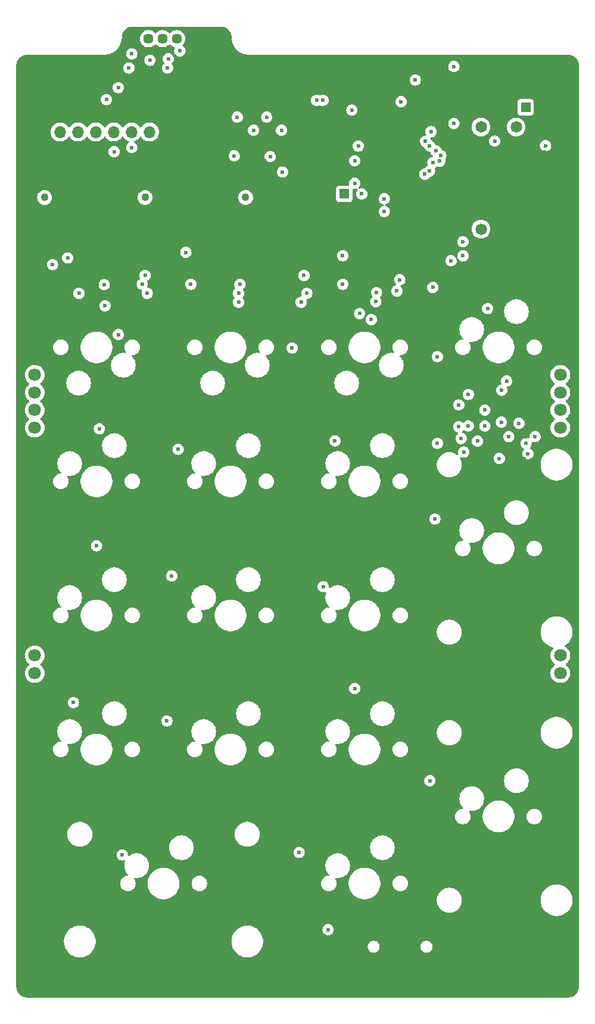
<source format=gbr>
%TF.GenerationSoftware,KiCad,Pcbnew,8.0.4*%
%TF.CreationDate,2024-10-18T15:11:06-05:00*%
%TF.ProjectId,numlocked_numpad,6e756d6c-6f63-46b6-9564-5f6e756d7061,rev?*%
%TF.SameCoordinates,Original*%
%TF.FileFunction,Copper,L3,Inr*%
%TF.FilePolarity,Positive*%
%FSLAX46Y46*%
G04 Gerber Fmt 4.6, Leading zero omitted, Abs format (unit mm)*
G04 Created by KiCad (PCBNEW 8.0.4) date 2024-10-18 15:11:06*
%MOMM*%
%LPD*%
G01*
G04 APERTURE LIST*
%TA.AperFunction,ComponentPad*%
%ADD10R,1.650000X1.650000*%
%TD*%
%TA.AperFunction,ComponentPad*%
%ADD11C,1.650000*%
%TD*%
%TA.AperFunction,ComponentPad*%
%ADD12O,3.000000X6.000000*%
%TD*%
%TA.AperFunction,ComponentPad*%
%ADD13C,1.100000*%
%TD*%
%TA.AperFunction,ComponentPad*%
%ADD14R,1.350000X1.350000*%
%TD*%
%TA.AperFunction,ComponentPad*%
%ADD15O,1.350000X1.350000*%
%TD*%
%TA.AperFunction,ComponentPad*%
%ADD16C,4.400000*%
%TD*%
%TA.AperFunction,ComponentPad*%
%ADD17C,1.800000*%
%TD*%
%TA.AperFunction,ComponentPad*%
%ADD18R,1.700000X1.700000*%
%TD*%
%TA.AperFunction,ComponentPad*%
%ADD19O,1.700000X1.700000*%
%TD*%
%TA.AperFunction,ComponentPad*%
%ADD20C,1.450000*%
%TD*%
%TA.AperFunction,ComponentPad*%
%ADD21C,2.150000*%
%TD*%
%TA.AperFunction,ViaPad*%
%ADD22C,0.600000*%
%TD*%
G04 APERTURE END LIST*
D10*
%TO.N,GND*%
%TO.C,MT1*%
X161250000Y-70500000D03*
D11*
%TO.N,Net-(RN6-R4.1)*%
X156250000Y-70500000D03*
%TO.N,Net-(MT1-PadA)*%
X161250000Y-56000000D03*
%TO.N,Net-(MT1-PadB)*%
X156250000Y-56000000D03*
%TO.N,GND*%
X158750000Y-56000000D03*
D12*
X164450000Y-63500000D03*
X153050000Y-63500000D03*
%TD*%
D13*
%TO.N,GND*%
%TO.C,SW2*%
X94218750Y-61000000D03*
X96718750Y-61000000D03*
X101718750Y-61000000D03*
X104218750Y-61000000D03*
%TO.N,Net-(RN1-R1.1)*%
X94218750Y-66000000D03*
%TO.N,GND*%
X94218750Y-63500000D03*
X96718750Y-63500000D03*
X96718750Y-66000000D03*
X101718750Y-63500000D03*
X101718750Y-66000000D03*
X104218750Y-63500000D03*
X104218750Y-66000000D03*
%TD*%
D14*
%TO.N,/~{reset}*%
%TO.C,J6*%
X136800000Y-65500000D03*
D15*
%TO.N,GND*%
X136800000Y-67500000D03*
%TD*%
D16*
%TO.N,GND*%
%TO.C,H5*%
X166656250Y-49500000D03*
%TD*%
D14*
%TO.N,/~{USB BOOT}*%
%TO.C,J5*%
X162600000Y-53201000D03*
D15*
%TO.N,GND*%
X160600000Y-53201000D03*
%TD*%
D17*
%TO.N,+5V*%
%TO.C,J3*%
X167537500Y-91230000D03*
%TO.N,/keyboardSH*%
X167537500Y-93730000D03*
%TO.N,/keyboardCLK*%
X167537500Y-96230000D03*
%TO.N,/Serialout-Numpad*%
X167537500Y-98730000D03*
%TD*%
D18*
%TO.N,GND*%
%TO.C,OLED1*%
X93880000Y-56700000D03*
D19*
%TO.N,+3V3*%
X96420000Y-56700000D03*
%TO.N,/SSD1122 SCL*%
X98960000Y-56700000D03*
%TO.N,/SSD1112 SDA*%
X101500000Y-56700000D03*
%TO.N,/SSD1112 RST*%
X104040000Y-56700000D03*
%TO.N,/SSD1112 DC*%
X106580000Y-56700000D03*
%TO.N,/SSD1112 CS*%
X109120000Y-56700000D03*
%TD*%
D17*
%TO.N,/Encoder A*%
%TO.C,J4*%
X167537500Y-131110000D03*
%TO.N,/Encoder B*%
X167537500Y-133610000D03*
%TO.N,GND*%
X167537500Y-136110000D03*
X167537500Y-138610000D03*
%TD*%
D16*
%TO.N,GND*%
%TO.C,H4*%
X166656250Y-176220900D03*
%TD*%
%TO.N,GND*%
%TO.C,H2*%
X93693750Y-176220900D03*
%TD*%
%TO.N,GND*%
%TO.C,H6*%
X120650000Y-150181250D03*
%TD*%
%TO.N,GND*%
%TO.C,H1*%
X104300000Y-70900000D03*
%TD*%
D20*
%TO.N,GND*%
%TO.C,SW1*%
X116994000Y-43437500D03*
%TO.N,Net-(C25-Pad1)*%
X112994000Y-43437500D03*
%TO.N,/ModeSwitch1*%
X110994000Y-43437500D03*
%TO.N,/ModeSwitch2*%
X108994000Y-43437500D03*
D21*
%TO.N,GND*%
X119294000Y-43437500D03*
X106694000Y-43437500D03*
%TD*%
D13*
%TO.N,GND*%
%TO.C,SW3*%
X108506250Y-61000000D03*
X111006250Y-61000000D03*
X116006250Y-61000000D03*
X118506250Y-61000000D03*
%TO.N,Net-(RN2-R4.1)*%
X108506250Y-66000000D03*
%TO.N,GND*%
X108506250Y-63500000D03*
X111006250Y-63500000D03*
X111006250Y-66000000D03*
X116006250Y-63500000D03*
X116006250Y-66000000D03*
X118506250Y-63500000D03*
X118506250Y-66000000D03*
%TD*%
%TO.N,GND*%
%TO.C,SW4*%
X122793750Y-61000000D03*
X125293750Y-61000000D03*
X130293750Y-61000000D03*
X132793750Y-61000000D03*
%TO.N,Net-(RN4-R4.1)*%
X122793750Y-66000000D03*
%TO.N,GND*%
X122793750Y-63500000D03*
X125293750Y-63500000D03*
X125293750Y-66000000D03*
X130293750Y-63500000D03*
X130293750Y-66000000D03*
X132793750Y-63500000D03*
X132793750Y-66000000D03*
%TD*%
D17*
%TO.N,/Encoder A*%
%TO.C,J2*%
X92812500Y-131110000D03*
%TO.N,/Encoder B*%
X92812500Y-133610000D03*
%TO.N,GND*%
X92812500Y-136110000D03*
X92812500Y-138610000D03*
%TD*%
%TO.N,+5V*%
%TO.C,J1*%
X92812500Y-91230000D03*
%TO.N,/keyboardSH*%
X92812500Y-93730000D03*
%TO.N,/keyboardCLK*%
X92812500Y-96230000D03*
%TO.N,/Serialout-Numpad*%
X92812500Y-98730000D03*
%TD*%
D22*
%TO.N,/Encoder A*%
X165431731Y-58653324D03*
%TO.N,GND*%
X124600000Y-51500000D03*
X162400000Y-104700000D03*
X153600000Y-49700000D03*
X131800000Y-52000000D03*
X145000000Y-58700000D03*
X145700000Y-103100000D03*
X107600000Y-118400000D03*
X96050000Y-83700000D03*
X109400000Y-139400000D03*
X117500000Y-49900000D03*
X162300000Y-72200000D03*
X144400000Y-75700000D03*
X96850000Y-99350000D03*
X118350000Y-55250000D03*
X130800000Y-52000000D03*
X145000000Y-61100000D03*
X145715000Y-137415000D03*
X155700000Y-52205000D03*
X164100000Y-92100000D03*
X95600000Y-90300000D03*
X101500000Y-55100000D03*
X103850000Y-47750000D03*
X95850000Y-99350000D03*
X142700000Y-59900000D03*
X142700000Y-58700000D03*
X99100000Y-47800000D03*
X166600000Y-110800000D03*
X155637500Y-105837500D03*
X163300000Y-72200000D03*
X126700000Y-99400000D03*
X102600000Y-75800000D03*
X138900000Y-50900000D03*
X137300000Y-55400000D03*
X145473924Y-64261074D03*
X118350000Y-53250000D03*
X158100000Y-59600000D03*
X116450000Y-82200000D03*
X107600000Y-99300000D03*
X148000000Y-66200000D03*
X134750000Y-83050000D03*
X155600000Y-49700000D03*
X165300000Y-59500000D03*
X154000000Y-56100000D03*
X118450000Y-82200000D03*
X146200000Y-71600000D03*
X132750000Y-83050000D03*
X108000000Y-51100000D03*
X164765000Y-146935000D03*
X119700000Y-132450000D03*
X141400000Y-53200000D03*
X157800000Y-132400000D03*
X145000000Y-59900000D03*
X162400000Y-103100000D03*
X149526252Y-63776989D03*
X136500000Y-54600000D03*
X154600000Y-49700000D03*
X129800000Y-52000000D03*
X147600000Y-158400000D03*
X164100000Y-93100000D03*
X168300000Y-101000000D03*
X141400000Y-68100000D03*
X150700000Y-56500000D03*
X163150000Y-83850000D03*
X156800000Y-132400000D03*
X142700000Y-61100000D03*
X125400000Y-75825000D03*
X154400000Y-105200000D03*
X155700000Y-172500000D03*
X164450000Y-55900000D03*
X122900000Y-60100000D03*
X147400000Y-50800000D03*
X143900000Y-61100000D03*
X136300000Y-60600000D03*
X126700000Y-118300000D03*
X137300000Y-58700000D03*
X121700000Y-132450000D03*
X143900000Y-58700000D03*
X157800000Y-100000000D03*
X145700000Y-118500000D03*
X165450000Y-55900000D03*
X154200000Y-107700000D03*
X161300000Y-72200000D03*
X149300000Y-70600000D03*
X162600000Y-100000000D03*
X155800000Y-132400000D03*
X164100000Y-94100000D03*
X118350000Y-54250000D03*
X149300000Y-64800000D03*
X144400000Y-50300000D03*
X163450000Y-55900000D03*
X120700000Y-132450000D03*
X144000000Y-67100000D03*
X104300000Y-83100000D03*
X117450000Y-82200000D03*
X119000000Y-158400000D03*
X145850000Y-50450000D03*
X150900000Y-100000000D03*
X133750000Y-83050000D03*
X127400000Y-83445000D03*
X126665000Y-137535000D03*
X95100000Y-51100000D03*
X146300000Y-82900000D03*
X94850000Y-99350000D03*
%TO.N,+3V3*%
X114300000Y-73805000D03*
X115009376Y-78340000D03*
X142500000Y-66200000D03*
X153700000Y-74300000D03*
X138300000Y-64000000D03*
X149150000Y-56650000D03*
X163950000Y-100000000D03*
X138300000Y-60800000D03*
X157200000Y-81800000D03*
X144900000Y-52400000D03*
X136600000Y-78340000D03*
X146900000Y-49300000D03*
X158862500Y-103100000D03*
X153441239Y-100257968D03*
X103000000Y-52100000D03*
X104700000Y-50400000D03*
X153800000Y-102200000D03*
X136600000Y-74275000D03*
X160200000Y-100000000D03*
X138809268Y-58700000D03*
X142500000Y-68000000D03*
X137900000Y-53600000D03*
X97500000Y-74600000D03*
X153700000Y-72300000D03*
X106600000Y-45600000D03*
X113450000Y-45178445D03*
X95346169Y-75553831D03*
%TO.N,/Encoder B*%
X158200000Y-58000000D03*
%TO.N,Net-(RN1-R3.1)*%
X99100000Y-79635000D03*
X102000000Y-98900000D03*
%TO.N,Net-(RN1-R4.1)*%
X104700000Y-85500000D03*
X102800000Y-81400000D03*
%TO.N,Net-(RN1-R2.1)*%
X102700000Y-78400000D03*
X101600000Y-115500000D03*
%TO.N,Net-(RN2-R4.1)*%
X108500000Y-77095000D03*
%TO.N,Net-(RN2-R2.1)*%
X108800000Y-79635000D03*
X105250000Y-159450000D03*
%TO.N,Net-(RN2-R3.1)*%
X98300000Y-137800000D03*
X108100000Y-78340000D03*
%TO.N,Net-(RN3-R3.1)*%
X121800000Y-79635000D03*
X112300000Y-119800000D03*
%TO.N,Net-(RN3-R4.1)*%
X121800000Y-80905000D03*
X113200000Y-101800000D03*
%TO.N,Net-(RN3-R2.1)*%
X111600000Y-140400000D03*
X122000000Y-78365000D03*
%TO.N,Net-(RN4-R4.1)*%
X131100000Y-77095000D03*
%TO.N,Net-(RN4-R2.1)*%
X131500000Y-79635000D03*
X130400000Y-159100000D03*
%TO.N,Net-(RN4-R3.1)*%
X139000000Y-82500000D03*
X140659620Y-83359620D03*
%TO.N,Net-(RN4-R1.1)*%
X129400000Y-87400000D03*
X130700000Y-80905000D03*
%TO.N,Net-(RN5-R3.1)*%
X133831250Y-121331250D03*
X141400000Y-79535000D03*
%TO.N,Net-(RN5-R1.1)*%
X149000000Y-148900000D03*
X144700000Y-77700000D03*
%TO.N,Net-(RN5-R4.1)*%
X135500000Y-100600000D03*
X141300000Y-80805000D03*
%TO.N,Net-(RN5-R2.1)*%
X144300000Y-79300000D03*
X138300000Y-135800000D03*
%TO.N,Net-(RN6-R2.1)*%
X149700000Y-111700000D03*
X149400000Y-78790000D03*
%TO.N,Net-(RN6-R4.1)*%
X152000000Y-75000000D03*
%TO.N,/SH*%
X154453831Y-98480000D03*
X154453831Y-94000000D03*
%TO.N,/CLK*%
X159200000Y-93400000D03*
X159150000Y-97950000D03*
%TO.N,+5V*%
X152400000Y-47400000D03*
X152400000Y-55500000D03*
%TO.N,Net-(C25-Pad1)*%
X106200000Y-47600000D03*
X111700000Y-47600000D03*
%TO.N,/keyboardSH*%
X153100000Y-98600000D03*
X153100000Y-95500000D03*
%TO.N,/keyboardCLK*%
X156800000Y-98480000D03*
X156800000Y-96230000D03*
%TO.N,/~{reset}*%
X139300000Y-65500000D03*
%TO.N,/ModeSwitch2*%
X132900000Y-52200000D03*
X109200000Y-46500000D03*
%TO.N,/ModeSwitch1*%
X133800000Y-52200000D03*
X111800000Y-46300000D03*
%TO.N,/SerialOut*%
X159900000Y-92100000D03*
X149850000Y-59400000D03*
X150050000Y-88650000D03*
X161650000Y-98100000D03*
%TO.N,/SSD1112 SDA*%
X150396489Y-60835133D03*
%TO.N,/SSD1112 DC*%
X148925735Y-62274265D03*
X106600000Y-58900000D03*
%TO.N,/numpadSH*%
X150050000Y-100950000D03*
X148962018Y-58682928D03*
%TO.N,/VBAT*%
X134517500Y-170082500D03*
X121600000Y-54600000D03*
X125800000Y-54600000D03*
X121170099Y-60100000D03*
%TO.N,/SSD1112 CS*%
X150550000Y-60050000D03*
%TO.N,/numpadCLK*%
X148354190Y-58032928D03*
X155762554Y-100634389D03*
%TO.N,/SSD1122 SCL*%
X149418624Y-61050000D03*
%TO.N,/SSD1112 RST*%
X104100000Y-59500000D03*
X148252840Y-62706945D03*
%TO.N,/RTC_32KHZ*%
X123923871Y-56460000D03*
X127900000Y-56460000D03*
%TO.N,/~{RTC_RST}*%
X128047916Y-62400000D03*
X126290881Y-60201247D03*
%TO.N,Net-(U5-I1)*%
X162925000Y-102450000D03*
X162650001Y-100950000D03*
%TD*%
%TA.AperFunction,Conductor*%
%TO.N,GND*%
G36*
X119298418Y-41721816D02*
G01*
X119498561Y-41736130D01*
X119516063Y-41738647D01*
X119707797Y-41780355D01*
X119724755Y-41785334D01*
X119908609Y-41853909D01*
X119924701Y-41861259D01*
X120096904Y-41955288D01*
X120111784Y-41964849D01*
X120268867Y-42082441D01*
X120282237Y-42094027D01*
X120420972Y-42232762D01*
X120432558Y-42246132D01*
X120550146Y-42403210D01*
X120559711Y-42418095D01*
X120653740Y-42590298D01*
X120661090Y-42606390D01*
X120729662Y-42790236D01*
X120734646Y-42807212D01*
X120776351Y-42998931D01*
X120778869Y-43016442D01*
X120793184Y-43216580D01*
X120793500Y-43225427D01*
X120793500Y-43372254D01*
X120801423Y-43437501D01*
X120829963Y-43672551D01*
X120872200Y-43843915D01*
X120902358Y-43966272D01*
X121009628Y-44249117D01*
X121150206Y-44516964D01*
X121150212Y-44516973D01*
X121322047Y-44765921D01*
X121322052Y-44765927D01*
X121522646Y-44992351D01*
X121522648Y-44992353D01*
X121749072Y-45192947D01*
X121749078Y-45192952D01*
X121944851Y-45328083D01*
X121987758Y-45357700D01*
X121998026Y-45364787D01*
X121998035Y-45364793D01*
X122265882Y-45505371D01*
X122548727Y-45612641D01*
X122548731Y-45612642D01*
X122548734Y-45612643D01*
X122842449Y-45685037D01*
X123086169Y-45714630D01*
X123142746Y-45721500D01*
X123142748Y-45721500D01*
X123228108Y-45721500D01*
X168581718Y-45721500D01*
X168581746Y-45721501D01*
X168590366Y-45721500D01*
X168590370Y-45721502D01*
X168651840Y-45721500D01*
X168660681Y-45721815D01*
X168860818Y-45736125D01*
X168878327Y-45738641D01*
X168878554Y-45738691D01*
X169070063Y-45780347D01*
X169087037Y-45785331D01*
X169148520Y-45808261D01*
X169270887Y-45853898D01*
X169286967Y-45861241D01*
X169459186Y-45955276D01*
X169474070Y-45964841D01*
X169631149Y-46082426D01*
X169644520Y-46094012D01*
X169783260Y-46232749D01*
X169794846Y-46246119D01*
X169912436Y-46403197D01*
X169922002Y-46418081D01*
X170016041Y-46590297D01*
X170023387Y-46606383D01*
X170091958Y-46790223D01*
X170096942Y-46807198D01*
X170138651Y-46998928D01*
X170141169Y-47016440D01*
X170155434Y-47215880D01*
X170155750Y-47224727D01*
X170155750Y-178216472D01*
X170155434Y-178225319D01*
X170141119Y-178425452D01*
X170138601Y-178442963D01*
X170096895Y-178634683D01*
X170091910Y-178651660D01*
X170023343Y-178835490D01*
X170015994Y-178851583D01*
X169921959Y-179023792D01*
X169912393Y-179038675D01*
X169794812Y-179195742D01*
X169783226Y-179209114D01*
X169644483Y-179347853D01*
X169631112Y-179359438D01*
X169474043Y-179477016D01*
X169459159Y-179486581D01*
X169286956Y-179580607D01*
X169270862Y-179587957D01*
X169087023Y-179656520D01*
X169070048Y-179661504D01*
X168878322Y-179703208D01*
X168860809Y-179705725D01*
X168659981Y-179720083D01*
X168651136Y-179720399D01*
X168598166Y-179720398D01*
X168590370Y-179720398D01*
X168590369Y-179720398D01*
X168581746Y-179720398D01*
X168581718Y-179720400D01*
X91768282Y-179720400D01*
X91768253Y-179720398D01*
X91759630Y-179720398D01*
X91751981Y-179720398D01*
X91698160Y-179720399D01*
X91689314Y-179720083D01*
X91489190Y-179705774D01*
X91471678Y-179703257D01*
X91279951Y-179661553D01*
X91262974Y-179656568D01*
X91079141Y-179588003D01*
X91063047Y-179580653D01*
X90890841Y-179486622D01*
X90875957Y-179477057D01*
X90718884Y-179359471D01*
X90705521Y-179347891D01*
X90566786Y-179209153D01*
X90555199Y-179195781D01*
X90437621Y-179038708D01*
X90428056Y-179023824D01*
X90334027Y-178851613D01*
X90326678Y-178835518D01*
X90258120Y-178651687D01*
X90253136Y-178634711D01*
X90253130Y-178634683D01*
X90211435Y-178442980D01*
X90208921Y-178425482D01*
X90194566Y-178224643D01*
X90194250Y-178215798D01*
X90194253Y-178155033D01*
X90194251Y-178155028D01*
X90194252Y-178147458D01*
X90194250Y-178147408D01*
X90194250Y-171604986D01*
X96974500Y-171604986D01*
X96974500Y-171900013D01*
X97000453Y-172097137D01*
X97013007Y-172192493D01*
X97072958Y-172416233D01*
X97089361Y-172477451D01*
X97089364Y-172477461D01*
X97202254Y-172750000D01*
X97202258Y-172750010D01*
X97349761Y-173005493D01*
X97529352Y-173239540D01*
X97529358Y-173239547D01*
X97737952Y-173448141D01*
X97737959Y-173448147D01*
X97972006Y-173627738D01*
X98227489Y-173775241D01*
X98227490Y-173775241D01*
X98227493Y-173775243D01*
X98500048Y-173888139D01*
X98785007Y-173964493D01*
X99077494Y-174003000D01*
X99077501Y-174003000D01*
X99372499Y-174003000D01*
X99372506Y-174003000D01*
X99664993Y-173964493D01*
X99949952Y-173888139D01*
X100222507Y-173775243D01*
X100477994Y-173627738D01*
X100712042Y-173448146D01*
X100920646Y-173239542D01*
X101100238Y-173005494D01*
X101247743Y-172750007D01*
X101360639Y-172477452D01*
X101436993Y-172192493D01*
X101475500Y-171900006D01*
X101475500Y-171604994D01*
X101475499Y-171604986D01*
X120774500Y-171604986D01*
X120774500Y-171900013D01*
X120800453Y-172097137D01*
X120813007Y-172192493D01*
X120872958Y-172416233D01*
X120889361Y-172477451D01*
X120889364Y-172477461D01*
X121002254Y-172750000D01*
X121002258Y-172750010D01*
X121149761Y-173005493D01*
X121329352Y-173239540D01*
X121329358Y-173239547D01*
X121537952Y-173448141D01*
X121537959Y-173448147D01*
X121772006Y-173627738D01*
X122027489Y-173775241D01*
X122027490Y-173775241D01*
X122027493Y-173775243D01*
X122300048Y-173888139D01*
X122585007Y-173964493D01*
X122877494Y-174003000D01*
X122877501Y-174003000D01*
X123172499Y-174003000D01*
X123172506Y-174003000D01*
X123464993Y-173964493D01*
X123749952Y-173888139D01*
X124022507Y-173775243D01*
X124277994Y-173627738D01*
X124512042Y-173448146D01*
X124720646Y-173239542D01*
X124900238Y-173005494D01*
X125047743Y-172750007D01*
X125160639Y-172477452D01*
X125177044Y-172416228D01*
X140149500Y-172416228D01*
X140149500Y-172583771D01*
X140182182Y-172748074D01*
X140182184Y-172748082D01*
X140246295Y-172902860D01*
X140339373Y-173042162D01*
X140457837Y-173160626D01*
X140550494Y-173222537D01*
X140597137Y-173253703D01*
X140751918Y-173317816D01*
X140916228Y-173350499D01*
X140916232Y-173350500D01*
X140916233Y-173350500D01*
X141083768Y-173350500D01*
X141083769Y-173350499D01*
X141248082Y-173317816D01*
X141402863Y-173253703D01*
X141542162Y-173160626D01*
X141660626Y-173042162D01*
X141753703Y-172902863D01*
X141817816Y-172748082D01*
X141850500Y-172583767D01*
X141850500Y-172416233D01*
X141850499Y-172416228D01*
X147649500Y-172416228D01*
X147649500Y-172583771D01*
X147682182Y-172748074D01*
X147682184Y-172748082D01*
X147746295Y-172902860D01*
X147839373Y-173042162D01*
X147957837Y-173160626D01*
X148050494Y-173222537D01*
X148097137Y-173253703D01*
X148251918Y-173317816D01*
X148416228Y-173350499D01*
X148416232Y-173350500D01*
X148416233Y-173350500D01*
X148583768Y-173350500D01*
X148583769Y-173350499D01*
X148748082Y-173317816D01*
X148902863Y-173253703D01*
X149042162Y-173160626D01*
X149160626Y-173042162D01*
X149253703Y-172902863D01*
X149317816Y-172748082D01*
X149350500Y-172583767D01*
X149350500Y-172416233D01*
X149317816Y-172251918D01*
X149253703Y-172097137D01*
X149222537Y-172050494D01*
X149160626Y-171957837D01*
X149042162Y-171839373D01*
X148902860Y-171746295D01*
X148748082Y-171682184D01*
X148748074Y-171682182D01*
X148583771Y-171649500D01*
X148583767Y-171649500D01*
X148416233Y-171649500D01*
X148416228Y-171649500D01*
X148251925Y-171682182D01*
X148251917Y-171682184D01*
X148097139Y-171746295D01*
X147957837Y-171839373D01*
X147839373Y-171957837D01*
X147746295Y-172097139D01*
X147682184Y-172251917D01*
X147682182Y-172251925D01*
X147649500Y-172416228D01*
X141850499Y-172416228D01*
X141817816Y-172251918D01*
X141753703Y-172097137D01*
X141722537Y-172050494D01*
X141660626Y-171957837D01*
X141542162Y-171839373D01*
X141402860Y-171746295D01*
X141248082Y-171682184D01*
X141248074Y-171682182D01*
X141083771Y-171649500D01*
X141083767Y-171649500D01*
X140916233Y-171649500D01*
X140916228Y-171649500D01*
X140751925Y-171682182D01*
X140751917Y-171682184D01*
X140597139Y-171746295D01*
X140457837Y-171839373D01*
X140339373Y-171957837D01*
X140246295Y-172097139D01*
X140182184Y-172251917D01*
X140182182Y-172251925D01*
X140149500Y-172416228D01*
X125177044Y-172416228D01*
X125236993Y-172192493D01*
X125275500Y-171900006D01*
X125275500Y-171604994D01*
X125236993Y-171312507D01*
X125160639Y-171027548D01*
X125047743Y-170754993D01*
X124949460Y-170584762D01*
X124900238Y-170499506D01*
X124720647Y-170265459D01*
X124720641Y-170265452D01*
X124537685Y-170082496D01*
X133711935Y-170082496D01*
X133711935Y-170082503D01*
X133732130Y-170261749D01*
X133732131Y-170261754D01*
X133791711Y-170432023D01*
X133834114Y-170499506D01*
X133887684Y-170584762D01*
X134015238Y-170712316D01*
X134167978Y-170808289D01*
X134338245Y-170867868D01*
X134338250Y-170867869D01*
X134517496Y-170888065D01*
X134517500Y-170888065D01*
X134517504Y-170888065D01*
X134696749Y-170867869D01*
X134696752Y-170867868D01*
X134696755Y-170867868D01*
X134867022Y-170808289D01*
X135019762Y-170712316D01*
X135147316Y-170584762D01*
X135243289Y-170432022D01*
X135302868Y-170261755D01*
X135323065Y-170082500D01*
X135320175Y-170056854D01*
X135302869Y-169903250D01*
X135302868Y-169903245D01*
X135243288Y-169732976D01*
X135204082Y-169670580D01*
X135147316Y-169580238D01*
X135019762Y-169452684D01*
X134867023Y-169356711D01*
X134696754Y-169297131D01*
X134696749Y-169297130D01*
X134517504Y-169276935D01*
X134517496Y-169276935D01*
X134338250Y-169297130D01*
X134338245Y-169297131D01*
X134167976Y-169356711D01*
X134015237Y-169452684D01*
X133887684Y-169580237D01*
X133791711Y-169732976D01*
X133732131Y-169903245D01*
X133732130Y-169903250D01*
X133711935Y-170082496D01*
X124537685Y-170082496D01*
X124512047Y-170056858D01*
X124512040Y-170056852D01*
X124277993Y-169877261D01*
X124022510Y-169729758D01*
X124022500Y-169729754D01*
X123749961Y-169616864D01*
X123749954Y-169616862D01*
X123749952Y-169616861D01*
X123464993Y-169540507D01*
X123416113Y-169534071D01*
X123172513Y-169502000D01*
X123172506Y-169502000D01*
X122877494Y-169502000D01*
X122877486Y-169502000D01*
X122599085Y-169538653D01*
X122585007Y-169540507D01*
X122436732Y-169580237D01*
X122300048Y-169616861D01*
X122300038Y-169616864D01*
X122027499Y-169729754D01*
X122027489Y-169729758D01*
X121772006Y-169877261D01*
X121537959Y-170056852D01*
X121537952Y-170056858D01*
X121329358Y-170265452D01*
X121329352Y-170265459D01*
X121149761Y-170499506D01*
X121002258Y-170754989D01*
X121002254Y-170754999D01*
X120889364Y-171027538D01*
X120889361Y-171027548D01*
X120813008Y-171312504D01*
X120813006Y-171312515D01*
X120774500Y-171604986D01*
X101475499Y-171604986D01*
X101436993Y-171312507D01*
X101360639Y-171027548D01*
X101247743Y-170754993D01*
X101149460Y-170584762D01*
X101100238Y-170499506D01*
X100920647Y-170265459D01*
X100920641Y-170265452D01*
X100712047Y-170056858D01*
X100712040Y-170056852D01*
X100477993Y-169877261D01*
X100222510Y-169729758D01*
X100222500Y-169729754D01*
X99949961Y-169616864D01*
X99949954Y-169616862D01*
X99949952Y-169616861D01*
X99664993Y-169540507D01*
X99616113Y-169534071D01*
X99372513Y-169502000D01*
X99372506Y-169502000D01*
X99077494Y-169502000D01*
X99077486Y-169502000D01*
X98799085Y-169538653D01*
X98785007Y-169540507D01*
X98636732Y-169580237D01*
X98500048Y-169616861D01*
X98500038Y-169616864D01*
X98227499Y-169729754D01*
X98227489Y-169729758D01*
X97972006Y-169877261D01*
X97737959Y-170056852D01*
X97737952Y-170056858D01*
X97529358Y-170265452D01*
X97529352Y-170265459D01*
X97349761Y-170499506D01*
X97202258Y-170754989D01*
X97202254Y-170754999D01*
X97089364Y-171027538D01*
X97089361Y-171027548D01*
X97013008Y-171312504D01*
X97013006Y-171312515D01*
X96974500Y-171604986D01*
X90194250Y-171604986D01*
X90194250Y-165771134D01*
X149974500Y-165771134D01*
X149974500Y-166003865D01*
X149974501Y-166003882D01*
X150004878Y-166234622D01*
X150065120Y-166459447D01*
X150154180Y-166674460D01*
X150154188Y-166674476D01*
X150270553Y-166876024D01*
X150270564Y-166876040D01*
X150412242Y-167060679D01*
X150412248Y-167060686D01*
X150576813Y-167225251D01*
X150576819Y-167225256D01*
X150761468Y-167366942D01*
X150761475Y-167366946D01*
X150963023Y-167483311D01*
X150963039Y-167483319D01*
X151178052Y-167572379D01*
X151178054Y-167572379D01*
X151178060Y-167572382D01*
X151402874Y-167632621D01*
X151633628Y-167663000D01*
X151633635Y-167663000D01*
X151866365Y-167663000D01*
X151866372Y-167663000D01*
X152097126Y-167632621D01*
X152321940Y-167572382D01*
X152379953Y-167548352D01*
X152536960Y-167483319D01*
X152536963Y-167483317D01*
X152536969Y-167483315D01*
X152738532Y-167366942D01*
X152923181Y-167225256D01*
X153087756Y-167060681D01*
X153229442Y-166876032D01*
X153345815Y-166674469D01*
X153371504Y-166612451D01*
X153434879Y-166459447D01*
X153434878Y-166459447D01*
X153434882Y-166459440D01*
X153495121Y-166234626D01*
X153525500Y-166003872D01*
X153525500Y-165771128D01*
X153521400Y-165739986D01*
X164739500Y-165739986D01*
X164739500Y-166035013D01*
X164765780Y-166234622D01*
X164778007Y-166327493D01*
X164778008Y-166327495D01*
X164854361Y-166612451D01*
X164854364Y-166612461D01*
X164967254Y-166885000D01*
X164967258Y-166885010D01*
X165114761Y-167140493D01*
X165294352Y-167374540D01*
X165294358Y-167374547D01*
X165502952Y-167583141D01*
X165502959Y-167583147D01*
X165737006Y-167762738D01*
X165992489Y-167910241D01*
X165992490Y-167910241D01*
X165992493Y-167910243D01*
X166265048Y-168023139D01*
X166550007Y-168099493D01*
X166842494Y-168138000D01*
X166842501Y-168138000D01*
X167137499Y-168138000D01*
X167137506Y-168138000D01*
X167429993Y-168099493D01*
X167714952Y-168023139D01*
X167987507Y-167910243D01*
X168242994Y-167762738D01*
X168477042Y-167583146D01*
X168685646Y-167374542D01*
X168865238Y-167140494D01*
X169012743Y-166885007D01*
X169125639Y-166612452D01*
X169201993Y-166327493D01*
X169240500Y-166035006D01*
X169240500Y-165739994D01*
X169201993Y-165447507D01*
X169125639Y-165162548D01*
X169012743Y-164889993D01*
X168911318Y-164714320D01*
X168865238Y-164634506D01*
X168685647Y-164400459D01*
X168685641Y-164400452D01*
X168477047Y-164191858D01*
X168477040Y-164191852D01*
X168242993Y-164012261D01*
X167987510Y-163864758D01*
X167987500Y-163864754D01*
X167714961Y-163751864D01*
X167714954Y-163751862D01*
X167714952Y-163751861D01*
X167429993Y-163675507D01*
X167381113Y-163669071D01*
X167137513Y-163637000D01*
X167137506Y-163637000D01*
X166842494Y-163637000D01*
X166842486Y-163637000D01*
X166564085Y-163673653D01*
X166550007Y-163675507D01*
X166265048Y-163751861D01*
X166265038Y-163751864D01*
X165992499Y-163864754D01*
X165992489Y-163864758D01*
X165737006Y-164012261D01*
X165502959Y-164191852D01*
X165502952Y-164191858D01*
X165294358Y-164400452D01*
X165294352Y-164400459D01*
X165114761Y-164634506D01*
X164967258Y-164889989D01*
X164967254Y-164889999D01*
X164854364Y-165162538D01*
X164854361Y-165162548D01*
X164842145Y-165208141D01*
X164778008Y-165447504D01*
X164778006Y-165447515D01*
X164739500Y-165739986D01*
X153521400Y-165739986D01*
X153495121Y-165540374D01*
X153434882Y-165315560D01*
X153390391Y-165208147D01*
X153345819Y-165100539D01*
X153345811Y-165100523D01*
X153229446Y-164898975D01*
X153229442Y-164898968D01*
X153087756Y-164714319D01*
X153087751Y-164714313D01*
X152923186Y-164549748D01*
X152923179Y-164549742D01*
X152738540Y-164408064D01*
X152738538Y-164408062D01*
X152738532Y-164408058D01*
X152738527Y-164408055D01*
X152738524Y-164408053D01*
X152536976Y-164291688D01*
X152536960Y-164291680D01*
X152321947Y-164202620D01*
X152281760Y-164191852D01*
X152097126Y-164142379D01*
X152097125Y-164142378D01*
X152097122Y-164142378D01*
X151866382Y-164112001D01*
X151866377Y-164112000D01*
X151866372Y-164112000D01*
X151633628Y-164112000D01*
X151633622Y-164112000D01*
X151633617Y-164112001D01*
X151402877Y-164142378D01*
X151178052Y-164202620D01*
X150963039Y-164291680D01*
X150963023Y-164291688D01*
X150761475Y-164408053D01*
X150761459Y-164408064D01*
X150576820Y-164549742D01*
X150576813Y-164549748D01*
X150412248Y-164714313D01*
X150412242Y-164714320D01*
X150270564Y-164898959D01*
X150270553Y-164898975D01*
X150154188Y-165100523D01*
X150154180Y-165100539D01*
X150065120Y-165315552D01*
X150004878Y-165540377D01*
X149974501Y-165771117D01*
X149974500Y-165771134D01*
X90194250Y-165771134D01*
X90194250Y-159449996D01*
X104444435Y-159449996D01*
X104444435Y-159450003D01*
X104464630Y-159629249D01*
X104464631Y-159629254D01*
X104524211Y-159799523D01*
X104581760Y-159891111D01*
X104620184Y-159952262D01*
X104747738Y-160079816D01*
X104900478Y-160175789D01*
X105070742Y-160235367D01*
X105070745Y-160235368D01*
X105070750Y-160235369D01*
X105249996Y-160255565D01*
X105250000Y-160255565D01*
X105250004Y-160255565D01*
X105429249Y-160235369D01*
X105429252Y-160235368D01*
X105429255Y-160235368D01*
X105429256Y-160235367D01*
X105429259Y-160235367D01*
X105480368Y-160217482D01*
X105514272Y-160205618D01*
X105584051Y-160202056D01*
X105644679Y-160236785D01*
X105676906Y-160298778D01*
X105670502Y-160368353D01*
X105669790Y-160370111D01*
X105653841Y-160408615D01*
X105594453Y-160630259D01*
X105594451Y-160630270D01*
X105564500Y-160857758D01*
X105564500Y-161087241D01*
X105587509Y-161262000D01*
X105594452Y-161314738D01*
X105641347Y-161489754D01*
X105653842Y-161536387D01*
X105741650Y-161748376D01*
X105741657Y-161748390D01*
X105856392Y-161947117D01*
X105996081Y-162129161D01*
X105996089Y-162129170D01*
X106067238Y-162200319D01*
X106100723Y-162261642D01*
X106095739Y-162331334D01*
X106053867Y-162387267D01*
X105988403Y-162411684D01*
X105979557Y-162412000D01*
X105958389Y-162412000D01*
X105918728Y-162418281D01*
X105787302Y-162439097D01*
X105622552Y-162492628D01*
X105468211Y-162571268D01*
X105388256Y-162629359D01*
X105328072Y-162673086D01*
X105328070Y-162673088D01*
X105328069Y-162673088D01*
X105205588Y-162795569D01*
X105205588Y-162795570D01*
X105205586Y-162795572D01*
X105175463Y-162837033D01*
X105103768Y-162935711D01*
X105025128Y-163090052D01*
X104971597Y-163254802D01*
X104944500Y-163425889D01*
X104944500Y-163599110D01*
X104968693Y-163751864D01*
X104971598Y-163770201D01*
X105025127Y-163934945D01*
X105103768Y-164089288D01*
X105205586Y-164229428D01*
X105328072Y-164351914D01*
X105468212Y-164453732D01*
X105622555Y-164532373D01*
X105787299Y-164585902D01*
X105958389Y-164613000D01*
X105958390Y-164613000D01*
X106131610Y-164613000D01*
X106131611Y-164613000D01*
X106302701Y-164585902D01*
X106467445Y-164532373D01*
X106621788Y-164453732D01*
X106761928Y-164351914D01*
X106884414Y-164229428D01*
X106986232Y-164089288D01*
X107064873Y-163934945D01*
X107118402Y-163770201D01*
X107145500Y-163599111D01*
X107145500Y-163425889D01*
X107135854Y-163364986D01*
X108874500Y-163364986D01*
X108874500Y-163660013D01*
X108901456Y-163864754D01*
X108913007Y-163952493D01*
X108987212Y-164229430D01*
X108989361Y-164237451D01*
X108989364Y-164237461D01*
X109102254Y-164510000D01*
X109102258Y-164510010D01*
X109249761Y-164765493D01*
X109429352Y-164999540D01*
X109429358Y-164999547D01*
X109637952Y-165208141D01*
X109637959Y-165208147D01*
X109872006Y-165387738D01*
X110127489Y-165535241D01*
X110127490Y-165535241D01*
X110127493Y-165535243D01*
X110400048Y-165648139D01*
X110685007Y-165724493D01*
X110977494Y-165763000D01*
X110977501Y-165763000D01*
X111272499Y-165763000D01*
X111272506Y-165763000D01*
X111564993Y-165724493D01*
X111849952Y-165648139D01*
X112122507Y-165535243D01*
X112377994Y-165387738D01*
X112612042Y-165208146D01*
X112820646Y-164999542D01*
X113000238Y-164765494D01*
X113147743Y-164510007D01*
X113260639Y-164237452D01*
X113336993Y-163952493D01*
X113375500Y-163660006D01*
X113375500Y-163425889D01*
X115104500Y-163425889D01*
X115104500Y-163599110D01*
X115128693Y-163751864D01*
X115131598Y-163770201D01*
X115185127Y-163934945D01*
X115263768Y-164089288D01*
X115365586Y-164229428D01*
X115488072Y-164351914D01*
X115628212Y-164453732D01*
X115782555Y-164532373D01*
X115947299Y-164585902D01*
X116118389Y-164613000D01*
X116118390Y-164613000D01*
X116291610Y-164613000D01*
X116291611Y-164613000D01*
X116462701Y-164585902D01*
X116627445Y-164532373D01*
X116781788Y-164453732D01*
X116921928Y-164351914D01*
X117044414Y-164229428D01*
X117146232Y-164089288D01*
X117224873Y-163934945D01*
X117278402Y-163770201D01*
X117305500Y-163599111D01*
X117305500Y-163425889D01*
X133519500Y-163425889D01*
X133519500Y-163599110D01*
X133543693Y-163751864D01*
X133546598Y-163770201D01*
X133600127Y-163934945D01*
X133678768Y-164089288D01*
X133780586Y-164229428D01*
X133903072Y-164351914D01*
X134043212Y-164453732D01*
X134197555Y-164532373D01*
X134362299Y-164585902D01*
X134533389Y-164613000D01*
X134533390Y-164613000D01*
X134706610Y-164613000D01*
X134706611Y-164613000D01*
X134877701Y-164585902D01*
X135042445Y-164532373D01*
X135196788Y-164453732D01*
X135336928Y-164351914D01*
X135459414Y-164229428D01*
X135561232Y-164089288D01*
X135639873Y-163934945D01*
X135693402Y-163770201D01*
X135720500Y-163599111D01*
X135720500Y-163425889D01*
X135710854Y-163364986D01*
X137449500Y-163364986D01*
X137449500Y-163660013D01*
X137476456Y-163864754D01*
X137488007Y-163952493D01*
X137562212Y-164229430D01*
X137564361Y-164237451D01*
X137564364Y-164237461D01*
X137677254Y-164510000D01*
X137677258Y-164510010D01*
X137824761Y-164765493D01*
X138004352Y-164999540D01*
X138004358Y-164999547D01*
X138212952Y-165208141D01*
X138212959Y-165208147D01*
X138447006Y-165387738D01*
X138702489Y-165535241D01*
X138702490Y-165535241D01*
X138702493Y-165535243D01*
X138975048Y-165648139D01*
X139260007Y-165724493D01*
X139552494Y-165763000D01*
X139552501Y-165763000D01*
X139847499Y-165763000D01*
X139847506Y-165763000D01*
X140139993Y-165724493D01*
X140424952Y-165648139D01*
X140697507Y-165535243D01*
X140952994Y-165387738D01*
X141187042Y-165208146D01*
X141395646Y-164999542D01*
X141575238Y-164765494D01*
X141722743Y-164510007D01*
X141835639Y-164237452D01*
X141911993Y-163952493D01*
X141950500Y-163660006D01*
X141950500Y-163425889D01*
X143679500Y-163425889D01*
X143679500Y-163599110D01*
X143703693Y-163751864D01*
X143706598Y-163770201D01*
X143760127Y-163934945D01*
X143838768Y-164089288D01*
X143940586Y-164229428D01*
X144063072Y-164351914D01*
X144203212Y-164453732D01*
X144357555Y-164532373D01*
X144522299Y-164585902D01*
X144693389Y-164613000D01*
X144693390Y-164613000D01*
X144866610Y-164613000D01*
X144866611Y-164613000D01*
X145037701Y-164585902D01*
X145202445Y-164532373D01*
X145356788Y-164453732D01*
X145496928Y-164351914D01*
X145619414Y-164229428D01*
X145721232Y-164089288D01*
X145799873Y-163934945D01*
X145853402Y-163770201D01*
X145880500Y-163599111D01*
X145880500Y-163425889D01*
X145853402Y-163254799D01*
X145799873Y-163090055D01*
X145721232Y-162935712D01*
X145619414Y-162795572D01*
X145496928Y-162673086D01*
X145356788Y-162571268D01*
X145202445Y-162492627D01*
X145037701Y-162439098D01*
X145037699Y-162439097D01*
X145037698Y-162439097D01*
X144906271Y-162418281D01*
X144866611Y-162412000D01*
X144693389Y-162412000D01*
X144653728Y-162418281D01*
X144522302Y-162439097D01*
X144357552Y-162492628D01*
X144203211Y-162571268D01*
X144123256Y-162629359D01*
X144063072Y-162673086D01*
X144063070Y-162673088D01*
X144063069Y-162673088D01*
X143940588Y-162795569D01*
X143940588Y-162795570D01*
X143940586Y-162795572D01*
X143910463Y-162837033D01*
X143838768Y-162935711D01*
X143760128Y-163090052D01*
X143706597Y-163254802D01*
X143679500Y-163425889D01*
X141950500Y-163425889D01*
X141950500Y-163364994D01*
X141911993Y-163072507D01*
X141835639Y-162787548D01*
X141827947Y-162768979D01*
X141788227Y-162673086D01*
X141722743Y-162514993D01*
X141575238Y-162259506D01*
X141475227Y-162129170D01*
X141395647Y-162025459D01*
X141395641Y-162025452D01*
X141187047Y-161816858D01*
X141187040Y-161816852D01*
X140952993Y-161637261D01*
X140697510Y-161489758D01*
X140697500Y-161489754D01*
X140424961Y-161376864D01*
X140424954Y-161376862D01*
X140424952Y-161376861D01*
X140139993Y-161300507D01*
X140091113Y-161294071D01*
X139847513Y-161262000D01*
X139847506Y-161262000D01*
X139552494Y-161262000D01*
X139552486Y-161262000D01*
X139274085Y-161298653D01*
X139260007Y-161300507D01*
X138975048Y-161376861D01*
X138975038Y-161376864D01*
X138702499Y-161489754D01*
X138702489Y-161489758D01*
X138447006Y-161637261D01*
X138212959Y-161816852D01*
X138212952Y-161816858D01*
X138004358Y-162025452D01*
X138004352Y-162025459D01*
X137824761Y-162259506D01*
X137677258Y-162514989D01*
X137677254Y-162514999D01*
X137564364Y-162787538D01*
X137564361Y-162787548D01*
X137488008Y-163072504D01*
X137488006Y-163072515D01*
X137449500Y-163364986D01*
X135710854Y-163364986D01*
X135693402Y-163254799D01*
X135639873Y-163090055D01*
X135561232Y-162935712D01*
X135558441Y-162931871D01*
X135537349Y-162902839D01*
X135513869Y-162837033D01*
X135529694Y-162768979D01*
X135579800Y-162720284D01*
X135648278Y-162706409D01*
X135653835Y-162707013D01*
X135775266Y-162723000D01*
X135775273Y-162723000D01*
X136004727Y-162723000D01*
X136004734Y-162723000D01*
X136232238Y-162693048D01*
X136453887Y-162633658D01*
X136665888Y-162545844D01*
X136864612Y-162431111D01*
X137046661Y-162291419D01*
X137046665Y-162291414D01*
X137046670Y-162291411D01*
X137208911Y-162129170D01*
X137208914Y-162129165D01*
X137208919Y-162129161D01*
X137348611Y-161947112D01*
X137463344Y-161748388D01*
X137551158Y-161536387D01*
X137610548Y-161314738D01*
X137640500Y-161087234D01*
X137640500Y-160857766D01*
X137610548Y-160630262D01*
X137551158Y-160408613D01*
X137487763Y-160255565D01*
X137463349Y-160196623D01*
X137463346Y-160196617D01*
X137463344Y-160196612D01*
X137348611Y-159997888D01*
X137348608Y-159997885D01*
X137348607Y-159997882D01*
X137208918Y-159815838D01*
X137208911Y-159815830D01*
X137046670Y-159653589D01*
X137046661Y-159653581D01*
X136864617Y-159513892D01*
X136665890Y-159399157D01*
X136665876Y-159399150D01*
X136453887Y-159311342D01*
X136232238Y-159251952D01*
X136194215Y-159246946D01*
X136004741Y-159222000D01*
X136004734Y-159222000D01*
X135775266Y-159222000D01*
X135775258Y-159222000D01*
X135558715Y-159250509D01*
X135547762Y-159251952D01*
X135477625Y-159270745D01*
X135326112Y-159311342D01*
X135114123Y-159399150D01*
X135114109Y-159399157D01*
X134915382Y-159513892D01*
X134733338Y-159653581D01*
X134571081Y-159815838D01*
X134431392Y-159997882D01*
X134316657Y-160196609D01*
X134316650Y-160196623D01*
X134228842Y-160408612D01*
X134169453Y-160630259D01*
X134169451Y-160630270D01*
X134139500Y-160857758D01*
X134139500Y-161087241D01*
X134162509Y-161262000D01*
X134169452Y-161314738D01*
X134216347Y-161489754D01*
X134228842Y-161536387D01*
X134316650Y-161748376D01*
X134316657Y-161748390D01*
X134431392Y-161947117D01*
X134571081Y-162129161D01*
X134571089Y-162129170D01*
X134642238Y-162200319D01*
X134675723Y-162261642D01*
X134670739Y-162331334D01*
X134628867Y-162387267D01*
X134563403Y-162411684D01*
X134554557Y-162412000D01*
X134533389Y-162412000D01*
X134493728Y-162418281D01*
X134362302Y-162439097D01*
X134197552Y-162492628D01*
X134043211Y-162571268D01*
X133963256Y-162629359D01*
X133903072Y-162673086D01*
X133903070Y-162673088D01*
X133903069Y-162673088D01*
X133780588Y-162795569D01*
X133780588Y-162795570D01*
X133780586Y-162795572D01*
X133750463Y-162837033D01*
X133678768Y-162935711D01*
X133600128Y-163090052D01*
X133546597Y-163254802D01*
X133519500Y-163425889D01*
X117305500Y-163425889D01*
X117278402Y-163254799D01*
X117224873Y-163090055D01*
X117146232Y-162935712D01*
X117044414Y-162795572D01*
X116921928Y-162673086D01*
X116781788Y-162571268D01*
X116627445Y-162492627D01*
X116462701Y-162439098D01*
X116462699Y-162439097D01*
X116462698Y-162439097D01*
X116331271Y-162418281D01*
X116291611Y-162412000D01*
X116118389Y-162412000D01*
X116078728Y-162418281D01*
X115947302Y-162439097D01*
X115782552Y-162492628D01*
X115628211Y-162571268D01*
X115548256Y-162629359D01*
X115488072Y-162673086D01*
X115488070Y-162673088D01*
X115488069Y-162673088D01*
X115365588Y-162795569D01*
X115365588Y-162795570D01*
X115365586Y-162795572D01*
X115335463Y-162837033D01*
X115263768Y-162935711D01*
X115185128Y-163090052D01*
X115131597Y-163254802D01*
X115104500Y-163425889D01*
X113375500Y-163425889D01*
X113375500Y-163364994D01*
X113336993Y-163072507D01*
X113260639Y-162787548D01*
X113252947Y-162768979D01*
X113213227Y-162673086D01*
X113147743Y-162514993D01*
X113000238Y-162259506D01*
X112900227Y-162129170D01*
X112820647Y-162025459D01*
X112820641Y-162025452D01*
X112612047Y-161816858D01*
X112612040Y-161816852D01*
X112377993Y-161637261D01*
X112122510Y-161489758D01*
X112122500Y-161489754D01*
X111849961Y-161376864D01*
X111849954Y-161376862D01*
X111849952Y-161376861D01*
X111564993Y-161300507D01*
X111516113Y-161294071D01*
X111272513Y-161262000D01*
X111272506Y-161262000D01*
X110977494Y-161262000D01*
X110977486Y-161262000D01*
X110699085Y-161298653D01*
X110685007Y-161300507D01*
X110400048Y-161376861D01*
X110400038Y-161376864D01*
X110127499Y-161489754D01*
X110127489Y-161489758D01*
X109872006Y-161637261D01*
X109637959Y-161816852D01*
X109637952Y-161816858D01*
X109429358Y-162025452D01*
X109429352Y-162025459D01*
X109249761Y-162259506D01*
X109102258Y-162514989D01*
X109102254Y-162514999D01*
X108989364Y-162787538D01*
X108989361Y-162787548D01*
X108913008Y-163072504D01*
X108913006Y-163072515D01*
X108874500Y-163364986D01*
X107135854Y-163364986D01*
X107118402Y-163254799D01*
X107064873Y-163090055D01*
X106986232Y-162935712D01*
X106983441Y-162931871D01*
X106962349Y-162902839D01*
X106938869Y-162837033D01*
X106954694Y-162768979D01*
X107004800Y-162720284D01*
X107073278Y-162706409D01*
X107078835Y-162707013D01*
X107200266Y-162723000D01*
X107200273Y-162723000D01*
X107429727Y-162723000D01*
X107429734Y-162723000D01*
X107657238Y-162693048D01*
X107878887Y-162633658D01*
X108090888Y-162545844D01*
X108289612Y-162431111D01*
X108471661Y-162291419D01*
X108471665Y-162291414D01*
X108471670Y-162291411D01*
X108633911Y-162129170D01*
X108633914Y-162129165D01*
X108633919Y-162129161D01*
X108773611Y-161947112D01*
X108888344Y-161748388D01*
X108976158Y-161536387D01*
X109035548Y-161314738D01*
X109065500Y-161087234D01*
X109065500Y-160857766D01*
X109035548Y-160630262D01*
X108976158Y-160408613D01*
X108912763Y-160255565D01*
X108888349Y-160196623D01*
X108888346Y-160196617D01*
X108888344Y-160196612D01*
X108773611Y-159997888D01*
X108773608Y-159997885D01*
X108773607Y-159997882D01*
X108633918Y-159815838D01*
X108633911Y-159815830D01*
X108471670Y-159653589D01*
X108471661Y-159653581D01*
X108289617Y-159513892D01*
X108090890Y-159399157D01*
X108090876Y-159399150D01*
X107878887Y-159311342D01*
X107657238Y-159251952D01*
X107619215Y-159246946D01*
X107429741Y-159222000D01*
X107429734Y-159222000D01*
X107200266Y-159222000D01*
X107200258Y-159222000D01*
X106983715Y-159250509D01*
X106972762Y-159251952D01*
X106902625Y-159270745D01*
X106751112Y-159311342D01*
X106539123Y-159399150D01*
X106539109Y-159399157D01*
X106340387Y-159513889D01*
X106301164Y-159543987D01*
X106252086Y-159581645D01*
X106186919Y-159606839D01*
X106118474Y-159592801D01*
X106068484Y-159543987D01*
X106052820Y-159475896D01*
X106053381Y-159469385D01*
X106055565Y-159450002D01*
X106055565Y-159449996D01*
X106035369Y-159270750D01*
X106035368Y-159270745D01*
X105975788Y-159100476D01*
X105879815Y-158947737D01*
X105752262Y-158820184D01*
X105599523Y-158724211D01*
X105429254Y-158664631D01*
X105429249Y-158664630D01*
X105250004Y-158644435D01*
X105249996Y-158644435D01*
X105070750Y-158664630D01*
X105070745Y-158664631D01*
X104900476Y-158724211D01*
X104747737Y-158820184D01*
X104620184Y-158947737D01*
X104524211Y-159100476D01*
X104464631Y-159270745D01*
X104464630Y-159270750D01*
X104444435Y-159449996D01*
X90194250Y-159449996D01*
X90194250Y-158317758D01*
X111914500Y-158317758D01*
X111914500Y-158547241D01*
X111929956Y-158664631D01*
X111944452Y-158774738D01*
X111990807Y-158947738D01*
X112003842Y-158996387D01*
X112091650Y-159208376D01*
X112091657Y-159208390D01*
X112206392Y-159407117D01*
X112346081Y-159589161D01*
X112346089Y-159589170D01*
X112508330Y-159751411D01*
X112508338Y-159751418D01*
X112690382Y-159891107D01*
X112690385Y-159891108D01*
X112690388Y-159891111D01*
X112889112Y-160005844D01*
X112889117Y-160005846D01*
X112889123Y-160005849D01*
X112980480Y-160043690D01*
X113101113Y-160093658D01*
X113322762Y-160153048D01*
X113550266Y-160183000D01*
X113550273Y-160183000D01*
X113779727Y-160183000D01*
X113779734Y-160183000D01*
X114007238Y-160153048D01*
X114228887Y-160093658D01*
X114440888Y-160005844D01*
X114639612Y-159891111D01*
X114821661Y-159751419D01*
X114821665Y-159751414D01*
X114821670Y-159751411D01*
X114983911Y-159589170D01*
X114983914Y-159589165D01*
X114983919Y-159589161D01*
X115123611Y-159407112D01*
X115238344Y-159208388D01*
X115283242Y-159099996D01*
X129594435Y-159099996D01*
X129594435Y-159100003D01*
X129614630Y-159279249D01*
X129614631Y-159279254D01*
X129674211Y-159449523D01*
X129714657Y-159513892D01*
X129770184Y-159602262D01*
X129897738Y-159729816D01*
X129932119Y-159751419D01*
X130034642Y-159815839D01*
X130050478Y-159825789D01*
X130220745Y-159885368D01*
X130220750Y-159885369D01*
X130399996Y-159905565D01*
X130400000Y-159905565D01*
X130400004Y-159905565D01*
X130579249Y-159885369D01*
X130579252Y-159885368D01*
X130579255Y-159885368D01*
X130749522Y-159825789D01*
X130902262Y-159729816D01*
X131029816Y-159602262D01*
X131125789Y-159449522D01*
X131185368Y-159279255D01*
X131185369Y-159279249D01*
X131205565Y-159100003D01*
X131205565Y-159099996D01*
X131185369Y-158920750D01*
X131185368Y-158920745D01*
X131150180Y-158820184D01*
X131125789Y-158750478D01*
X131029816Y-158597738D01*
X130902262Y-158470184D01*
X130749523Y-158374211D01*
X130588190Y-158317758D01*
X140489500Y-158317758D01*
X140489500Y-158547241D01*
X140504956Y-158664631D01*
X140519452Y-158774738D01*
X140565807Y-158947738D01*
X140578842Y-158996387D01*
X140666650Y-159208376D01*
X140666657Y-159208390D01*
X140781392Y-159407117D01*
X140921081Y-159589161D01*
X140921089Y-159589170D01*
X141083330Y-159751411D01*
X141083338Y-159751418D01*
X141265382Y-159891107D01*
X141265385Y-159891108D01*
X141265388Y-159891111D01*
X141464112Y-160005844D01*
X141464117Y-160005846D01*
X141464123Y-160005849D01*
X141555480Y-160043690D01*
X141676113Y-160093658D01*
X141897762Y-160153048D01*
X142125266Y-160183000D01*
X142125273Y-160183000D01*
X142354727Y-160183000D01*
X142354734Y-160183000D01*
X142582238Y-160153048D01*
X142803887Y-160093658D01*
X143015888Y-160005844D01*
X143214612Y-159891111D01*
X143396661Y-159751419D01*
X143396665Y-159751414D01*
X143396670Y-159751411D01*
X143558911Y-159589170D01*
X143558914Y-159589165D01*
X143558919Y-159589161D01*
X143698611Y-159407112D01*
X143813344Y-159208388D01*
X143901158Y-158996387D01*
X143960548Y-158774738D01*
X143990500Y-158547234D01*
X143990500Y-158317766D01*
X143960548Y-158090262D01*
X143901158Y-157868613D01*
X143813344Y-157656612D01*
X143698611Y-157457888D01*
X143698608Y-157457885D01*
X143698607Y-157457882D01*
X143558918Y-157275838D01*
X143558911Y-157275830D01*
X143396670Y-157113589D01*
X143396661Y-157113581D01*
X143214617Y-156973892D01*
X143015890Y-156859157D01*
X143015876Y-156859150D01*
X142803887Y-156771342D01*
X142582238Y-156711952D01*
X142544215Y-156706946D01*
X142354741Y-156682000D01*
X142354734Y-156682000D01*
X142125266Y-156682000D01*
X142125258Y-156682000D01*
X141908715Y-156710509D01*
X141897762Y-156711952D01*
X141804076Y-156737054D01*
X141676112Y-156771342D01*
X141464123Y-156859150D01*
X141464109Y-156859157D01*
X141265382Y-156973892D01*
X141083338Y-157113581D01*
X140921081Y-157275838D01*
X140781392Y-157457882D01*
X140666657Y-157656609D01*
X140666650Y-157656623D01*
X140578842Y-157868612D01*
X140519453Y-158090259D01*
X140519451Y-158090270D01*
X140489500Y-158317758D01*
X130588190Y-158317758D01*
X130579254Y-158314631D01*
X130579249Y-158314630D01*
X130400004Y-158294435D01*
X130399996Y-158294435D01*
X130220750Y-158314630D01*
X130220745Y-158314631D01*
X130050476Y-158374211D01*
X129897737Y-158470184D01*
X129770184Y-158597737D01*
X129674211Y-158750476D01*
X129614631Y-158920745D01*
X129614630Y-158920750D01*
X129594435Y-159099996D01*
X115283242Y-159099996D01*
X115326158Y-158996387D01*
X115385548Y-158774738D01*
X115415500Y-158547234D01*
X115415500Y-158317766D01*
X115385548Y-158090262D01*
X115326158Y-157868613D01*
X115238344Y-157656612D01*
X115123611Y-157457888D01*
X115123608Y-157457885D01*
X115123607Y-157457882D01*
X114983918Y-157275838D01*
X114983911Y-157275830D01*
X114821670Y-157113589D01*
X114821661Y-157113581D01*
X114639617Y-156973892D01*
X114440890Y-156859157D01*
X114440876Y-156859150D01*
X114228887Y-156771342D01*
X114007238Y-156711952D01*
X113969215Y-156706946D01*
X113779741Y-156682000D01*
X113779734Y-156682000D01*
X113550266Y-156682000D01*
X113550258Y-156682000D01*
X113333715Y-156710509D01*
X113322762Y-156711952D01*
X113229076Y-156737054D01*
X113101112Y-156771342D01*
X112889123Y-156859150D01*
X112889109Y-156859157D01*
X112690382Y-156973892D01*
X112508338Y-157113581D01*
X112346081Y-157275838D01*
X112206392Y-157457882D01*
X112091657Y-157656609D01*
X112091650Y-157656623D01*
X112003842Y-157868612D01*
X111944453Y-158090259D01*
X111944451Y-158090270D01*
X111914500Y-158317758D01*
X90194250Y-158317758D01*
X90194250Y-156396134D01*
X97449500Y-156396134D01*
X97449500Y-156628865D01*
X97449501Y-156628882D01*
X97479878Y-156859622D01*
X97540120Y-157084447D01*
X97629180Y-157299460D01*
X97629188Y-157299476D01*
X97745553Y-157501024D01*
X97745564Y-157501040D01*
X97887242Y-157685679D01*
X97887248Y-157685686D01*
X98051813Y-157850251D01*
X98051819Y-157850256D01*
X98236468Y-157991942D01*
X98236475Y-157991946D01*
X98438023Y-158108311D01*
X98438039Y-158108319D01*
X98653052Y-158197379D01*
X98653054Y-158197379D01*
X98653060Y-158197382D01*
X98877874Y-158257621D01*
X99108628Y-158288000D01*
X99108635Y-158288000D01*
X99341365Y-158288000D01*
X99341372Y-158288000D01*
X99572126Y-158257621D01*
X99796940Y-158197382D01*
X99854953Y-158173352D01*
X100011960Y-158108319D01*
X100011963Y-158108317D01*
X100011969Y-158108315D01*
X100213532Y-157991942D01*
X100398181Y-157850256D01*
X100562756Y-157685681D01*
X100704442Y-157501032D01*
X100820815Y-157299469D01*
X100830607Y-157275830D01*
X100897808Y-157113589D01*
X100909882Y-157084440D01*
X100970121Y-156859626D01*
X101000500Y-156628872D01*
X101000500Y-156396134D01*
X121249500Y-156396134D01*
X121249500Y-156628865D01*
X121249501Y-156628882D01*
X121279878Y-156859622D01*
X121340120Y-157084447D01*
X121429180Y-157299460D01*
X121429188Y-157299476D01*
X121545553Y-157501024D01*
X121545564Y-157501040D01*
X121687242Y-157685679D01*
X121687248Y-157685686D01*
X121851813Y-157850251D01*
X121851819Y-157850256D01*
X122036468Y-157991942D01*
X122036475Y-157991946D01*
X122238023Y-158108311D01*
X122238039Y-158108319D01*
X122453052Y-158197379D01*
X122453054Y-158197379D01*
X122453060Y-158197382D01*
X122677874Y-158257621D01*
X122908628Y-158288000D01*
X122908635Y-158288000D01*
X123141365Y-158288000D01*
X123141372Y-158288000D01*
X123372126Y-158257621D01*
X123596940Y-158197382D01*
X123654953Y-158173352D01*
X123811960Y-158108319D01*
X123811963Y-158108317D01*
X123811969Y-158108315D01*
X124013532Y-157991942D01*
X124198181Y-157850256D01*
X124362756Y-157685681D01*
X124504442Y-157501032D01*
X124620815Y-157299469D01*
X124630607Y-157275830D01*
X124697808Y-157113589D01*
X124709882Y-157084440D01*
X124770121Y-156859626D01*
X124800500Y-156628872D01*
X124800500Y-156396128D01*
X124770121Y-156165374D01*
X124709882Y-155940560D01*
X124709879Y-155940552D01*
X124620819Y-155725539D01*
X124620811Y-155725523D01*
X124504446Y-155523975D01*
X124504442Y-155523968D01*
X124362756Y-155339319D01*
X124362751Y-155339313D01*
X124198186Y-155174748D01*
X124198179Y-155174742D01*
X124013540Y-155033064D01*
X124013538Y-155033062D01*
X124013532Y-155033058D01*
X124013527Y-155033055D01*
X124013524Y-155033053D01*
X123811976Y-154916688D01*
X123811960Y-154916680D01*
X123596947Y-154827620D01*
X123594312Y-154826914D01*
X123372126Y-154767379D01*
X123372125Y-154767378D01*
X123372122Y-154767378D01*
X123141382Y-154737001D01*
X123141377Y-154737000D01*
X123141372Y-154737000D01*
X122908628Y-154737000D01*
X122908622Y-154737000D01*
X122908617Y-154737001D01*
X122677877Y-154767378D01*
X122453052Y-154827620D01*
X122238039Y-154916680D01*
X122238023Y-154916688D01*
X122036475Y-155033053D01*
X122036459Y-155033064D01*
X121851820Y-155174742D01*
X121851813Y-155174748D01*
X121687248Y-155339313D01*
X121687242Y-155339320D01*
X121545564Y-155523959D01*
X121545553Y-155523975D01*
X121429188Y-155725523D01*
X121429180Y-155725539D01*
X121340120Y-155940552D01*
X121279878Y-156165377D01*
X121249501Y-156396117D01*
X121249500Y-156396134D01*
X101000500Y-156396134D01*
X101000500Y-156396128D01*
X100970121Y-156165374D01*
X100909882Y-155940560D01*
X100909879Y-155940552D01*
X100820819Y-155725539D01*
X100820811Y-155725523D01*
X100704446Y-155523975D01*
X100704442Y-155523968D01*
X100562756Y-155339319D01*
X100562751Y-155339313D01*
X100398186Y-155174748D01*
X100398179Y-155174742D01*
X100213540Y-155033064D01*
X100213538Y-155033062D01*
X100213532Y-155033058D01*
X100213527Y-155033055D01*
X100213524Y-155033053D01*
X100011976Y-154916688D01*
X100011960Y-154916680D01*
X99796947Y-154827620D01*
X99794312Y-154826914D01*
X99572126Y-154767379D01*
X99572125Y-154767378D01*
X99572122Y-154767378D01*
X99341382Y-154737001D01*
X99341377Y-154737000D01*
X99341372Y-154737000D01*
X99108628Y-154737000D01*
X99108622Y-154737000D01*
X99108617Y-154737001D01*
X98877877Y-154767378D01*
X98653052Y-154827620D01*
X98438039Y-154916680D01*
X98438023Y-154916688D01*
X98236475Y-155033053D01*
X98236459Y-155033064D01*
X98051820Y-155174742D01*
X98051813Y-155174748D01*
X97887248Y-155339313D01*
X97887242Y-155339320D01*
X97745564Y-155523959D01*
X97745553Y-155523975D01*
X97629188Y-155725523D01*
X97629180Y-155725539D01*
X97540120Y-155940552D01*
X97479878Y-156165377D01*
X97449501Y-156396117D01*
X97449500Y-156396134D01*
X90194250Y-156396134D01*
X90194250Y-153900889D01*
X152569500Y-153900889D01*
X152569500Y-154074111D01*
X152596598Y-154245201D01*
X152650127Y-154409945D01*
X152728768Y-154564288D01*
X152830586Y-154704428D01*
X152953072Y-154826914D01*
X153093212Y-154928732D01*
X153247555Y-155007373D01*
X153412299Y-155060902D01*
X153583389Y-155088000D01*
X153583390Y-155088000D01*
X153756610Y-155088000D01*
X153756611Y-155088000D01*
X153927701Y-155060902D01*
X154092445Y-155007373D01*
X154246788Y-154928732D01*
X154386928Y-154826914D01*
X154509414Y-154704428D01*
X154611232Y-154564288D01*
X154689873Y-154409945D01*
X154743402Y-154245201D01*
X154770500Y-154074111D01*
X154770500Y-153900889D01*
X154760854Y-153839986D01*
X156499500Y-153839986D01*
X156499500Y-154135013D01*
X156531571Y-154378613D01*
X156538007Y-154427493D01*
X156612212Y-154704430D01*
X156614361Y-154712451D01*
X156614364Y-154712461D01*
X156727254Y-154985000D01*
X156727258Y-154985010D01*
X156874761Y-155240493D01*
X157054352Y-155474540D01*
X157054358Y-155474547D01*
X157262952Y-155683141D01*
X157262959Y-155683147D01*
X157497006Y-155862738D01*
X157752489Y-156010241D01*
X157752490Y-156010241D01*
X157752493Y-156010243D01*
X158025048Y-156123139D01*
X158310007Y-156199493D01*
X158602494Y-156238000D01*
X158602501Y-156238000D01*
X158897499Y-156238000D01*
X158897506Y-156238000D01*
X159189993Y-156199493D01*
X159474952Y-156123139D01*
X159747507Y-156010243D01*
X160002994Y-155862738D01*
X160237042Y-155683146D01*
X160445646Y-155474542D01*
X160625238Y-155240494D01*
X160772743Y-154985007D01*
X160885639Y-154712452D01*
X160961993Y-154427493D01*
X161000500Y-154135006D01*
X161000500Y-153900889D01*
X162729500Y-153900889D01*
X162729500Y-154074111D01*
X162756598Y-154245201D01*
X162810127Y-154409945D01*
X162888768Y-154564288D01*
X162990586Y-154704428D01*
X163113072Y-154826914D01*
X163253212Y-154928732D01*
X163407555Y-155007373D01*
X163572299Y-155060902D01*
X163743389Y-155088000D01*
X163743390Y-155088000D01*
X163916610Y-155088000D01*
X163916611Y-155088000D01*
X164087701Y-155060902D01*
X164252445Y-155007373D01*
X164406788Y-154928732D01*
X164546928Y-154826914D01*
X164669414Y-154704428D01*
X164771232Y-154564288D01*
X164849873Y-154409945D01*
X164903402Y-154245201D01*
X164930500Y-154074111D01*
X164930500Y-153900889D01*
X164903402Y-153729799D01*
X164849873Y-153565055D01*
X164771232Y-153410712D01*
X164669414Y-153270572D01*
X164546928Y-153148086D01*
X164406788Y-153046268D01*
X164252445Y-152967627D01*
X164087701Y-152914098D01*
X164087699Y-152914097D01*
X164087698Y-152914097D01*
X163956271Y-152893281D01*
X163916611Y-152887000D01*
X163743389Y-152887000D01*
X163703728Y-152893281D01*
X163572302Y-152914097D01*
X163407552Y-152967628D01*
X163253211Y-153046268D01*
X163173256Y-153104359D01*
X163113072Y-153148086D01*
X163113070Y-153148088D01*
X163113069Y-153148088D01*
X162990588Y-153270569D01*
X162990588Y-153270570D01*
X162990586Y-153270572D01*
X162960463Y-153312033D01*
X162888768Y-153410711D01*
X162810128Y-153565052D01*
X162756597Y-153729802D01*
X162739146Y-153839986D01*
X162729500Y-153900889D01*
X161000500Y-153900889D01*
X161000500Y-153839994D01*
X160961993Y-153547507D01*
X160885639Y-153262548D01*
X160877947Y-153243979D01*
X160838227Y-153148086D01*
X160772743Y-152989993D01*
X160625238Y-152734506D01*
X160525227Y-152604170D01*
X160445647Y-152500459D01*
X160445641Y-152500452D01*
X160237047Y-152291858D01*
X160237040Y-152291852D01*
X160002993Y-152112261D01*
X159747510Y-151964758D01*
X159747500Y-151964754D01*
X159474961Y-151851864D01*
X159474954Y-151851862D01*
X159474952Y-151851861D01*
X159189993Y-151775507D01*
X159141113Y-151769071D01*
X158897513Y-151737000D01*
X158897506Y-151737000D01*
X158602494Y-151737000D01*
X158602486Y-151737000D01*
X158324085Y-151773653D01*
X158310007Y-151775507D01*
X158025048Y-151851861D01*
X158025038Y-151851864D01*
X157752499Y-151964754D01*
X157752489Y-151964758D01*
X157497006Y-152112261D01*
X157262959Y-152291852D01*
X157262952Y-152291858D01*
X157054358Y-152500452D01*
X157054352Y-152500459D01*
X156874761Y-152734506D01*
X156727258Y-152989989D01*
X156727254Y-152989999D01*
X156614364Y-153262538D01*
X156614361Y-153262548D01*
X156538008Y-153547504D01*
X156538006Y-153547515D01*
X156499500Y-153839986D01*
X154760854Y-153839986D01*
X154743402Y-153729799D01*
X154689873Y-153565055D01*
X154611232Y-153410712D01*
X154608441Y-153406871D01*
X154587349Y-153377839D01*
X154563869Y-153312033D01*
X154579694Y-153243979D01*
X154629800Y-153195284D01*
X154698278Y-153181409D01*
X154703835Y-153182013D01*
X154825266Y-153198000D01*
X154825273Y-153198000D01*
X155054727Y-153198000D01*
X155054734Y-153198000D01*
X155282238Y-153168048D01*
X155503887Y-153108658D01*
X155715888Y-153020844D01*
X155914612Y-152906111D01*
X156096661Y-152766419D01*
X156096665Y-152766414D01*
X156096670Y-152766411D01*
X156258911Y-152604170D01*
X156258914Y-152604165D01*
X156258919Y-152604161D01*
X156398611Y-152422112D01*
X156513344Y-152223388D01*
X156601158Y-152011387D01*
X156660548Y-151789738D01*
X156690500Y-151562234D01*
X156690500Y-151332766D01*
X156660548Y-151105262D01*
X156601158Y-150883613D01*
X156513344Y-150671612D01*
X156398611Y-150472888D01*
X156398608Y-150472885D01*
X156398607Y-150472882D01*
X156258918Y-150290838D01*
X156258911Y-150290830D01*
X156096670Y-150128589D01*
X156096661Y-150128581D01*
X155914617Y-149988892D01*
X155715890Y-149874157D01*
X155715876Y-149874150D01*
X155503887Y-149786342D01*
X155282238Y-149726952D01*
X155244215Y-149721946D01*
X155054741Y-149697000D01*
X155054734Y-149697000D01*
X154825266Y-149697000D01*
X154825258Y-149697000D01*
X154608715Y-149725509D01*
X154597762Y-149726952D01*
X154504076Y-149752054D01*
X154376112Y-149786342D01*
X154164123Y-149874150D01*
X154164109Y-149874157D01*
X153965382Y-149988892D01*
X153783338Y-150128581D01*
X153621081Y-150290838D01*
X153481392Y-150472882D01*
X153366657Y-150671609D01*
X153366650Y-150671623D01*
X153278842Y-150883612D01*
X153219453Y-151105259D01*
X153219451Y-151105270D01*
X153189500Y-151332758D01*
X153189500Y-151562241D01*
X153212509Y-151737000D01*
X153219452Y-151789738D01*
X153266347Y-151964754D01*
X153278842Y-152011387D01*
X153366650Y-152223376D01*
X153366657Y-152223390D01*
X153481392Y-152422117D01*
X153621081Y-152604161D01*
X153621089Y-152604170D01*
X153692238Y-152675319D01*
X153725723Y-152736642D01*
X153720739Y-152806334D01*
X153678867Y-152862267D01*
X153613403Y-152886684D01*
X153604557Y-152887000D01*
X153583389Y-152887000D01*
X153543728Y-152893281D01*
X153412302Y-152914097D01*
X153247552Y-152967628D01*
X153093211Y-153046268D01*
X153013256Y-153104359D01*
X152953072Y-153148086D01*
X152953070Y-153148088D01*
X152953069Y-153148088D01*
X152830588Y-153270569D01*
X152830588Y-153270570D01*
X152830586Y-153270572D01*
X152800463Y-153312033D01*
X152728768Y-153410711D01*
X152650128Y-153565052D01*
X152596597Y-153729802D01*
X152579146Y-153839986D01*
X152569500Y-153900889D01*
X90194250Y-153900889D01*
X90194250Y-148899996D01*
X148194435Y-148899996D01*
X148194435Y-148900003D01*
X148214630Y-149079249D01*
X148214631Y-149079254D01*
X148274211Y-149249523D01*
X148370184Y-149402262D01*
X148497738Y-149529816D01*
X148650478Y-149625789D01*
X148815092Y-149683390D01*
X148820745Y-149685368D01*
X148820750Y-149685369D01*
X148999996Y-149705565D01*
X149000000Y-149705565D01*
X149000004Y-149705565D01*
X149179249Y-149685369D01*
X149179252Y-149685368D01*
X149179255Y-149685368D01*
X149349522Y-149625789D01*
X149502262Y-149529816D01*
X149629816Y-149402262D01*
X149725789Y-149249522D01*
X149785368Y-149079255D01*
X149791793Y-149022234D01*
X149805565Y-148900003D01*
X149805565Y-148899996D01*
X149793482Y-148792758D01*
X159539500Y-148792758D01*
X159539500Y-149022241D01*
X159564446Y-149211715D01*
X159569452Y-149249738D01*
X159569453Y-149249740D01*
X159628842Y-149471387D01*
X159716650Y-149683376D01*
X159716657Y-149683390D01*
X159831392Y-149882117D01*
X159971081Y-150064161D01*
X159971089Y-150064170D01*
X160133330Y-150226411D01*
X160133338Y-150226418D01*
X160315382Y-150366107D01*
X160315385Y-150366108D01*
X160315388Y-150366111D01*
X160514112Y-150480844D01*
X160514117Y-150480846D01*
X160514123Y-150480849D01*
X160605480Y-150518690D01*
X160726113Y-150568658D01*
X160947762Y-150628048D01*
X161175266Y-150658000D01*
X161175273Y-150658000D01*
X161404727Y-150658000D01*
X161404734Y-150658000D01*
X161632238Y-150628048D01*
X161853887Y-150568658D01*
X162065888Y-150480844D01*
X162264612Y-150366111D01*
X162446661Y-150226419D01*
X162446665Y-150226414D01*
X162446670Y-150226411D01*
X162608911Y-150064170D01*
X162608914Y-150064165D01*
X162608919Y-150064161D01*
X162748611Y-149882112D01*
X162863344Y-149683388D01*
X162951158Y-149471387D01*
X163010548Y-149249738D01*
X163040500Y-149022234D01*
X163040500Y-148792766D01*
X163010548Y-148565262D01*
X162951158Y-148343613D01*
X162863344Y-148131612D01*
X162748611Y-147932888D01*
X162748608Y-147932885D01*
X162748607Y-147932882D01*
X162608918Y-147750838D01*
X162608911Y-147750830D01*
X162446670Y-147588589D01*
X162446661Y-147588581D01*
X162264617Y-147448892D01*
X162065890Y-147334157D01*
X162065876Y-147334150D01*
X161853887Y-147246342D01*
X161632238Y-147186952D01*
X161594215Y-147181946D01*
X161404741Y-147157000D01*
X161404734Y-147157000D01*
X161175266Y-147157000D01*
X161175258Y-147157000D01*
X160958715Y-147185509D01*
X160947762Y-147186952D01*
X160854076Y-147212054D01*
X160726112Y-147246342D01*
X160514123Y-147334150D01*
X160514109Y-147334157D01*
X160315382Y-147448892D01*
X160133338Y-147588581D01*
X159971081Y-147750838D01*
X159831392Y-147932882D01*
X159716657Y-148131609D01*
X159716650Y-148131623D01*
X159628842Y-148343612D01*
X159569453Y-148565259D01*
X159569451Y-148565270D01*
X159539500Y-148792758D01*
X149793482Y-148792758D01*
X149785369Y-148720750D01*
X149785368Y-148720745D01*
X149725788Y-148550476D01*
X149629815Y-148397737D01*
X149502262Y-148270184D01*
X149349523Y-148174211D01*
X149179254Y-148114631D01*
X149179249Y-148114630D01*
X149000004Y-148094435D01*
X148999996Y-148094435D01*
X148820750Y-148114630D01*
X148820745Y-148114631D01*
X148650476Y-148174211D01*
X148497737Y-148270184D01*
X148370184Y-148397737D01*
X148274211Y-148550476D01*
X148214631Y-148720745D01*
X148214630Y-148720750D01*
X148194435Y-148899996D01*
X90194250Y-148899996D01*
X90194250Y-144375889D01*
X95419500Y-144375889D01*
X95419500Y-144549111D01*
X95446598Y-144720201D01*
X95500127Y-144884945D01*
X95578768Y-145039288D01*
X95680586Y-145179428D01*
X95803072Y-145301914D01*
X95943212Y-145403732D01*
X96097555Y-145482373D01*
X96262299Y-145535902D01*
X96433389Y-145563000D01*
X96433390Y-145563000D01*
X96606610Y-145563000D01*
X96606611Y-145563000D01*
X96777701Y-145535902D01*
X96942445Y-145482373D01*
X97096788Y-145403732D01*
X97236928Y-145301914D01*
X97359414Y-145179428D01*
X97461232Y-145039288D01*
X97539873Y-144884945D01*
X97593402Y-144720201D01*
X97620500Y-144549111D01*
X97620500Y-144375889D01*
X97610854Y-144314986D01*
X99349500Y-144314986D01*
X99349500Y-144610013D01*
X99381571Y-144853613D01*
X99388007Y-144902493D01*
X99462212Y-145179430D01*
X99464361Y-145187451D01*
X99464364Y-145187461D01*
X99577254Y-145460000D01*
X99577258Y-145460010D01*
X99724761Y-145715493D01*
X99904352Y-145949540D01*
X99904358Y-145949547D01*
X100112952Y-146158141D01*
X100112959Y-146158147D01*
X100347006Y-146337738D01*
X100602489Y-146485241D01*
X100602490Y-146485241D01*
X100602493Y-146485243D01*
X100875048Y-146598139D01*
X101160007Y-146674493D01*
X101452494Y-146713000D01*
X101452501Y-146713000D01*
X101747499Y-146713000D01*
X101747506Y-146713000D01*
X102039993Y-146674493D01*
X102324952Y-146598139D01*
X102597507Y-146485243D01*
X102852994Y-146337738D01*
X103087042Y-146158146D01*
X103295646Y-145949542D01*
X103475238Y-145715494D01*
X103622743Y-145460007D01*
X103735639Y-145187452D01*
X103811993Y-144902493D01*
X103850500Y-144610006D01*
X103850500Y-144375889D01*
X105579500Y-144375889D01*
X105579500Y-144549111D01*
X105606598Y-144720201D01*
X105660127Y-144884945D01*
X105738768Y-145039288D01*
X105840586Y-145179428D01*
X105963072Y-145301914D01*
X106103212Y-145403732D01*
X106257555Y-145482373D01*
X106422299Y-145535902D01*
X106593389Y-145563000D01*
X106593390Y-145563000D01*
X106766610Y-145563000D01*
X106766611Y-145563000D01*
X106937701Y-145535902D01*
X107102445Y-145482373D01*
X107256788Y-145403732D01*
X107396928Y-145301914D01*
X107519414Y-145179428D01*
X107621232Y-145039288D01*
X107699873Y-144884945D01*
X107753402Y-144720201D01*
X107780500Y-144549111D01*
X107780500Y-144375889D01*
X114469500Y-144375889D01*
X114469500Y-144549111D01*
X114496598Y-144720201D01*
X114550127Y-144884945D01*
X114628768Y-145039288D01*
X114730586Y-145179428D01*
X114853072Y-145301914D01*
X114993212Y-145403732D01*
X115147555Y-145482373D01*
X115312299Y-145535902D01*
X115483389Y-145563000D01*
X115483390Y-145563000D01*
X115656610Y-145563000D01*
X115656611Y-145563000D01*
X115827701Y-145535902D01*
X115992445Y-145482373D01*
X116146788Y-145403732D01*
X116286928Y-145301914D01*
X116409414Y-145179428D01*
X116511232Y-145039288D01*
X116589873Y-144884945D01*
X116643402Y-144720201D01*
X116670500Y-144549111D01*
X116670500Y-144375889D01*
X116660854Y-144314986D01*
X118399500Y-144314986D01*
X118399500Y-144610013D01*
X118431571Y-144853613D01*
X118438007Y-144902493D01*
X118512212Y-145179430D01*
X118514361Y-145187451D01*
X118514364Y-145187461D01*
X118627254Y-145460000D01*
X118627258Y-145460010D01*
X118774761Y-145715493D01*
X118954352Y-145949540D01*
X118954358Y-145949547D01*
X119162952Y-146158141D01*
X119162959Y-146158147D01*
X119397006Y-146337738D01*
X119652489Y-146485241D01*
X119652490Y-146485241D01*
X119652493Y-146485243D01*
X119925048Y-146598139D01*
X120210007Y-146674493D01*
X120502494Y-146713000D01*
X120502501Y-146713000D01*
X120797499Y-146713000D01*
X120797506Y-146713000D01*
X121089993Y-146674493D01*
X121374952Y-146598139D01*
X121647507Y-146485243D01*
X121902994Y-146337738D01*
X122137042Y-146158146D01*
X122345646Y-145949542D01*
X122525238Y-145715494D01*
X122672743Y-145460007D01*
X122785639Y-145187452D01*
X122861993Y-144902493D01*
X122900500Y-144610006D01*
X122900500Y-144375889D01*
X124629500Y-144375889D01*
X124629500Y-144549111D01*
X124656598Y-144720201D01*
X124710127Y-144884945D01*
X124788768Y-145039288D01*
X124890586Y-145179428D01*
X125013072Y-145301914D01*
X125153212Y-145403732D01*
X125307555Y-145482373D01*
X125472299Y-145535902D01*
X125643389Y-145563000D01*
X125643390Y-145563000D01*
X125816610Y-145563000D01*
X125816611Y-145563000D01*
X125987701Y-145535902D01*
X126152445Y-145482373D01*
X126306788Y-145403732D01*
X126446928Y-145301914D01*
X126569414Y-145179428D01*
X126671232Y-145039288D01*
X126749873Y-144884945D01*
X126803402Y-144720201D01*
X126830500Y-144549111D01*
X126830500Y-144375889D01*
X133519500Y-144375889D01*
X133519500Y-144549111D01*
X133546598Y-144720201D01*
X133600127Y-144884945D01*
X133678768Y-145039288D01*
X133780586Y-145179428D01*
X133903072Y-145301914D01*
X134043212Y-145403732D01*
X134197555Y-145482373D01*
X134362299Y-145535902D01*
X134533389Y-145563000D01*
X134533390Y-145563000D01*
X134706610Y-145563000D01*
X134706611Y-145563000D01*
X134877701Y-145535902D01*
X135042445Y-145482373D01*
X135196788Y-145403732D01*
X135336928Y-145301914D01*
X135459414Y-145179428D01*
X135561232Y-145039288D01*
X135639873Y-144884945D01*
X135693402Y-144720201D01*
X135720500Y-144549111D01*
X135720500Y-144375889D01*
X135710854Y-144314986D01*
X137449500Y-144314986D01*
X137449500Y-144610013D01*
X137481571Y-144853613D01*
X137488007Y-144902493D01*
X137562212Y-145179430D01*
X137564361Y-145187451D01*
X137564364Y-145187461D01*
X137677254Y-145460000D01*
X137677258Y-145460010D01*
X137824761Y-145715493D01*
X138004352Y-145949540D01*
X138004358Y-145949547D01*
X138212952Y-146158141D01*
X138212959Y-146158147D01*
X138447006Y-146337738D01*
X138702489Y-146485241D01*
X138702490Y-146485241D01*
X138702493Y-146485243D01*
X138975048Y-146598139D01*
X139260007Y-146674493D01*
X139552494Y-146713000D01*
X139552501Y-146713000D01*
X139847499Y-146713000D01*
X139847506Y-146713000D01*
X140139993Y-146674493D01*
X140424952Y-146598139D01*
X140697507Y-146485243D01*
X140952994Y-146337738D01*
X141187042Y-146158146D01*
X141395646Y-145949542D01*
X141575238Y-145715494D01*
X141722743Y-145460007D01*
X141835639Y-145187452D01*
X141911993Y-144902493D01*
X141950500Y-144610006D01*
X141950500Y-144375889D01*
X143679500Y-144375889D01*
X143679500Y-144549111D01*
X143706598Y-144720201D01*
X143760127Y-144884945D01*
X143838768Y-145039288D01*
X143940586Y-145179428D01*
X144063072Y-145301914D01*
X144203212Y-145403732D01*
X144357555Y-145482373D01*
X144522299Y-145535902D01*
X144693389Y-145563000D01*
X144693390Y-145563000D01*
X144866610Y-145563000D01*
X144866611Y-145563000D01*
X145037701Y-145535902D01*
X145202445Y-145482373D01*
X145356788Y-145403732D01*
X145496928Y-145301914D01*
X145619414Y-145179428D01*
X145721232Y-145039288D01*
X145799873Y-144884945D01*
X145853402Y-144720201D01*
X145880500Y-144549111D01*
X145880500Y-144375889D01*
X145853402Y-144204799D01*
X145799873Y-144040055D01*
X145721232Y-143885712D01*
X145619414Y-143745572D01*
X145496928Y-143623086D01*
X145356788Y-143521268D01*
X145202445Y-143442627D01*
X145037701Y-143389098D01*
X145037699Y-143389097D01*
X145037698Y-143389097D01*
X144906271Y-143368281D01*
X144866611Y-143362000D01*
X144693389Y-143362000D01*
X144653728Y-143368281D01*
X144522302Y-143389097D01*
X144357552Y-143442628D01*
X144203211Y-143521268D01*
X144140357Y-143566935D01*
X144063072Y-143623086D01*
X144063070Y-143623088D01*
X144063069Y-143623088D01*
X143940588Y-143745569D01*
X143940588Y-143745570D01*
X143940586Y-143745572D01*
X143913287Y-143783146D01*
X143838768Y-143885711D01*
X143760128Y-144040052D01*
X143706597Y-144204802D01*
X143703693Y-144223138D01*
X143679500Y-144375889D01*
X141950500Y-144375889D01*
X141950500Y-144314994D01*
X141911993Y-144022507D01*
X141835639Y-143737548D01*
X141827947Y-143718979D01*
X141788227Y-143623086D01*
X141722743Y-143464993D01*
X141699801Y-143425257D01*
X141575238Y-143209506D01*
X141395647Y-142975459D01*
X141395641Y-142975452D01*
X141187047Y-142766858D01*
X141187040Y-142766852D01*
X140952993Y-142587261D01*
X140697510Y-142439758D01*
X140697500Y-142439754D01*
X140424961Y-142326864D01*
X140424954Y-142326862D01*
X140424952Y-142326861D01*
X140139993Y-142250507D01*
X140091113Y-142244071D01*
X139847513Y-142212000D01*
X139847506Y-142212000D01*
X139552494Y-142212000D01*
X139552486Y-142212000D01*
X139274085Y-142248653D01*
X139260007Y-142250507D01*
X138975048Y-142326861D01*
X138975038Y-142326864D01*
X138702499Y-142439754D01*
X138702489Y-142439758D01*
X138447006Y-142587261D01*
X138212959Y-142766852D01*
X138212952Y-142766858D01*
X138004358Y-142975452D01*
X138004352Y-142975459D01*
X137824761Y-143209506D01*
X137677258Y-143464989D01*
X137677254Y-143464999D01*
X137564364Y-143737538D01*
X137564361Y-143737548D01*
X137530747Y-143863000D01*
X137488008Y-144022504D01*
X137488006Y-144022515D01*
X137449500Y-144314986D01*
X135710854Y-144314986D01*
X135693402Y-144204799D01*
X135639873Y-144040055D01*
X135561232Y-143885712D01*
X135544731Y-143863000D01*
X135537349Y-143852839D01*
X135513869Y-143787033D01*
X135529694Y-143718979D01*
X135579800Y-143670284D01*
X135648278Y-143656409D01*
X135653835Y-143657013D01*
X135775266Y-143673000D01*
X135775273Y-143673000D01*
X136004727Y-143673000D01*
X136004734Y-143673000D01*
X136232238Y-143643048D01*
X136453887Y-143583658D01*
X136665888Y-143495844D01*
X136864612Y-143381111D01*
X137046661Y-143241419D01*
X137046665Y-143241414D01*
X137046670Y-143241411D01*
X137208911Y-143079170D01*
X137208914Y-143079165D01*
X137208919Y-143079161D01*
X137348611Y-142897112D01*
X137463344Y-142698388D01*
X137551158Y-142486387D01*
X137610548Y-142264738D01*
X137640500Y-142037234D01*
X137640500Y-141971134D01*
X149974500Y-141971134D01*
X149974500Y-142203865D01*
X149974501Y-142203882D01*
X150004878Y-142434622D01*
X150065120Y-142659447D01*
X150154180Y-142874460D01*
X150154188Y-142874476D01*
X150270553Y-143076024D01*
X150270564Y-143076040D01*
X150412242Y-143260679D01*
X150412248Y-143260686D01*
X150576813Y-143425251D01*
X150576820Y-143425257D01*
X150668811Y-143495844D01*
X150761468Y-143566942D01*
X150761475Y-143566946D01*
X150963023Y-143683311D01*
X150963039Y-143683319D01*
X151178052Y-143772379D01*
X151178054Y-143772379D01*
X151178060Y-143772382D01*
X151402874Y-143832621D01*
X151633628Y-143863000D01*
X151633635Y-143863000D01*
X151866365Y-143863000D01*
X151866372Y-143863000D01*
X152097126Y-143832621D01*
X152321940Y-143772382D01*
X152450868Y-143718979D01*
X152536960Y-143683319D01*
X152536963Y-143683317D01*
X152536969Y-143683315D01*
X152738532Y-143566942D01*
X152923181Y-143425256D01*
X153087756Y-143260681D01*
X153229442Y-143076032D01*
X153345815Y-142874469D01*
X153371504Y-142812451D01*
X153434879Y-142659447D01*
X153434878Y-142659447D01*
X153434882Y-142659440D01*
X153495121Y-142434626D01*
X153525500Y-142203872D01*
X153525500Y-141971128D01*
X153521400Y-141939986D01*
X164739500Y-141939986D01*
X164739500Y-142235013D01*
X164751593Y-142326864D01*
X164778007Y-142527493D01*
X164854361Y-142812451D01*
X164854364Y-142812461D01*
X164967254Y-143085000D01*
X164967258Y-143085010D01*
X165114761Y-143340493D01*
X165294352Y-143574540D01*
X165294358Y-143574547D01*
X165502952Y-143783141D01*
X165502959Y-143783147D01*
X165737006Y-143962738D01*
X165992489Y-144110241D01*
X165992490Y-144110241D01*
X165992493Y-144110243D01*
X166203296Y-144197560D01*
X166220778Y-144204802D01*
X166265048Y-144223139D01*
X166550007Y-144299493D01*
X166842494Y-144338000D01*
X166842501Y-144338000D01*
X167137499Y-144338000D01*
X167137506Y-144338000D01*
X167429993Y-144299493D01*
X167714952Y-144223139D01*
X167987507Y-144110243D01*
X168242994Y-143962738D01*
X168477042Y-143783146D01*
X168685646Y-143574542D01*
X168865238Y-143340494D01*
X169012743Y-143085007D01*
X169125639Y-142812452D01*
X169201993Y-142527493D01*
X169240500Y-142235006D01*
X169240500Y-141939994D01*
X169201993Y-141647507D01*
X169125639Y-141362548D01*
X169012743Y-141089993D01*
X168977999Y-141029815D01*
X168865238Y-140834506D01*
X168685647Y-140600459D01*
X168685641Y-140600452D01*
X168477047Y-140391858D01*
X168477040Y-140391852D01*
X168242993Y-140212261D01*
X167987510Y-140064758D01*
X167987500Y-140064754D01*
X167714961Y-139951864D01*
X167714954Y-139951862D01*
X167714952Y-139951861D01*
X167429993Y-139875507D01*
X167381113Y-139869071D01*
X167137513Y-139837000D01*
X167137506Y-139837000D01*
X166842494Y-139837000D01*
X166842486Y-139837000D01*
X166564085Y-139873653D01*
X166550007Y-139875507D01*
X166285477Y-139946387D01*
X166265048Y-139951861D01*
X166265038Y-139951864D01*
X165992499Y-140064754D01*
X165992489Y-140064758D01*
X165737006Y-140212261D01*
X165502959Y-140391852D01*
X165502952Y-140391858D01*
X165294358Y-140600452D01*
X165294352Y-140600459D01*
X165114761Y-140834506D01*
X164967258Y-141089989D01*
X164967254Y-141089999D01*
X164854364Y-141362538D01*
X164854361Y-141362548D01*
X164778008Y-141647504D01*
X164778006Y-141647515D01*
X164739500Y-141939986D01*
X153521400Y-141939986D01*
X153495121Y-141740374D01*
X153434882Y-141515560D01*
X153434879Y-141515552D01*
X153345819Y-141300539D01*
X153345811Y-141300523D01*
X153229446Y-141098975D01*
X153229442Y-141098968D01*
X153119618Y-140955842D01*
X153087757Y-140914320D01*
X153087751Y-140914313D01*
X152923186Y-140749748D01*
X152923179Y-140749742D01*
X152738540Y-140608064D01*
X152738538Y-140608062D01*
X152738532Y-140608058D01*
X152738527Y-140608055D01*
X152738524Y-140608053D01*
X152536976Y-140491688D01*
X152536960Y-140491680D01*
X152321947Y-140402620D01*
X152312180Y-140400003D01*
X152097126Y-140342379D01*
X152097125Y-140342378D01*
X152097122Y-140342378D01*
X151866382Y-140312001D01*
X151866377Y-140312000D01*
X151866372Y-140312000D01*
X151633628Y-140312000D01*
X151633622Y-140312000D01*
X151633617Y-140312001D01*
X151402877Y-140342378D01*
X151178052Y-140402620D01*
X150963039Y-140491680D01*
X150963023Y-140491688D01*
X150761475Y-140608053D01*
X150761459Y-140608064D01*
X150576820Y-140749742D01*
X150576813Y-140749748D01*
X150412248Y-140914313D01*
X150412242Y-140914320D01*
X150270564Y-141098959D01*
X150270553Y-141098975D01*
X150154188Y-141300523D01*
X150154180Y-141300539D01*
X150065120Y-141515552D01*
X150004878Y-141740377D01*
X149974501Y-141971117D01*
X149974500Y-141971134D01*
X137640500Y-141971134D01*
X137640500Y-141807766D01*
X137610548Y-141580262D01*
X137551158Y-141358613D01*
X137479398Y-141185369D01*
X137463349Y-141146623D01*
X137463346Y-141146617D01*
X137463344Y-141146612D01*
X137348611Y-140947888D01*
X137348608Y-140947885D01*
X137348607Y-140947882D01*
X137208918Y-140765838D01*
X137208911Y-140765830D01*
X137046670Y-140603589D01*
X137046661Y-140603581D01*
X136864617Y-140463892D01*
X136665890Y-140349157D01*
X136665876Y-140349150D01*
X136453887Y-140261342D01*
X136232238Y-140201952D01*
X136194215Y-140196946D01*
X136004741Y-140172000D01*
X136004734Y-140172000D01*
X135775266Y-140172000D01*
X135775258Y-140172000D01*
X135558715Y-140200509D01*
X135547762Y-140201952D01*
X135477625Y-140220745D01*
X135326112Y-140261342D01*
X135114123Y-140349150D01*
X135114109Y-140349157D01*
X134915382Y-140463892D01*
X134733338Y-140603581D01*
X134571081Y-140765838D01*
X134431392Y-140947882D01*
X134316657Y-141146609D01*
X134316650Y-141146623D01*
X134228842Y-141358612D01*
X134169453Y-141580259D01*
X134169451Y-141580270D01*
X134139500Y-141807758D01*
X134139500Y-142037241D01*
X134161438Y-142203865D01*
X134169452Y-142264738D01*
X134214972Y-142434622D01*
X134228842Y-142486387D01*
X134316650Y-142698376D01*
X134316657Y-142698390D01*
X134431392Y-142897117D01*
X134571081Y-143079161D01*
X134571089Y-143079170D01*
X134642238Y-143150319D01*
X134675723Y-143211642D01*
X134670739Y-143281334D01*
X134628867Y-143337267D01*
X134563403Y-143361684D01*
X134554557Y-143362000D01*
X134533389Y-143362000D01*
X134493728Y-143368281D01*
X134362302Y-143389097D01*
X134197552Y-143442628D01*
X134043211Y-143521268D01*
X133980357Y-143566935D01*
X133903072Y-143623086D01*
X133903070Y-143623088D01*
X133903069Y-143623088D01*
X133780588Y-143745569D01*
X133780588Y-143745570D01*
X133780586Y-143745572D01*
X133753287Y-143783146D01*
X133678768Y-143885711D01*
X133600128Y-144040052D01*
X133546597Y-144204802D01*
X133543693Y-144223138D01*
X133519500Y-144375889D01*
X126830500Y-144375889D01*
X126803402Y-144204799D01*
X126749873Y-144040055D01*
X126671232Y-143885712D01*
X126569414Y-143745572D01*
X126446928Y-143623086D01*
X126306788Y-143521268D01*
X126152445Y-143442627D01*
X125987701Y-143389098D01*
X125987699Y-143389097D01*
X125987698Y-143389097D01*
X125856271Y-143368281D01*
X125816611Y-143362000D01*
X125643389Y-143362000D01*
X125603728Y-143368281D01*
X125472302Y-143389097D01*
X125307552Y-143442628D01*
X125153211Y-143521268D01*
X125090357Y-143566935D01*
X125013072Y-143623086D01*
X125013070Y-143623088D01*
X125013069Y-143623088D01*
X124890588Y-143745569D01*
X124890588Y-143745570D01*
X124890586Y-143745572D01*
X124863287Y-143783146D01*
X124788768Y-143885711D01*
X124710128Y-144040052D01*
X124656597Y-144204802D01*
X124653693Y-144223138D01*
X124629500Y-144375889D01*
X122900500Y-144375889D01*
X122900500Y-144314994D01*
X122861993Y-144022507D01*
X122785639Y-143737548D01*
X122777947Y-143718979D01*
X122738227Y-143623086D01*
X122672743Y-143464993D01*
X122649801Y-143425257D01*
X122525238Y-143209506D01*
X122345647Y-142975459D01*
X122345641Y-142975452D01*
X122137047Y-142766858D01*
X122137040Y-142766852D01*
X121902993Y-142587261D01*
X121647510Y-142439758D01*
X121647500Y-142439754D01*
X121374961Y-142326864D01*
X121374954Y-142326862D01*
X121374952Y-142326861D01*
X121089993Y-142250507D01*
X121041113Y-142244071D01*
X120797513Y-142212000D01*
X120797506Y-142212000D01*
X120502494Y-142212000D01*
X120502486Y-142212000D01*
X120224085Y-142248653D01*
X120210007Y-142250507D01*
X119925048Y-142326861D01*
X119925038Y-142326864D01*
X119652499Y-142439754D01*
X119652489Y-142439758D01*
X119397006Y-142587261D01*
X119162959Y-142766852D01*
X119162952Y-142766858D01*
X118954358Y-142975452D01*
X118954352Y-142975459D01*
X118774761Y-143209506D01*
X118627258Y-143464989D01*
X118627254Y-143464999D01*
X118514364Y-143737538D01*
X118514361Y-143737548D01*
X118480747Y-143863000D01*
X118438008Y-144022504D01*
X118438006Y-144022515D01*
X118399500Y-144314986D01*
X116660854Y-144314986D01*
X116643402Y-144204799D01*
X116589873Y-144040055D01*
X116511232Y-143885712D01*
X116494731Y-143863000D01*
X116487349Y-143852839D01*
X116463869Y-143787033D01*
X116479694Y-143718979D01*
X116529800Y-143670284D01*
X116598278Y-143656409D01*
X116603835Y-143657013D01*
X116725266Y-143673000D01*
X116725273Y-143673000D01*
X116954727Y-143673000D01*
X116954734Y-143673000D01*
X117182238Y-143643048D01*
X117403887Y-143583658D01*
X117615888Y-143495844D01*
X117814612Y-143381111D01*
X117996661Y-143241419D01*
X117996665Y-143241414D01*
X117996670Y-143241411D01*
X118158911Y-143079170D01*
X118158914Y-143079165D01*
X118158919Y-143079161D01*
X118298611Y-142897112D01*
X118413344Y-142698388D01*
X118501158Y-142486387D01*
X118560548Y-142264738D01*
X118590500Y-142037234D01*
X118590500Y-141807766D01*
X118560548Y-141580262D01*
X118501158Y-141358613D01*
X118429398Y-141185369D01*
X118413349Y-141146623D01*
X118413346Y-141146617D01*
X118413344Y-141146612D01*
X118298611Y-140947888D01*
X118298608Y-140947885D01*
X118298607Y-140947882D01*
X118158918Y-140765838D01*
X118158911Y-140765830D01*
X117996670Y-140603589D01*
X117996661Y-140603581D01*
X117814617Y-140463892D01*
X117615890Y-140349157D01*
X117615876Y-140349150D01*
X117403887Y-140261342D01*
X117182238Y-140201952D01*
X117144215Y-140196946D01*
X116954741Y-140172000D01*
X116954734Y-140172000D01*
X116725266Y-140172000D01*
X116725258Y-140172000D01*
X116508715Y-140200509D01*
X116497762Y-140201952D01*
X116427625Y-140220745D01*
X116276112Y-140261342D01*
X116064123Y-140349150D01*
X116064109Y-140349157D01*
X115865382Y-140463892D01*
X115683338Y-140603581D01*
X115521081Y-140765838D01*
X115381392Y-140947882D01*
X115266657Y-141146609D01*
X115266650Y-141146623D01*
X115178842Y-141358612D01*
X115119453Y-141580259D01*
X115119451Y-141580270D01*
X115089500Y-141807758D01*
X115089500Y-142037241D01*
X115111438Y-142203865D01*
X115119452Y-142264738D01*
X115164972Y-142434622D01*
X115178842Y-142486387D01*
X115266650Y-142698376D01*
X115266657Y-142698390D01*
X115381392Y-142897117D01*
X115521081Y-143079161D01*
X115521089Y-143079170D01*
X115592238Y-143150319D01*
X115625723Y-143211642D01*
X115620739Y-143281334D01*
X115578867Y-143337267D01*
X115513403Y-143361684D01*
X115504557Y-143362000D01*
X115483389Y-143362000D01*
X115443728Y-143368281D01*
X115312302Y-143389097D01*
X115147552Y-143442628D01*
X114993211Y-143521268D01*
X114930357Y-143566935D01*
X114853072Y-143623086D01*
X114853070Y-143623088D01*
X114853069Y-143623088D01*
X114730588Y-143745569D01*
X114730588Y-143745570D01*
X114730586Y-143745572D01*
X114703287Y-143783146D01*
X114628768Y-143885711D01*
X114550128Y-144040052D01*
X114496597Y-144204802D01*
X114493693Y-144223138D01*
X114469500Y-144375889D01*
X107780500Y-144375889D01*
X107753402Y-144204799D01*
X107699873Y-144040055D01*
X107621232Y-143885712D01*
X107519414Y-143745572D01*
X107396928Y-143623086D01*
X107256788Y-143521268D01*
X107102445Y-143442627D01*
X106937701Y-143389098D01*
X106937699Y-143389097D01*
X106937698Y-143389097D01*
X106806271Y-143368281D01*
X106766611Y-143362000D01*
X106593389Y-143362000D01*
X106553728Y-143368281D01*
X106422302Y-143389097D01*
X106257552Y-143442628D01*
X106103211Y-143521268D01*
X106040357Y-143566935D01*
X105963072Y-143623086D01*
X105963070Y-143623088D01*
X105963069Y-143623088D01*
X105840588Y-143745569D01*
X105840588Y-143745570D01*
X105840586Y-143745572D01*
X105813287Y-143783146D01*
X105738768Y-143885711D01*
X105660128Y-144040052D01*
X105606597Y-144204802D01*
X105603693Y-144223138D01*
X105579500Y-144375889D01*
X103850500Y-144375889D01*
X103850500Y-144314994D01*
X103811993Y-144022507D01*
X103735639Y-143737548D01*
X103727947Y-143718979D01*
X103688227Y-143623086D01*
X103622743Y-143464993D01*
X103599801Y-143425257D01*
X103475238Y-143209506D01*
X103295647Y-142975459D01*
X103295641Y-142975452D01*
X103087047Y-142766858D01*
X103087040Y-142766852D01*
X102852993Y-142587261D01*
X102597510Y-142439758D01*
X102597500Y-142439754D01*
X102324961Y-142326864D01*
X102324954Y-142326862D01*
X102324952Y-142326861D01*
X102039993Y-142250507D01*
X101991113Y-142244071D01*
X101747513Y-142212000D01*
X101747506Y-142212000D01*
X101452494Y-142212000D01*
X101452486Y-142212000D01*
X101174085Y-142248653D01*
X101160007Y-142250507D01*
X100875048Y-142326861D01*
X100875038Y-142326864D01*
X100602499Y-142439754D01*
X100602489Y-142439758D01*
X100347006Y-142587261D01*
X100112959Y-142766852D01*
X100112952Y-142766858D01*
X99904358Y-142975452D01*
X99904352Y-142975459D01*
X99724761Y-143209506D01*
X99577258Y-143464989D01*
X99577254Y-143464999D01*
X99464364Y-143737538D01*
X99464361Y-143737548D01*
X99430747Y-143863000D01*
X99388008Y-144022504D01*
X99388006Y-144022515D01*
X99349500Y-144314986D01*
X97610854Y-144314986D01*
X97593402Y-144204799D01*
X97539873Y-144040055D01*
X97461232Y-143885712D01*
X97444731Y-143863000D01*
X97437349Y-143852839D01*
X97413869Y-143787033D01*
X97429694Y-143718979D01*
X97479800Y-143670284D01*
X97548278Y-143656409D01*
X97553835Y-143657013D01*
X97675266Y-143673000D01*
X97675273Y-143673000D01*
X97904727Y-143673000D01*
X97904734Y-143673000D01*
X98132238Y-143643048D01*
X98353887Y-143583658D01*
X98565888Y-143495844D01*
X98764612Y-143381111D01*
X98946661Y-143241419D01*
X98946665Y-143241414D01*
X98946670Y-143241411D01*
X99108911Y-143079170D01*
X99108914Y-143079165D01*
X99108919Y-143079161D01*
X99248611Y-142897112D01*
X99363344Y-142698388D01*
X99451158Y-142486387D01*
X99510548Y-142264738D01*
X99540500Y-142037234D01*
X99540500Y-141807766D01*
X99510548Y-141580262D01*
X99451158Y-141358613D01*
X99379398Y-141185369D01*
X99363349Y-141146623D01*
X99363346Y-141146617D01*
X99363344Y-141146612D01*
X99248611Y-140947888D01*
X99248608Y-140947885D01*
X99248607Y-140947882D01*
X99108918Y-140765838D01*
X99108911Y-140765830D01*
X98946670Y-140603589D01*
X98946661Y-140603581D01*
X98764617Y-140463892D01*
X98565890Y-140349157D01*
X98565876Y-140349150D01*
X98353887Y-140261342D01*
X98132238Y-140201952D01*
X98094215Y-140196946D01*
X97904741Y-140172000D01*
X97904734Y-140172000D01*
X97675266Y-140172000D01*
X97675258Y-140172000D01*
X97458715Y-140200509D01*
X97447762Y-140201952D01*
X97377625Y-140220745D01*
X97226112Y-140261342D01*
X97014123Y-140349150D01*
X97014109Y-140349157D01*
X96815382Y-140463892D01*
X96633338Y-140603581D01*
X96471081Y-140765838D01*
X96331392Y-140947882D01*
X96216657Y-141146609D01*
X96216650Y-141146623D01*
X96128842Y-141358612D01*
X96069453Y-141580259D01*
X96069451Y-141580270D01*
X96039500Y-141807758D01*
X96039500Y-142037241D01*
X96061438Y-142203865D01*
X96069452Y-142264738D01*
X96114972Y-142434622D01*
X96128842Y-142486387D01*
X96216650Y-142698376D01*
X96216657Y-142698390D01*
X96331392Y-142897117D01*
X96471081Y-143079161D01*
X96471089Y-143079170D01*
X96542238Y-143150319D01*
X96575723Y-143211642D01*
X96570739Y-143281334D01*
X96528867Y-143337267D01*
X96463403Y-143361684D01*
X96454557Y-143362000D01*
X96433389Y-143362000D01*
X96393728Y-143368281D01*
X96262302Y-143389097D01*
X96097552Y-143442628D01*
X95943211Y-143521268D01*
X95880357Y-143566935D01*
X95803072Y-143623086D01*
X95803070Y-143623088D01*
X95803069Y-143623088D01*
X95680588Y-143745569D01*
X95680588Y-143745570D01*
X95680586Y-143745572D01*
X95653287Y-143783146D01*
X95578768Y-143885711D01*
X95500128Y-144040052D01*
X95446597Y-144204802D01*
X95443693Y-144223138D01*
X95419500Y-144375889D01*
X90194250Y-144375889D01*
X90194250Y-139267758D01*
X102389500Y-139267758D01*
X102389500Y-139497241D01*
X102404956Y-139614631D01*
X102419452Y-139724738D01*
X102465807Y-139897738D01*
X102478842Y-139946387D01*
X102566650Y-140158376D01*
X102566657Y-140158390D01*
X102681392Y-140357117D01*
X102821081Y-140539161D01*
X102821089Y-140539170D01*
X102983330Y-140701411D01*
X102983338Y-140701418D01*
X103165382Y-140841107D01*
X103165385Y-140841108D01*
X103165388Y-140841111D01*
X103364112Y-140955844D01*
X103364117Y-140955846D01*
X103364123Y-140955849D01*
X103455480Y-140993690D01*
X103576113Y-141043658D01*
X103797762Y-141103048D01*
X104025266Y-141133000D01*
X104025273Y-141133000D01*
X104254727Y-141133000D01*
X104254734Y-141133000D01*
X104482238Y-141103048D01*
X104703887Y-141043658D01*
X104915888Y-140955844D01*
X105114612Y-140841111D01*
X105296661Y-140701419D01*
X105296665Y-140701414D01*
X105296670Y-140701411D01*
X105458911Y-140539170D01*
X105458914Y-140539165D01*
X105458919Y-140539161D01*
X105565705Y-140399996D01*
X110794435Y-140399996D01*
X110794435Y-140400003D01*
X110814630Y-140579249D01*
X110814631Y-140579254D01*
X110874211Y-140749523D01*
X110931760Y-140841111D01*
X110970184Y-140902262D01*
X111097738Y-141029816D01*
X111250478Y-141125789D01*
X111420745Y-141185368D01*
X111420750Y-141185369D01*
X111599996Y-141205565D01*
X111600000Y-141205565D01*
X111600004Y-141205565D01*
X111779249Y-141185369D01*
X111779252Y-141185368D01*
X111779255Y-141185368D01*
X111949522Y-141125789D01*
X112102262Y-141029816D01*
X112229816Y-140902262D01*
X112325789Y-140749522D01*
X112385368Y-140579255D01*
X112385369Y-140579249D01*
X112405565Y-140400003D01*
X112405565Y-140399996D01*
X112385369Y-140220750D01*
X112385368Y-140220745D01*
X112325788Y-140050476D01*
X112229815Y-139897737D01*
X112102262Y-139770184D01*
X111949523Y-139674211D01*
X111779254Y-139614631D01*
X111779249Y-139614630D01*
X111600004Y-139594435D01*
X111599996Y-139594435D01*
X111420750Y-139614630D01*
X111420745Y-139614631D01*
X111250476Y-139674211D01*
X111097737Y-139770184D01*
X110970184Y-139897737D01*
X110874211Y-140050476D01*
X110814631Y-140220745D01*
X110814630Y-140220750D01*
X110794435Y-140399996D01*
X105565705Y-140399996D01*
X105598611Y-140357112D01*
X105713344Y-140158388D01*
X105801158Y-139946387D01*
X105860548Y-139724738D01*
X105890500Y-139497234D01*
X105890500Y-139267766D01*
X105890499Y-139267758D01*
X121439500Y-139267758D01*
X121439500Y-139497241D01*
X121454956Y-139614631D01*
X121469452Y-139724738D01*
X121515807Y-139897738D01*
X121528842Y-139946387D01*
X121616650Y-140158376D01*
X121616657Y-140158390D01*
X121731392Y-140357117D01*
X121871081Y-140539161D01*
X121871089Y-140539170D01*
X122033330Y-140701411D01*
X122033338Y-140701418D01*
X122215382Y-140841107D01*
X122215385Y-140841108D01*
X122215388Y-140841111D01*
X122414112Y-140955844D01*
X122414117Y-140955846D01*
X122414123Y-140955849D01*
X122505480Y-140993690D01*
X122626113Y-141043658D01*
X122847762Y-141103048D01*
X123075266Y-141133000D01*
X123075273Y-141133000D01*
X123304727Y-141133000D01*
X123304734Y-141133000D01*
X123532238Y-141103048D01*
X123753887Y-141043658D01*
X123965888Y-140955844D01*
X124164612Y-140841111D01*
X124346661Y-140701419D01*
X124346665Y-140701414D01*
X124346670Y-140701411D01*
X124508911Y-140539170D01*
X124508914Y-140539165D01*
X124508919Y-140539161D01*
X124648611Y-140357112D01*
X124763344Y-140158388D01*
X124851158Y-139946387D01*
X124910548Y-139724738D01*
X124940500Y-139497234D01*
X124940500Y-139267766D01*
X124940499Y-139267758D01*
X140489500Y-139267758D01*
X140489500Y-139497241D01*
X140504956Y-139614631D01*
X140519452Y-139724738D01*
X140565807Y-139897738D01*
X140578842Y-139946387D01*
X140666650Y-140158376D01*
X140666657Y-140158390D01*
X140781392Y-140357117D01*
X140921081Y-140539161D01*
X140921089Y-140539170D01*
X141083330Y-140701411D01*
X141083338Y-140701418D01*
X141265382Y-140841107D01*
X141265385Y-140841108D01*
X141265388Y-140841111D01*
X141464112Y-140955844D01*
X141464117Y-140955846D01*
X141464123Y-140955849D01*
X141555480Y-140993690D01*
X141676113Y-141043658D01*
X141897762Y-141103048D01*
X142125266Y-141133000D01*
X142125273Y-141133000D01*
X142354727Y-141133000D01*
X142354734Y-141133000D01*
X142582238Y-141103048D01*
X142803887Y-141043658D01*
X143015888Y-140955844D01*
X143214612Y-140841111D01*
X143396661Y-140701419D01*
X143396665Y-140701414D01*
X143396670Y-140701411D01*
X143558911Y-140539170D01*
X143558914Y-140539165D01*
X143558919Y-140539161D01*
X143698611Y-140357112D01*
X143813344Y-140158388D01*
X143901158Y-139946387D01*
X143960548Y-139724738D01*
X143990500Y-139497234D01*
X143990500Y-139267766D01*
X143960548Y-139040262D01*
X143901158Y-138818613D01*
X143813344Y-138606612D01*
X143698611Y-138407888D01*
X143698608Y-138407885D01*
X143698607Y-138407882D01*
X143558918Y-138225838D01*
X143558911Y-138225830D01*
X143396670Y-138063589D01*
X143396661Y-138063581D01*
X143214617Y-137923892D01*
X143015890Y-137809157D01*
X143015876Y-137809150D01*
X142803887Y-137721342D01*
X142582238Y-137661952D01*
X142544215Y-137656946D01*
X142354741Y-137632000D01*
X142354734Y-137632000D01*
X142125266Y-137632000D01*
X142125258Y-137632000D01*
X141908715Y-137660509D01*
X141897762Y-137661952D01*
X141804076Y-137687054D01*
X141676112Y-137721342D01*
X141464123Y-137809150D01*
X141464109Y-137809157D01*
X141265382Y-137923892D01*
X141083338Y-138063581D01*
X140921081Y-138225838D01*
X140781392Y-138407882D01*
X140666657Y-138606609D01*
X140666650Y-138606623D01*
X140578842Y-138818612D01*
X140519453Y-139040259D01*
X140519451Y-139040270D01*
X140489500Y-139267758D01*
X124940499Y-139267758D01*
X124910548Y-139040262D01*
X124851158Y-138818613D01*
X124763344Y-138606612D01*
X124648611Y-138407888D01*
X124648608Y-138407885D01*
X124648607Y-138407882D01*
X124508918Y-138225838D01*
X124508911Y-138225830D01*
X124346670Y-138063589D01*
X124346661Y-138063581D01*
X124164617Y-137923892D01*
X123965890Y-137809157D01*
X123965876Y-137809150D01*
X123753887Y-137721342D01*
X123532238Y-137661952D01*
X123494215Y-137656946D01*
X123304741Y-137632000D01*
X123304734Y-137632000D01*
X123075266Y-137632000D01*
X123075258Y-137632000D01*
X122858715Y-137660509D01*
X122847762Y-137661952D01*
X122754076Y-137687054D01*
X122626112Y-137721342D01*
X122414123Y-137809150D01*
X122414109Y-137809157D01*
X122215382Y-137923892D01*
X122033338Y-138063581D01*
X121871081Y-138225838D01*
X121731392Y-138407882D01*
X121616657Y-138606609D01*
X121616650Y-138606623D01*
X121528842Y-138818612D01*
X121469453Y-139040259D01*
X121469451Y-139040270D01*
X121439500Y-139267758D01*
X105890499Y-139267758D01*
X105860548Y-139040262D01*
X105801158Y-138818613D01*
X105713344Y-138606612D01*
X105598611Y-138407888D01*
X105598608Y-138407885D01*
X105598607Y-138407882D01*
X105458918Y-138225838D01*
X105458911Y-138225830D01*
X105296670Y-138063589D01*
X105296661Y-138063581D01*
X105114617Y-137923892D01*
X104915890Y-137809157D01*
X104915876Y-137809150D01*
X104703887Y-137721342D01*
X104482238Y-137661952D01*
X104444215Y-137656946D01*
X104254741Y-137632000D01*
X104254734Y-137632000D01*
X104025266Y-137632000D01*
X104025258Y-137632000D01*
X103808715Y-137660509D01*
X103797762Y-137661952D01*
X103704076Y-137687054D01*
X103576112Y-137721342D01*
X103364123Y-137809150D01*
X103364109Y-137809157D01*
X103165382Y-137923892D01*
X102983338Y-138063581D01*
X102821081Y-138225838D01*
X102681392Y-138407882D01*
X102566657Y-138606609D01*
X102566650Y-138606623D01*
X102478842Y-138818612D01*
X102419453Y-139040259D01*
X102419451Y-139040270D01*
X102389500Y-139267758D01*
X90194250Y-139267758D01*
X90194250Y-137799996D01*
X97494435Y-137799996D01*
X97494435Y-137800003D01*
X97514630Y-137979249D01*
X97514631Y-137979254D01*
X97574211Y-138149523D01*
X97622164Y-138225839D01*
X97670184Y-138302262D01*
X97797738Y-138429816D01*
X97950478Y-138525789D01*
X98120745Y-138585368D01*
X98120750Y-138585369D01*
X98299996Y-138605565D01*
X98300000Y-138605565D01*
X98300004Y-138605565D01*
X98479249Y-138585369D01*
X98479252Y-138585368D01*
X98479255Y-138585368D01*
X98649522Y-138525789D01*
X98802262Y-138429816D01*
X98929816Y-138302262D01*
X99025789Y-138149522D01*
X99085368Y-137979255D01*
X99091606Y-137923892D01*
X99105565Y-137800003D01*
X99105565Y-137799996D01*
X99085369Y-137620750D01*
X99085368Y-137620745D01*
X99025788Y-137450476D01*
X98929815Y-137297737D01*
X98802262Y-137170184D01*
X98649523Y-137074211D01*
X98479254Y-137014631D01*
X98479249Y-137014630D01*
X98300004Y-136994435D01*
X98299996Y-136994435D01*
X98120750Y-137014630D01*
X98120745Y-137014631D01*
X97950476Y-137074211D01*
X97797737Y-137170184D01*
X97670184Y-137297737D01*
X97574211Y-137450476D01*
X97514631Y-137620745D01*
X97514630Y-137620750D01*
X97494435Y-137799996D01*
X90194250Y-137799996D01*
X90194250Y-135799996D01*
X137494435Y-135799996D01*
X137494435Y-135800003D01*
X137514630Y-135979249D01*
X137514631Y-135979254D01*
X137574211Y-136149523D01*
X137670184Y-136302262D01*
X137797738Y-136429816D01*
X137950478Y-136525789D01*
X138120745Y-136585368D01*
X138120750Y-136585369D01*
X138299996Y-136605565D01*
X138300000Y-136605565D01*
X138300004Y-136605565D01*
X138479249Y-136585369D01*
X138479252Y-136585368D01*
X138479255Y-136585368D01*
X138649522Y-136525789D01*
X138802262Y-136429816D01*
X138929816Y-136302262D01*
X139025789Y-136149522D01*
X139085368Y-135979255D01*
X139105565Y-135800000D01*
X139085368Y-135620745D01*
X139025789Y-135450478D01*
X138929816Y-135297738D01*
X138802262Y-135170184D01*
X138649523Y-135074211D01*
X138479254Y-135014631D01*
X138479249Y-135014630D01*
X138300004Y-134994435D01*
X138299996Y-134994435D01*
X138120750Y-135014630D01*
X138120745Y-135014631D01*
X137950476Y-135074211D01*
X137797737Y-135170184D01*
X137670184Y-135297737D01*
X137574211Y-135450476D01*
X137514631Y-135620745D01*
X137514630Y-135620750D01*
X137494435Y-135799996D01*
X90194250Y-135799996D01*
X90194250Y-131109993D01*
X91407200Y-131109993D01*
X91407200Y-131110006D01*
X91426364Y-131341297D01*
X91426366Y-131341308D01*
X91483342Y-131566300D01*
X91576575Y-131778848D01*
X91703516Y-131973147D01*
X91703519Y-131973151D01*
X91703521Y-131973153D01*
X91860716Y-132143913D01*
X91860719Y-132143915D01*
X91860722Y-132143918D01*
X92012622Y-132262147D01*
X92053435Y-132318857D01*
X92057110Y-132388630D01*
X92022478Y-132449313D01*
X92012622Y-132457853D01*
X91860722Y-132576081D01*
X91860719Y-132576084D01*
X91703516Y-132746852D01*
X91576575Y-132941151D01*
X91483342Y-133153699D01*
X91426366Y-133378691D01*
X91426364Y-133378702D01*
X91407200Y-133609993D01*
X91407200Y-133610006D01*
X91426364Y-133841297D01*
X91426366Y-133841308D01*
X91483342Y-134066300D01*
X91576575Y-134278848D01*
X91703516Y-134473147D01*
X91703519Y-134473151D01*
X91703521Y-134473153D01*
X91860716Y-134643913D01*
X91860719Y-134643915D01*
X91860722Y-134643918D01*
X92043865Y-134786464D01*
X92043871Y-134786468D01*
X92043874Y-134786470D01*
X92247997Y-134896936D01*
X92361987Y-134936068D01*
X92467515Y-134972297D01*
X92467517Y-134972297D01*
X92467519Y-134972298D01*
X92696451Y-135010500D01*
X92696452Y-135010500D01*
X92928548Y-135010500D01*
X92928549Y-135010500D01*
X93157481Y-134972298D01*
X93377003Y-134896936D01*
X93581126Y-134786470D01*
X93764284Y-134643913D01*
X93921479Y-134473153D01*
X94048424Y-134278849D01*
X94141657Y-134066300D01*
X94198634Y-133841305D01*
X94217800Y-133610000D01*
X94217800Y-133609993D01*
X94198635Y-133378702D01*
X94198633Y-133378691D01*
X94141657Y-133153699D01*
X94048424Y-132941151D01*
X93921483Y-132746852D01*
X93921480Y-132746849D01*
X93921479Y-132746847D01*
X93764284Y-132576087D01*
X93612376Y-132457852D01*
X93571564Y-132401143D01*
X93567889Y-132331370D01*
X93602520Y-132270687D01*
X93612376Y-132262147D01*
X93764284Y-132143913D01*
X93921479Y-131973153D01*
X94048424Y-131778849D01*
X94141657Y-131566300D01*
X94198634Y-131341305D01*
X94217800Y-131110000D01*
X94217800Y-131109993D01*
X94198635Y-130878702D01*
X94198633Y-130878691D01*
X94141657Y-130653699D01*
X94048424Y-130441151D01*
X93921483Y-130246852D01*
X93921480Y-130246849D01*
X93921479Y-130246847D01*
X93764284Y-130076087D01*
X93764279Y-130076083D01*
X93764277Y-130076081D01*
X93581134Y-129933535D01*
X93581128Y-129933531D01*
X93377004Y-129823064D01*
X93376995Y-129823061D01*
X93157484Y-129747702D01*
X92985782Y-129719050D01*
X92928549Y-129709500D01*
X92696451Y-129709500D01*
X92650664Y-129717140D01*
X92467515Y-129747702D01*
X92248004Y-129823061D01*
X92247995Y-129823064D01*
X92043871Y-129933531D01*
X92043865Y-129933535D01*
X91860722Y-130076081D01*
X91860719Y-130076084D01*
X91703516Y-130246852D01*
X91576575Y-130441151D01*
X91483342Y-130653699D01*
X91426366Y-130878691D01*
X91426364Y-130878702D01*
X91407200Y-131109993D01*
X90194250Y-131109993D01*
X90194250Y-127671134D01*
X149974500Y-127671134D01*
X149974500Y-127903865D01*
X149974501Y-127903882D01*
X150004878Y-128134622D01*
X150065120Y-128359447D01*
X150154180Y-128574460D01*
X150154188Y-128574476D01*
X150270553Y-128776024D01*
X150270564Y-128776040D01*
X150412242Y-128960679D01*
X150412248Y-128960686D01*
X150576813Y-129125251D01*
X150576819Y-129125256D01*
X150761468Y-129266942D01*
X150761475Y-129266946D01*
X150963023Y-129383311D01*
X150963039Y-129383319D01*
X151178052Y-129472379D01*
X151178054Y-129472379D01*
X151178060Y-129472382D01*
X151402874Y-129532621D01*
X151633628Y-129563000D01*
X151633635Y-129563000D01*
X151866365Y-129563000D01*
X151866372Y-129563000D01*
X152097126Y-129532621D01*
X152321940Y-129472382D01*
X152379953Y-129448352D01*
X152536960Y-129383319D01*
X152536963Y-129383317D01*
X152536969Y-129383315D01*
X152738532Y-129266942D01*
X152923181Y-129125256D01*
X153087756Y-128960681D01*
X153229442Y-128776032D01*
X153345815Y-128574469D01*
X153371504Y-128512451D01*
X153434879Y-128359447D01*
X153434878Y-128359447D01*
X153434882Y-128359440D01*
X153495121Y-128134626D01*
X153525500Y-127903872D01*
X153525500Y-127671128D01*
X153521400Y-127639986D01*
X164739500Y-127639986D01*
X164739500Y-127935013D01*
X164765780Y-128134622D01*
X164778007Y-128227493D01*
X164778008Y-128227495D01*
X164854361Y-128512451D01*
X164854364Y-128512461D01*
X164967254Y-128785000D01*
X164967258Y-128785010D01*
X165114761Y-129040493D01*
X165294352Y-129274540D01*
X165294358Y-129274547D01*
X165502952Y-129483141D01*
X165502959Y-129483147D01*
X165737006Y-129662738D01*
X165992489Y-129810241D01*
X165992490Y-129810241D01*
X165992493Y-129810243D01*
X166265048Y-129923139D01*
X166437319Y-129969298D01*
X166496975Y-130005660D01*
X166527505Y-130068507D01*
X166519211Y-130137883D01*
X166496453Y-130173052D01*
X166428521Y-130246847D01*
X166428519Y-130246848D01*
X166428516Y-130246853D01*
X166301575Y-130441151D01*
X166208342Y-130653699D01*
X166151366Y-130878691D01*
X166151364Y-130878702D01*
X166132200Y-131109993D01*
X166132200Y-131110006D01*
X166151364Y-131341297D01*
X166151366Y-131341308D01*
X166208342Y-131566300D01*
X166301575Y-131778848D01*
X166428516Y-131973147D01*
X166428519Y-131973151D01*
X166428521Y-131973153D01*
X166585716Y-132143913D01*
X166585719Y-132143915D01*
X166585722Y-132143918D01*
X166737622Y-132262147D01*
X166778435Y-132318857D01*
X166782110Y-132388630D01*
X166747478Y-132449313D01*
X166737622Y-132457853D01*
X166585722Y-132576081D01*
X166585719Y-132576084D01*
X166428516Y-132746852D01*
X166301575Y-132941151D01*
X166208342Y-133153699D01*
X166151366Y-133378691D01*
X166151364Y-133378702D01*
X166132200Y-133609993D01*
X166132200Y-133610006D01*
X166151364Y-133841297D01*
X166151366Y-133841308D01*
X166208342Y-134066300D01*
X166301575Y-134278848D01*
X166428516Y-134473147D01*
X166428519Y-134473151D01*
X166428521Y-134473153D01*
X166585716Y-134643913D01*
X166585719Y-134643915D01*
X166585722Y-134643918D01*
X166768865Y-134786464D01*
X166768871Y-134786468D01*
X166768874Y-134786470D01*
X166972997Y-134896936D01*
X167086987Y-134936068D01*
X167192515Y-134972297D01*
X167192517Y-134972297D01*
X167192519Y-134972298D01*
X167421451Y-135010500D01*
X167421452Y-135010500D01*
X167653548Y-135010500D01*
X167653549Y-135010500D01*
X167882481Y-134972298D01*
X168102003Y-134896936D01*
X168306126Y-134786470D01*
X168489284Y-134643913D01*
X168646479Y-134473153D01*
X168773424Y-134278849D01*
X168866657Y-134066300D01*
X168923634Y-133841305D01*
X168942800Y-133610000D01*
X168942800Y-133609993D01*
X168923635Y-133378702D01*
X168923633Y-133378691D01*
X168866657Y-133153699D01*
X168773424Y-132941151D01*
X168646483Y-132746852D01*
X168646480Y-132746849D01*
X168646479Y-132746847D01*
X168489284Y-132576087D01*
X168337376Y-132457852D01*
X168296564Y-132401143D01*
X168292889Y-132331370D01*
X168327520Y-132270687D01*
X168337376Y-132262147D01*
X168489284Y-132143913D01*
X168646479Y-131973153D01*
X168773424Y-131778849D01*
X168866657Y-131566300D01*
X168923634Y-131341305D01*
X168942800Y-131110000D01*
X168942800Y-131109993D01*
X168923635Y-130878702D01*
X168923633Y-130878691D01*
X168866657Y-130653699D01*
X168773424Y-130441151D01*
X168646483Y-130246852D01*
X168646480Y-130246849D01*
X168646479Y-130246847D01*
X168489284Y-130076087D01*
X168489279Y-130076083D01*
X168489277Y-130076081D01*
X168306134Y-129933535D01*
X168306119Y-129933525D01*
X168226487Y-129890430D01*
X168176896Y-129841211D01*
X168161789Y-129772994D01*
X168185960Y-129707438D01*
X168223506Y-129673988D01*
X168242994Y-129662738D01*
X168477042Y-129483146D01*
X168685646Y-129274542D01*
X168865238Y-129040494D01*
X169012743Y-128785007D01*
X169125639Y-128512452D01*
X169201993Y-128227493D01*
X169240500Y-127935006D01*
X169240500Y-127639994D01*
X169201993Y-127347507D01*
X169125639Y-127062548D01*
X169012743Y-126789993D01*
X168911318Y-126614320D01*
X168865238Y-126534506D01*
X168685647Y-126300459D01*
X168685641Y-126300452D01*
X168477047Y-126091858D01*
X168477040Y-126091852D01*
X168242993Y-125912261D01*
X167987510Y-125764758D01*
X167987500Y-125764754D01*
X167714961Y-125651864D01*
X167714954Y-125651862D01*
X167714952Y-125651861D01*
X167429993Y-125575507D01*
X167381113Y-125569071D01*
X167137513Y-125537000D01*
X167137506Y-125537000D01*
X166842494Y-125537000D01*
X166842486Y-125537000D01*
X166564085Y-125573653D01*
X166550007Y-125575507D01*
X166265048Y-125651861D01*
X166265038Y-125651864D01*
X165992499Y-125764754D01*
X165992489Y-125764758D01*
X165737006Y-125912261D01*
X165502959Y-126091852D01*
X165502952Y-126091858D01*
X165294358Y-126300452D01*
X165294352Y-126300459D01*
X165114761Y-126534506D01*
X164967258Y-126789989D01*
X164967254Y-126789999D01*
X164854364Y-127062538D01*
X164854361Y-127062548D01*
X164842145Y-127108141D01*
X164778008Y-127347504D01*
X164778006Y-127347515D01*
X164739500Y-127639986D01*
X153521400Y-127639986D01*
X153495121Y-127440374D01*
X153434882Y-127215560D01*
X153390391Y-127108147D01*
X153345819Y-127000539D01*
X153345811Y-127000523D01*
X153229446Y-126798975D01*
X153229442Y-126798968D01*
X153087756Y-126614319D01*
X153087751Y-126614313D01*
X152923186Y-126449748D01*
X152923179Y-126449742D01*
X152738540Y-126308064D01*
X152738538Y-126308062D01*
X152738532Y-126308058D01*
X152738527Y-126308055D01*
X152738524Y-126308053D01*
X152536976Y-126191688D01*
X152536960Y-126191680D01*
X152321947Y-126102620D01*
X152281760Y-126091852D01*
X152097126Y-126042379D01*
X152097125Y-126042378D01*
X152097122Y-126042378D01*
X151866382Y-126012001D01*
X151866377Y-126012000D01*
X151866372Y-126012000D01*
X151633628Y-126012000D01*
X151633622Y-126012000D01*
X151633617Y-126012001D01*
X151402877Y-126042378D01*
X151178052Y-126102620D01*
X150963039Y-126191680D01*
X150963023Y-126191688D01*
X150761475Y-126308053D01*
X150761459Y-126308064D01*
X150576820Y-126449742D01*
X150576813Y-126449748D01*
X150412248Y-126614313D01*
X150412242Y-126614320D01*
X150270564Y-126798959D01*
X150270553Y-126798975D01*
X150154188Y-127000523D01*
X150154180Y-127000539D01*
X150065120Y-127215552D01*
X150004878Y-127440377D01*
X149974501Y-127671117D01*
X149974500Y-127671134D01*
X90194250Y-127671134D01*
X90194250Y-125325889D01*
X95419500Y-125325889D01*
X95419500Y-125499110D01*
X95443693Y-125651864D01*
X95446598Y-125670201D01*
X95500127Y-125834945D01*
X95578768Y-125989288D01*
X95680586Y-126129428D01*
X95803072Y-126251914D01*
X95943212Y-126353732D01*
X96097555Y-126432373D01*
X96262299Y-126485902D01*
X96433389Y-126513000D01*
X96433390Y-126513000D01*
X96606610Y-126513000D01*
X96606611Y-126513000D01*
X96777701Y-126485902D01*
X96942445Y-126432373D01*
X97096788Y-126353732D01*
X97236928Y-126251914D01*
X97359414Y-126129428D01*
X97461232Y-125989288D01*
X97539873Y-125834945D01*
X97593402Y-125670201D01*
X97620500Y-125499111D01*
X97620500Y-125325889D01*
X97610854Y-125264986D01*
X99349500Y-125264986D01*
X99349500Y-125560013D01*
X99376456Y-125764754D01*
X99388007Y-125852493D01*
X99462212Y-126129430D01*
X99464361Y-126137451D01*
X99464364Y-126137461D01*
X99577254Y-126410000D01*
X99577258Y-126410010D01*
X99724761Y-126665493D01*
X99904352Y-126899540D01*
X99904358Y-126899547D01*
X100112952Y-127108141D01*
X100112959Y-127108147D01*
X100347006Y-127287738D01*
X100602489Y-127435241D01*
X100602490Y-127435241D01*
X100602493Y-127435243D01*
X100875048Y-127548139D01*
X101160007Y-127624493D01*
X101452494Y-127663000D01*
X101452501Y-127663000D01*
X101747499Y-127663000D01*
X101747506Y-127663000D01*
X102039993Y-127624493D01*
X102324952Y-127548139D01*
X102597507Y-127435243D01*
X102852994Y-127287738D01*
X103087042Y-127108146D01*
X103295646Y-126899542D01*
X103475238Y-126665494D01*
X103622743Y-126410007D01*
X103735639Y-126137452D01*
X103811993Y-125852493D01*
X103850500Y-125560006D01*
X103850500Y-125325889D01*
X105579500Y-125325889D01*
X105579500Y-125499110D01*
X105603693Y-125651864D01*
X105606598Y-125670201D01*
X105660127Y-125834945D01*
X105738768Y-125989288D01*
X105840586Y-126129428D01*
X105963072Y-126251914D01*
X106103212Y-126353732D01*
X106257555Y-126432373D01*
X106422299Y-126485902D01*
X106593389Y-126513000D01*
X106593390Y-126513000D01*
X106766610Y-126513000D01*
X106766611Y-126513000D01*
X106937701Y-126485902D01*
X107102445Y-126432373D01*
X107256788Y-126353732D01*
X107396928Y-126251914D01*
X107519414Y-126129428D01*
X107621232Y-125989288D01*
X107699873Y-125834945D01*
X107753402Y-125670201D01*
X107780500Y-125499111D01*
X107780500Y-125325889D01*
X114469500Y-125325889D01*
X114469500Y-125499110D01*
X114493693Y-125651864D01*
X114496598Y-125670201D01*
X114550127Y-125834945D01*
X114628768Y-125989288D01*
X114730586Y-126129428D01*
X114853072Y-126251914D01*
X114993212Y-126353732D01*
X115147555Y-126432373D01*
X115312299Y-126485902D01*
X115483389Y-126513000D01*
X115483390Y-126513000D01*
X115656610Y-126513000D01*
X115656611Y-126513000D01*
X115827701Y-126485902D01*
X115992445Y-126432373D01*
X116146788Y-126353732D01*
X116286928Y-126251914D01*
X116409414Y-126129428D01*
X116511232Y-125989288D01*
X116589873Y-125834945D01*
X116643402Y-125670201D01*
X116670500Y-125499111D01*
X116670500Y-125325889D01*
X116660854Y-125264986D01*
X118399500Y-125264986D01*
X118399500Y-125560013D01*
X118426456Y-125764754D01*
X118438007Y-125852493D01*
X118512212Y-126129430D01*
X118514361Y-126137451D01*
X118514364Y-126137461D01*
X118627254Y-126410000D01*
X118627258Y-126410010D01*
X118774761Y-126665493D01*
X118954352Y-126899540D01*
X118954358Y-126899547D01*
X119162952Y-127108141D01*
X119162959Y-127108147D01*
X119397006Y-127287738D01*
X119652489Y-127435241D01*
X119652490Y-127435241D01*
X119652493Y-127435243D01*
X119925048Y-127548139D01*
X120210007Y-127624493D01*
X120502494Y-127663000D01*
X120502501Y-127663000D01*
X120797499Y-127663000D01*
X120797506Y-127663000D01*
X121089993Y-127624493D01*
X121374952Y-127548139D01*
X121647507Y-127435243D01*
X121902994Y-127287738D01*
X122137042Y-127108146D01*
X122345646Y-126899542D01*
X122525238Y-126665494D01*
X122672743Y-126410007D01*
X122785639Y-126137452D01*
X122861993Y-125852493D01*
X122900500Y-125560006D01*
X122900500Y-125325889D01*
X124629500Y-125325889D01*
X124629500Y-125499110D01*
X124653693Y-125651864D01*
X124656598Y-125670201D01*
X124710127Y-125834945D01*
X124788768Y-125989288D01*
X124890586Y-126129428D01*
X125013072Y-126251914D01*
X125153212Y-126353732D01*
X125307555Y-126432373D01*
X125472299Y-126485902D01*
X125643389Y-126513000D01*
X125643390Y-126513000D01*
X125816610Y-126513000D01*
X125816611Y-126513000D01*
X125987701Y-126485902D01*
X126152445Y-126432373D01*
X126306788Y-126353732D01*
X126446928Y-126251914D01*
X126569414Y-126129428D01*
X126671232Y-125989288D01*
X126749873Y-125834945D01*
X126803402Y-125670201D01*
X126830500Y-125499111D01*
X126830500Y-125325889D01*
X126803402Y-125154799D01*
X126749873Y-124990055D01*
X126671232Y-124835712D01*
X126569414Y-124695572D01*
X126446928Y-124573086D01*
X126306788Y-124471268D01*
X126152445Y-124392627D01*
X125987701Y-124339098D01*
X125987699Y-124339097D01*
X125987698Y-124339097D01*
X125856271Y-124318281D01*
X125816611Y-124312000D01*
X125643389Y-124312000D01*
X125603728Y-124318281D01*
X125472302Y-124339097D01*
X125307552Y-124392628D01*
X125153211Y-124471268D01*
X125073256Y-124529359D01*
X125013072Y-124573086D01*
X125013070Y-124573088D01*
X125013069Y-124573088D01*
X124890588Y-124695569D01*
X124890588Y-124695570D01*
X124890586Y-124695572D01*
X124860463Y-124737033D01*
X124788768Y-124835711D01*
X124710128Y-124990052D01*
X124656597Y-125154802D01*
X124629500Y-125325889D01*
X122900500Y-125325889D01*
X122900500Y-125264994D01*
X122861993Y-124972507D01*
X122785639Y-124687548D01*
X122777947Y-124668979D01*
X122738227Y-124573086D01*
X122672743Y-124414993D01*
X122525238Y-124159506D01*
X122425227Y-124029170D01*
X122345647Y-123925459D01*
X122345641Y-123925452D01*
X122137047Y-123716858D01*
X122137040Y-123716852D01*
X121902993Y-123537261D01*
X121647510Y-123389758D01*
X121647500Y-123389754D01*
X121374961Y-123276864D01*
X121374954Y-123276862D01*
X121374952Y-123276861D01*
X121089993Y-123200507D01*
X121041113Y-123194071D01*
X120797513Y-123162000D01*
X120797506Y-123162000D01*
X120502494Y-123162000D01*
X120502486Y-123162000D01*
X120224085Y-123198653D01*
X120210007Y-123200507D01*
X119925048Y-123276861D01*
X119925038Y-123276864D01*
X119652499Y-123389754D01*
X119652489Y-123389758D01*
X119397006Y-123537261D01*
X119162959Y-123716852D01*
X119162952Y-123716858D01*
X118954358Y-123925452D01*
X118954352Y-123925459D01*
X118774761Y-124159506D01*
X118627258Y-124414989D01*
X118627254Y-124414999D01*
X118514364Y-124687538D01*
X118514361Y-124687548D01*
X118438008Y-124972504D01*
X118438006Y-124972515D01*
X118399500Y-125264986D01*
X116660854Y-125264986D01*
X116643402Y-125154799D01*
X116589873Y-124990055D01*
X116511232Y-124835712D01*
X116508441Y-124831871D01*
X116487349Y-124802839D01*
X116463869Y-124737033D01*
X116479694Y-124668979D01*
X116529800Y-124620284D01*
X116598278Y-124606409D01*
X116603835Y-124607013D01*
X116725266Y-124623000D01*
X116725273Y-124623000D01*
X116954727Y-124623000D01*
X116954734Y-124623000D01*
X117182238Y-124593048D01*
X117403887Y-124533658D01*
X117615888Y-124445844D01*
X117814612Y-124331111D01*
X117996661Y-124191419D01*
X117996665Y-124191414D01*
X117996670Y-124191411D01*
X118158911Y-124029170D01*
X118158914Y-124029165D01*
X118158919Y-124029161D01*
X118298611Y-123847112D01*
X118413344Y-123648388D01*
X118501158Y-123436387D01*
X118560548Y-123214738D01*
X118590500Y-122987234D01*
X118590500Y-122757766D01*
X118560548Y-122530262D01*
X118501158Y-122308613D01*
X118421961Y-122117415D01*
X118413349Y-122096623D01*
X118413346Y-122096617D01*
X118413344Y-122096612D01*
X118298611Y-121897888D01*
X118298608Y-121897885D01*
X118298607Y-121897882D01*
X118158918Y-121715838D01*
X118158911Y-121715830D01*
X117996670Y-121553589D01*
X117996661Y-121553581D01*
X117814617Y-121413892D01*
X117615890Y-121299157D01*
X117615876Y-121299150D01*
X117403887Y-121211342D01*
X117182238Y-121151952D01*
X117144215Y-121146946D01*
X116954741Y-121122000D01*
X116954734Y-121122000D01*
X116725266Y-121122000D01*
X116725258Y-121122000D01*
X116508715Y-121150509D01*
X116497762Y-121151952D01*
X116404076Y-121177054D01*
X116276112Y-121211342D01*
X116064123Y-121299150D01*
X116064109Y-121299157D01*
X115865382Y-121413892D01*
X115683338Y-121553581D01*
X115521081Y-121715838D01*
X115381392Y-121897882D01*
X115266657Y-122096609D01*
X115266650Y-122096623D01*
X115178842Y-122308612D01*
X115119453Y-122530259D01*
X115119451Y-122530270D01*
X115089500Y-122757758D01*
X115089500Y-122987241D01*
X115112509Y-123162000D01*
X115119452Y-123214738D01*
X115166347Y-123389754D01*
X115178842Y-123436387D01*
X115266650Y-123648376D01*
X115266657Y-123648390D01*
X115381392Y-123847117D01*
X115521081Y-124029161D01*
X115521089Y-124029170D01*
X115592238Y-124100319D01*
X115625723Y-124161642D01*
X115620739Y-124231334D01*
X115578867Y-124287267D01*
X115513403Y-124311684D01*
X115504557Y-124312000D01*
X115483389Y-124312000D01*
X115443728Y-124318281D01*
X115312302Y-124339097D01*
X115147552Y-124392628D01*
X114993211Y-124471268D01*
X114913256Y-124529359D01*
X114853072Y-124573086D01*
X114853070Y-124573088D01*
X114853069Y-124573088D01*
X114730588Y-124695569D01*
X114730588Y-124695570D01*
X114730586Y-124695572D01*
X114700463Y-124737033D01*
X114628768Y-124835711D01*
X114550128Y-124990052D01*
X114496597Y-125154802D01*
X114469500Y-125325889D01*
X107780500Y-125325889D01*
X107753402Y-125154799D01*
X107699873Y-124990055D01*
X107621232Y-124835712D01*
X107519414Y-124695572D01*
X107396928Y-124573086D01*
X107256788Y-124471268D01*
X107102445Y-124392627D01*
X106937701Y-124339098D01*
X106937699Y-124339097D01*
X106937698Y-124339097D01*
X106806271Y-124318281D01*
X106766611Y-124312000D01*
X106593389Y-124312000D01*
X106553728Y-124318281D01*
X106422302Y-124339097D01*
X106257552Y-124392628D01*
X106103211Y-124471268D01*
X106023256Y-124529359D01*
X105963072Y-124573086D01*
X105963070Y-124573088D01*
X105963069Y-124573088D01*
X105840588Y-124695569D01*
X105840588Y-124695570D01*
X105840586Y-124695572D01*
X105810463Y-124737033D01*
X105738768Y-124835711D01*
X105660128Y-124990052D01*
X105606597Y-125154802D01*
X105579500Y-125325889D01*
X103850500Y-125325889D01*
X103850500Y-125264994D01*
X103811993Y-124972507D01*
X103735639Y-124687548D01*
X103727947Y-124668979D01*
X103688227Y-124573086D01*
X103622743Y-124414993D01*
X103475238Y-124159506D01*
X103375227Y-124029170D01*
X103295647Y-123925459D01*
X103295641Y-123925452D01*
X103087047Y-123716858D01*
X103087040Y-123716852D01*
X102852993Y-123537261D01*
X102597510Y-123389758D01*
X102597500Y-123389754D01*
X102324961Y-123276864D01*
X102324954Y-123276862D01*
X102324952Y-123276861D01*
X102039993Y-123200507D01*
X101991113Y-123194071D01*
X101747513Y-123162000D01*
X101747506Y-123162000D01*
X101452494Y-123162000D01*
X101452486Y-123162000D01*
X101174085Y-123198653D01*
X101160007Y-123200507D01*
X100875048Y-123276861D01*
X100875038Y-123276864D01*
X100602499Y-123389754D01*
X100602489Y-123389758D01*
X100347006Y-123537261D01*
X100112959Y-123716852D01*
X100112952Y-123716858D01*
X99904358Y-123925452D01*
X99904352Y-123925459D01*
X99724761Y-124159506D01*
X99577258Y-124414989D01*
X99577254Y-124414999D01*
X99464364Y-124687538D01*
X99464361Y-124687548D01*
X99388008Y-124972504D01*
X99388006Y-124972515D01*
X99349500Y-125264986D01*
X97610854Y-125264986D01*
X97593402Y-125154799D01*
X97539873Y-124990055D01*
X97461232Y-124835712D01*
X97458441Y-124831871D01*
X97437349Y-124802839D01*
X97413869Y-124737033D01*
X97429694Y-124668979D01*
X97479800Y-124620284D01*
X97548278Y-124606409D01*
X97553835Y-124607013D01*
X97675266Y-124623000D01*
X97675273Y-124623000D01*
X97904727Y-124623000D01*
X97904734Y-124623000D01*
X98132238Y-124593048D01*
X98353887Y-124533658D01*
X98565888Y-124445844D01*
X98764612Y-124331111D01*
X98946661Y-124191419D01*
X98946665Y-124191414D01*
X98946670Y-124191411D01*
X99108911Y-124029170D01*
X99108914Y-124029165D01*
X99108919Y-124029161D01*
X99248611Y-123847112D01*
X99363344Y-123648388D01*
X99451158Y-123436387D01*
X99510548Y-123214738D01*
X99540500Y-122987234D01*
X99540500Y-122757766D01*
X99510548Y-122530262D01*
X99451158Y-122308613D01*
X99371961Y-122117415D01*
X99363349Y-122096623D01*
X99363346Y-122096617D01*
X99363344Y-122096612D01*
X99248611Y-121897888D01*
X99248608Y-121897885D01*
X99248607Y-121897882D01*
X99108918Y-121715838D01*
X99108911Y-121715830D01*
X98946670Y-121553589D01*
X98946661Y-121553581D01*
X98764617Y-121413892D01*
X98565890Y-121299157D01*
X98565876Y-121299150D01*
X98353887Y-121211342D01*
X98132238Y-121151952D01*
X98094215Y-121146946D01*
X97904741Y-121122000D01*
X97904734Y-121122000D01*
X97675266Y-121122000D01*
X97675258Y-121122000D01*
X97458715Y-121150509D01*
X97447762Y-121151952D01*
X97354076Y-121177054D01*
X97226112Y-121211342D01*
X97014123Y-121299150D01*
X97014109Y-121299157D01*
X96815382Y-121413892D01*
X96633338Y-121553581D01*
X96471081Y-121715838D01*
X96331392Y-121897882D01*
X96216657Y-122096609D01*
X96216650Y-122096623D01*
X96128842Y-122308612D01*
X96069453Y-122530259D01*
X96069451Y-122530270D01*
X96039500Y-122757758D01*
X96039500Y-122987241D01*
X96062509Y-123162000D01*
X96069452Y-123214738D01*
X96116347Y-123389754D01*
X96128842Y-123436387D01*
X96216650Y-123648376D01*
X96216657Y-123648390D01*
X96331392Y-123847117D01*
X96471081Y-124029161D01*
X96471089Y-124029170D01*
X96542238Y-124100319D01*
X96575723Y-124161642D01*
X96570739Y-124231334D01*
X96528867Y-124287267D01*
X96463403Y-124311684D01*
X96454557Y-124312000D01*
X96433389Y-124312000D01*
X96393728Y-124318281D01*
X96262302Y-124339097D01*
X96097552Y-124392628D01*
X95943211Y-124471268D01*
X95863256Y-124529359D01*
X95803072Y-124573086D01*
X95803070Y-124573088D01*
X95803069Y-124573088D01*
X95680588Y-124695569D01*
X95680588Y-124695570D01*
X95680586Y-124695572D01*
X95650463Y-124737033D01*
X95578768Y-124835711D01*
X95500128Y-124990052D01*
X95446597Y-125154802D01*
X95419500Y-125325889D01*
X90194250Y-125325889D01*
X90194250Y-120217758D01*
X102389500Y-120217758D01*
X102389500Y-120447241D01*
X102399842Y-120525789D01*
X102419452Y-120674738D01*
X102460783Y-120828988D01*
X102478842Y-120896387D01*
X102566650Y-121108376D01*
X102566657Y-121108390D01*
X102681392Y-121307117D01*
X102821081Y-121489161D01*
X102821089Y-121489170D01*
X102983330Y-121651411D01*
X102983338Y-121651418D01*
X103165382Y-121791107D01*
X103165385Y-121791108D01*
X103165388Y-121791111D01*
X103364112Y-121905844D01*
X103364117Y-121905846D01*
X103364123Y-121905849D01*
X103455480Y-121943690D01*
X103576113Y-121993658D01*
X103797762Y-122053048D01*
X104014312Y-122081557D01*
X104022888Y-122082687D01*
X104025266Y-122083000D01*
X104025273Y-122083000D01*
X104254727Y-122083000D01*
X104254734Y-122083000D01*
X104482238Y-122053048D01*
X104703887Y-121993658D01*
X104915888Y-121905844D01*
X105114612Y-121791111D01*
X105296661Y-121651419D01*
X105296665Y-121651414D01*
X105296670Y-121651411D01*
X105458911Y-121489170D01*
X105458914Y-121489165D01*
X105458919Y-121489161D01*
X105598611Y-121307112D01*
X105713344Y-121108388D01*
X105801158Y-120896387D01*
X105860548Y-120674738D01*
X105890500Y-120447234D01*
X105890500Y-120217766D01*
X105860548Y-119990262D01*
X105809567Y-119799996D01*
X111494435Y-119799996D01*
X111494435Y-119800003D01*
X111514630Y-119979249D01*
X111514631Y-119979254D01*
X111574211Y-120149523D01*
X111617095Y-120217772D01*
X111670184Y-120302262D01*
X111797738Y-120429816D01*
X111950478Y-120525789D01*
X112120745Y-120585368D01*
X112120750Y-120585369D01*
X112299996Y-120605565D01*
X112300000Y-120605565D01*
X112300004Y-120605565D01*
X112479249Y-120585369D01*
X112479252Y-120585368D01*
X112479255Y-120585368D01*
X112649522Y-120525789D01*
X112802262Y-120429816D01*
X112929816Y-120302262D01*
X112982913Y-120217758D01*
X121439500Y-120217758D01*
X121439500Y-120447241D01*
X121449842Y-120525789D01*
X121469452Y-120674738D01*
X121510783Y-120828988D01*
X121528842Y-120896387D01*
X121616650Y-121108376D01*
X121616657Y-121108390D01*
X121731392Y-121307117D01*
X121871081Y-121489161D01*
X121871089Y-121489170D01*
X122033330Y-121651411D01*
X122033338Y-121651418D01*
X122215382Y-121791107D01*
X122215385Y-121791108D01*
X122215388Y-121791111D01*
X122414112Y-121905844D01*
X122414117Y-121905846D01*
X122414123Y-121905849D01*
X122505480Y-121943690D01*
X122626113Y-121993658D01*
X122847762Y-122053048D01*
X123064312Y-122081557D01*
X123072888Y-122082687D01*
X123075266Y-122083000D01*
X123075273Y-122083000D01*
X123304727Y-122083000D01*
X123304734Y-122083000D01*
X123532238Y-122053048D01*
X123753887Y-121993658D01*
X123965888Y-121905844D01*
X124164612Y-121791111D01*
X124346661Y-121651419D01*
X124346665Y-121651414D01*
X124346670Y-121651411D01*
X124508911Y-121489170D01*
X124508914Y-121489165D01*
X124508919Y-121489161D01*
X124630092Y-121331246D01*
X133025685Y-121331246D01*
X133025685Y-121331253D01*
X133045880Y-121510499D01*
X133045881Y-121510504D01*
X133105461Y-121680773D01*
X133201434Y-121833512D01*
X133328988Y-121961066D01*
X133481728Y-122057039D01*
X133594813Y-122096609D01*
X133651995Y-122116618D01*
X133652000Y-122116619D01*
X133831246Y-122136815D01*
X133831250Y-122136815D01*
X133831254Y-122136815D01*
X134010499Y-122116619D01*
X134010501Y-122116618D01*
X134010505Y-122116618D01*
X134010508Y-122116616D01*
X134010512Y-122116616D01*
X134097296Y-122086249D01*
X134167075Y-122082687D01*
X134227702Y-122117415D01*
X134259930Y-122179408D01*
X134253525Y-122248984D01*
X134252813Y-122250741D01*
X134228841Y-122308615D01*
X134169453Y-122530259D01*
X134169451Y-122530270D01*
X134139500Y-122757758D01*
X134139500Y-122987241D01*
X134162509Y-123162000D01*
X134169452Y-123214738D01*
X134216347Y-123389754D01*
X134228842Y-123436387D01*
X134316650Y-123648376D01*
X134316657Y-123648390D01*
X134431392Y-123847117D01*
X134571081Y-124029161D01*
X134571089Y-124029170D01*
X134642238Y-124100319D01*
X134675723Y-124161642D01*
X134670739Y-124231334D01*
X134628867Y-124287267D01*
X134563403Y-124311684D01*
X134554557Y-124312000D01*
X134533389Y-124312000D01*
X134493728Y-124318281D01*
X134362302Y-124339097D01*
X134197552Y-124392628D01*
X134043211Y-124471268D01*
X133963256Y-124529359D01*
X133903072Y-124573086D01*
X133903070Y-124573088D01*
X133903069Y-124573088D01*
X133780588Y-124695569D01*
X133780588Y-124695570D01*
X133780586Y-124695572D01*
X133750463Y-124737033D01*
X133678768Y-124835711D01*
X133600128Y-124990052D01*
X133546597Y-125154802D01*
X133519500Y-125325889D01*
X133519500Y-125499110D01*
X133543693Y-125651864D01*
X133546598Y-125670201D01*
X133600127Y-125834945D01*
X133678768Y-125989288D01*
X133780586Y-126129428D01*
X133903072Y-126251914D01*
X134043212Y-126353732D01*
X134197555Y-126432373D01*
X134362299Y-126485902D01*
X134533389Y-126513000D01*
X134533390Y-126513000D01*
X134706610Y-126513000D01*
X134706611Y-126513000D01*
X134877701Y-126485902D01*
X135042445Y-126432373D01*
X135196788Y-126353732D01*
X135336928Y-126251914D01*
X135459414Y-126129428D01*
X135561232Y-125989288D01*
X135639873Y-125834945D01*
X135693402Y-125670201D01*
X135720500Y-125499111D01*
X135720500Y-125325889D01*
X135710854Y-125264986D01*
X137449500Y-125264986D01*
X137449500Y-125560013D01*
X137476456Y-125764754D01*
X137488007Y-125852493D01*
X137562212Y-126129430D01*
X137564361Y-126137451D01*
X137564364Y-126137461D01*
X137677254Y-126410000D01*
X137677258Y-126410010D01*
X137824761Y-126665493D01*
X138004352Y-126899540D01*
X138004358Y-126899547D01*
X138212952Y-127108141D01*
X138212959Y-127108147D01*
X138447006Y-127287738D01*
X138702489Y-127435241D01*
X138702490Y-127435241D01*
X138702493Y-127435243D01*
X138975048Y-127548139D01*
X139260007Y-127624493D01*
X139552494Y-127663000D01*
X139552501Y-127663000D01*
X139847499Y-127663000D01*
X139847506Y-127663000D01*
X140139993Y-127624493D01*
X140424952Y-127548139D01*
X140697507Y-127435243D01*
X140952994Y-127287738D01*
X141187042Y-127108146D01*
X141395646Y-126899542D01*
X141575238Y-126665494D01*
X141722743Y-126410007D01*
X141835639Y-126137452D01*
X141911993Y-125852493D01*
X141950500Y-125560006D01*
X141950500Y-125325889D01*
X143679500Y-125325889D01*
X143679500Y-125499110D01*
X143703693Y-125651864D01*
X143706598Y-125670201D01*
X143760127Y-125834945D01*
X143838768Y-125989288D01*
X143940586Y-126129428D01*
X144063072Y-126251914D01*
X144203212Y-126353732D01*
X144357555Y-126432373D01*
X144522299Y-126485902D01*
X144693389Y-126513000D01*
X144693390Y-126513000D01*
X144866610Y-126513000D01*
X144866611Y-126513000D01*
X145037701Y-126485902D01*
X145202445Y-126432373D01*
X145356788Y-126353732D01*
X145496928Y-126251914D01*
X145619414Y-126129428D01*
X145721232Y-125989288D01*
X145799873Y-125834945D01*
X145853402Y-125670201D01*
X145880500Y-125499111D01*
X145880500Y-125325889D01*
X145853402Y-125154799D01*
X145799873Y-124990055D01*
X145721232Y-124835712D01*
X145619414Y-124695572D01*
X145496928Y-124573086D01*
X145356788Y-124471268D01*
X145202445Y-124392627D01*
X145037701Y-124339098D01*
X145037699Y-124339097D01*
X145037698Y-124339097D01*
X144906271Y-124318281D01*
X144866611Y-124312000D01*
X144693389Y-124312000D01*
X144653728Y-124318281D01*
X144522302Y-124339097D01*
X144357552Y-124392628D01*
X144203211Y-124471268D01*
X144123256Y-124529359D01*
X144063072Y-124573086D01*
X144063070Y-124573088D01*
X144063069Y-124573088D01*
X143940588Y-124695569D01*
X143940588Y-124695570D01*
X143940586Y-124695572D01*
X143910463Y-124737033D01*
X143838768Y-124835711D01*
X143760128Y-124990052D01*
X143706597Y-125154802D01*
X143679500Y-125325889D01*
X141950500Y-125325889D01*
X141950500Y-125264994D01*
X141911993Y-124972507D01*
X141835639Y-124687548D01*
X141827947Y-124668979D01*
X141788227Y-124573086D01*
X141722743Y-124414993D01*
X141575238Y-124159506D01*
X141475227Y-124029170D01*
X141395647Y-123925459D01*
X141395641Y-123925452D01*
X141187047Y-123716858D01*
X141187040Y-123716852D01*
X140952993Y-123537261D01*
X140697510Y-123389758D01*
X140697500Y-123389754D01*
X140424961Y-123276864D01*
X140424954Y-123276862D01*
X140424952Y-123276861D01*
X140139993Y-123200507D01*
X140091113Y-123194071D01*
X139847513Y-123162000D01*
X139847506Y-123162000D01*
X139552494Y-123162000D01*
X139552486Y-123162000D01*
X139274085Y-123198653D01*
X139260007Y-123200507D01*
X138975048Y-123276861D01*
X138975038Y-123276864D01*
X138702499Y-123389754D01*
X138702489Y-123389758D01*
X138447006Y-123537261D01*
X138212959Y-123716852D01*
X138212952Y-123716858D01*
X138004358Y-123925452D01*
X138004352Y-123925459D01*
X137824761Y-124159506D01*
X137677258Y-124414989D01*
X137677254Y-124414999D01*
X137564364Y-124687538D01*
X137564361Y-124687548D01*
X137488008Y-124972504D01*
X137488006Y-124972515D01*
X137449500Y-125264986D01*
X135710854Y-125264986D01*
X135693402Y-125154799D01*
X135639873Y-124990055D01*
X135561232Y-124835712D01*
X135558441Y-124831871D01*
X135537349Y-124802839D01*
X135513869Y-124737033D01*
X135529694Y-124668979D01*
X135579800Y-124620284D01*
X135648278Y-124606409D01*
X135653835Y-124607013D01*
X135775266Y-124623000D01*
X135775273Y-124623000D01*
X136004727Y-124623000D01*
X136004734Y-124623000D01*
X136232238Y-124593048D01*
X136453887Y-124533658D01*
X136665888Y-124445844D01*
X136864612Y-124331111D01*
X137046661Y-124191419D01*
X137046665Y-124191414D01*
X137046670Y-124191411D01*
X137208911Y-124029170D01*
X137208914Y-124029165D01*
X137208919Y-124029161D01*
X137348611Y-123847112D01*
X137463344Y-123648388D01*
X137551158Y-123436387D01*
X137610548Y-123214738D01*
X137640500Y-122987234D01*
X137640500Y-122757766D01*
X137610548Y-122530262D01*
X137551158Y-122308613D01*
X137471961Y-122117415D01*
X137463349Y-122096623D01*
X137463346Y-122096617D01*
X137463344Y-122096612D01*
X137348611Y-121897888D01*
X137348608Y-121897885D01*
X137348607Y-121897882D01*
X137208918Y-121715838D01*
X137208911Y-121715830D01*
X137046670Y-121553589D01*
X137046661Y-121553581D01*
X136864617Y-121413892D01*
X136665890Y-121299157D01*
X136665876Y-121299150D01*
X136453887Y-121211342D01*
X136232238Y-121151952D01*
X136194215Y-121146946D01*
X136004741Y-121122000D01*
X136004734Y-121122000D01*
X135775266Y-121122000D01*
X135775258Y-121122000D01*
X135558715Y-121150509D01*
X135547762Y-121151952D01*
X135454076Y-121177054D01*
X135326112Y-121211342D01*
X135114123Y-121299150D01*
X135114109Y-121299157D01*
X134915383Y-121413892D01*
X134831616Y-121478169D01*
X134766447Y-121503363D01*
X134698002Y-121489325D01*
X134648013Y-121440510D01*
X134632349Y-121372419D01*
X134632910Y-121365909D01*
X134636815Y-121331252D01*
X134636815Y-121331246D01*
X134616619Y-121152000D01*
X134616618Y-121151995D01*
X134557038Y-120981726D01*
X134461065Y-120828987D01*
X134333512Y-120701434D01*
X134180773Y-120605461D01*
X134010504Y-120545881D01*
X134010499Y-120545880D01*
X133831254Y-120525685D01*
X133831246Y-120525685D01*
X133652000Y-120545880D01*
X133651995Y-120545881D01*
X133481726Y-120605461D01*
X133328987Y-120701434D01*
X133201434Y-120828987D01*
X133105461Y-120981726D01*
X133045881Y-121151995D01*
X133045880Y-121152000D01*
X133025685Y-121331246D01*
X124630092Y-121331246D01*
X124648611Y-121307112D01*
X124763344Y-121108388D01*
X124851158Y-120896387D01*
X124910548Y-120674738D01*
X124940500Y-120447234D01*
X124940500Y-120217766D01*
X124940499Y-120217758D01*
X140489500Y-120217758D01*
X140489500Y-120447241D01*
X140499842Y-120525789D01*
X140519452Y-120674738D01*
X140560783Y-120828988D01*
X140578842Y-120896387D01*
X140666650Y-121108376D01*
X140666657Y-121108390D01*
X140781392Y-121307117D01*
X140921081Y-121489161D01*
X140921089Y-121489170D01*
X141083330Y-121651411D01*
X141083338Y-121651418D01*
X141265382Y-121791107D01*
X141265385Y-121791108D01*
X141265388Y-121791111D01*
X141464112Y-121905844D01*
X141464117Y-121905846D01*
X141464123Y-121905849D01*
X141555480Y-121943690D01*
X141676113Y-121993658D01*
X141897762Y-122053048D01*
X142114312Y-122081557D01*
X142122888Y-122082687D01*
X142125266Y-122083000D01*
X142125273Y-122083000D01*
X142354727Y-122083000D01*
X142354734Y-122083000D01*
X142582238Y-122053048D01*
X142803887Y-121993658D01*
X143015888Y-121905844D01*
X143214612Y-121791111D01*
X143396661Y-121651419D01*
X143396665Y-121651414D01*
X143396670Y-121651411D01*
X143558911Y-121489170D01*
X143558914Y-121489165D01*
X143558919Y-121489161D01*
X143698611Y-121307112D01*
X143813344Y-121108388D01*
X143901158Y-120896387D01*
X143960548Y-120674738D01*
X143990500Y-120447234D01*
X143990500Y-120217766D01*
X143960548Y-119990262D01*
X143901158Y-119768613D01*
X143813344Y-119556612D01*
X143698611Y-119357888D01*
X143698608Y-119357885D01*
X143698607Y-119357882D01*
X143558918Y-119175838D01*
X143558911Y-119175830D01*
X143396670Y-119013589D01*
X143396661Y-119013581D01*
X143214617Y-118873892D01*
X143015890Y-118759157D01*
X143015876Y-118759150D01*
X142803887Y-118671342D01*
X142582238Y-118611952D01*
X142544215Y-118606946D01*
X142354741Y-118582000D01*
X142354734Y-118582000D01*
X142125266Y-118582000D01*
X142125258Y-118582000D01*
X141908715Y-118610509D01*
X141897762Y-118611952D01*
X141804076Y-118637054D01*
X141676112Y-118671342D01*
X141464123Y-118759150D01*
X141464109Y-118759157D01*
X141265382Y-118873892D01*
X141083338Y-119013581D01*
X140921081Y-119175838D01*
X140781392Y-119357882D01*
X140666657Y-119556609D01*
X140666650Y-119556623D01*
X140578842Y-119768612D01*
X140519453Y-119990259D01*
X140519451Y-119990270D01*
X140489500Y-120217758D01*
X124940499Y-120217758D01*
X124910548Y-119990262D01*
X124851158Y-119768613D01*
X124763344Y-119556612D01*
X124648611Y-119357888D01*
X124648608Y-119357885D01*
X124648607Y-119357882D01*
X124508918Y-119175838D01*
X124508911Y-119175830D01*
X124346670Y-119013589D01*
X124346661Y-119013581D01*
X124164617Y-118873892D01*
X123965890Y-118759157D01*
X123965876Y-118759150D01*
X123753887Y-118671342D01*
X123532238Y-118611952D01*
X123494215Y-118606946D01*
X123304741Y-118582000D01*
X123304734Y-118582000D01*
X123075266Y-118582000D01*
X123075258Y-118582000D01*
X122858715Y-118610509D01*
X122847762Y-118611952D01*
X122754076Y-118637054D01*
X122626112Y-118671342D01*
X122414123Y-118759150D01*
X122414109Y-118759157D01*
X122215382Y-118873892D01*
X122033338Y-119013581D01*
X121871081Y-119175838D01*
X121731392Y-119357882D01*
X121616657Y-119556609D01*
X121616650Y-119556623D01*
X121528842Y-119768612D01*
X121469453Y-119990259D01*
X121469451Y-119990270D01*
X121439500Y-120217758D01*
X112982913Y-120217758D01*
X113025789Y-120149522D01*
X113085368Y-119979255D01*
X113105565Y-119800000D01*
X113102028Y-119768612D01*
X113085369Y-119620750D01*
X113085368Y-119620745D01*
X113025788Y-119450476D01*
X112929815Y-119297737D01*
X112802262Y-119170184D01*
X112649523Y-119074211D01*
X112479254Y-119014631D01*
X112479249Y-119014630D01*
X112300004Y-118994435D01*
X112299996Y-118994435D01*
X112120750Y-119014630D01*
X112120745Y-119014631D01*
X111950476Y-119074211D01*
X111797737Y-119170184D01*
X111670184Y-119297737D01*
X111574211Y-119450476D01*
X111514631Y-119620745D01*
X111514630Y-119620750D01*
X111494435Y-119799996D01*
X105809567Y-119799996D01*
X105801158Y-119768613D01*
X105713344Y-119556612D01*
X105598611Y-119357888D01*
X105598608Y-119357885D01*
X105598607Y-119357882D01*
X105458918Y-119175838D01*
X105458911Y-119175830D01*
X105296670Y-119013589D01*
X105296661Y-119013581D01*
X105114617Y-118873892D01*
X104915890Y-118759157D01*
X104915876Y-118759150D01*
X104703887Y-118671342D01*
X104482238Y-118611952D01*
X104444215Y-118606946D01*
X104254741Y-118582000D01*
X104254734Y-118582000D01*
X104025266Y-118582000D01*
X104025258Y-118582000D01*
X103808715Y-118610509D01*
X103797762Y-118611952D01*
X103704076Y-118637054D01*
X103576112Y-118671342D01*
X103364123Y-118759150D01*
X103364109Y-118759157D01*
X103165382Y-118873892D01*
X102983338Y-119013581D01*
X102821081Y-119175838D01*
X102681392Y-119357882D01*
X102566657Y-119556609D01*
X102566650Y-119556623D01*
X102478842Y-119768612D01*
X102419453Y-119990259D01*
X102419451Y-119990270D01*
X102389500Y-120217758D01*
X90194250Y-120217758D01*
X90194250Y-115499996D01*
X100794435Y-115499996D01*
X100794435Y-115500003D01*
X100814630Y-115679249D01*
X100814631Y-115679254D01*
X100874211Y-115849523D01*
X100970184Y-116002262D01*
X101097738Y-116129816D01*
X101250478Y-116225789D01*
X101420745Y-116285368D01*
X101420750Y-116285369D01*
X101599996Y-116305565D01*
X101600000Y-116305565D01*
X101600004Y-116305565D01*
X101779249Y-116285369D01*
X101779252Y-116285368D01*
X101779255Y-116285368D01*
X101949522Y-116225789D01*
X102102262Y-116129816D01*
X102229816Y-116002262D01*
X102325789Y-115849522D01*
X102342806Y-115800889D01*
X152569500Y-115800889D01*
X152569500Y-115974111D01*
X152596598Y-116145201D01*
X152650127Y-116309945D01*
X152728768Y-116464288D01*
X152830586Y-116604428D01*
X152953072Y-116726914D01*
X153093212Y-116828732D01*
X153247555Y-116907373D01*
X153412299Y-116960902D01*
X153583389Y-116988000D01*
X153583390Y-116988000D01*
X153756610Y-116988000D01*
X153756611Y-116988000D01*
X153927701Y-116960902D01*
X154092445Y-116907373D01*
X154246788Y-116828732D01*
X154386928Y-116726914D01*
X154509414Y-116604428D01*
X154611232Y-116464288D01*
X154689873Y-116309945D01*
X154743402Y-116145201D01*
X154770500Y-115974111D01*
X154770500Y-115800889D01*
X154760854Y-115739986D01*
X156499500Y-115739986D01*
X156499500Y-116035013D01*
X156524617Y-116225788D01*
X156538007Y-116327493D01*
X156612212Y-116604430D01*
X156614361Y-116612451D01*
X156614364Y-116612461D01*
X156727254Y-116885000D01*
X156727258Y-116885010D01*
X156874761Y-117140493D01*
X157054352Y-117374540D01*
X157054358Y-117374547D01*
X157262952Y-117583141D01*
X157262959Y-117583147D01*
X157497006Y-117762738D01*
X157752489Y-117910241D01*
X157752490Y-117910241D01*
X157752493Y-117910243D01*
X158025048Y-118023139D01*
X158310007Y-118099493D01*
X158602494Y-118138000D01*
X158602501Y-118138000D01*
X158897499Y-118138000D01*
X158897506Y-118138000D01*
X159189993Y-118099493D01*
X159474952Y-118023139D01*
X159747507Y-117910243D01*
X160002994Y-117762738D01*
X160237042Y-117583146D01*
X160445646Y-117374542D01*
X160625238Y-117140494D01*
X160772743Y-116885007D01*
X160885639Y-116612452D01*
X160961993Y-116327493D01*
X161000500Y-116035006D01*
X161000500Y-115800889D01*
X162729500Y-115800889D01*
X162729500Y-115974111D01*
X162756598Y-116145201D01*
X162810127Y-116309945D01*
X162888768Y-116464288D01*
X162990586Y-116604428D01*
X163113072Y-116726914D01*
X163253212Y-116828732D01*
X163407555Y-116907373D01*
X163572299Y-116960902D01*
X163743389Y-116988000D01*
X163743390Y-116988000D01*
X163916610Y-116988000D01*
X163916611Y-116988000D01*
X164087701Y-116960902D01*
X164252445Y-116907373D01*
X164406788Y-116828732D01*
X164546928Y-116726914D01*
X164669414Y-116604428D01*
X164771232Y-116464288D01*
X164849873Y-116309945D01*
X164903402Y-116145201D01*
X164930500Y-115974111D01*
X164930500Y-115800889D01*
X164903402Y-115629799D01*
X164849873Y-115465055D01*
X164771232Y-115310712D01*
X164669414Y-115170572D01*
X164546928Y-115048086D01*
X164406788Y-114946268D01*
X164252445Y-114867627D01*
X164087701Y-114814098D01*
X164087699Y-114814097D01*
X164087698Y-114814097D01*
X163956271Y-114793281D01*
X163916611Y-114787000D01*
X163743389Y-114787000D01*
X163703728Y-114793281D01*
X163572302Y-114814097D01*
X163407552Y-114867628D01*
X163253211Y-114946268D01*
X163182371Y-114997737D01*
X163113072Y-115048086D01*
X163113070Y-115048088D01*
X163113069Y-115048088D01*
X162990588Y-115170569D01*
X162990588Y-115170570D01*
X162990586Y-115170572D01*
X162960463Y-115212033D01*
X162888768Y-115310711D01*
X162810128Y-115465052D01*
X162756597Y-115629802D01*
X162748766Y-115679249D01*
X162729500Y-115800889D01*
X161000500Y-115800889D01*
X161000500Y-115739994D01*
X160961993Y-115447507D01*
X160885639Y-115162548D01*
X160880639Y-115150478D01*
X160838227Y-115048086D01*
X160772743Y-114889993D01*
X160761306Y-114870184D01*
X160625238Y-114634506D01*
X160445647Y-114400459D01*
X160445641Y-114400452D01*
X160237047Y-114191858D01*
X160237040Y-114191852D01*
X160002993Y-114012261D01*
X159747510Y-113864758D01*
X159747500Y-113864754D01*
X159474961Y-113751864D01*
X159474954Y-113751862D01*
X159474952Y-113751861D01*
X159189993Y-113675507D01*
X159141113Y-113669071D01*
X158897513Y-113637000D01*
X158897506Y-113637000D01*
X158602494Y-113637000D01*
X158602486Y-113637000D01*
X158324085Y-113673653D01*
X158310007Y-113675507D01*
X158025048Y-113751861D01*
X158025038Y-113751864D01*
X157752499Y-113864754D01*
X157752489Y-113864758D01*
X157497006Y-114012261D01*
X157262959Y-114191852D01*
X157262952Y-114191858D01*
X157054358Y-114400452D01*
X157054352Y-114400459D01*
X156874761Y-114634506D01*
X156727258Y-114889989D01*
X156727254Y-114889999D01*
X156614364Y-115162538D01*
X156614361Y-115162548D01*
X156538008Y-115447504D01*
X156538006Y-115447515D01*
X156499500Y-115739986D01*
X154760854Y-115739986D01*
X154743402Y-115629799D01*
X154689873Y-115465055D01*
X154611232Y-115310712D01*
X154608441Y-115306871D01*
X154587349Y-115277839D01*
X154563869Y-115212033D01*
X154579694Y-115143979D01*
X154629800Y-115095284D01*
X154698278Y-115081409D01*
X154703835Y-115082013D01*
X154825266Y-115098000D01*
X154825273Y-115098000D01*
X155054727Y-115098000D01*
X155054734Y-115098000D01*
X155282238Y-115068048D01*
X155503887Y-115008658D01*
X155715888Y-114920844D01*
X155914612Y-114806111D01*
X156096661Y-114666419D01*
X156096665Y-114666414D01*
X156096670Y-114666411D01*
X156258911Y-114504170D01*
X156258914Y-114504165D01*
X156258919Y-114504161D01*
X156398611Y-114322112D01*
X156513344Y-114123388D01*
X156601158Y-113911387D01*
X156660548Y-113689738D01*
X156690500Y-113462234D01*
X156690500Y-113232766D01*
X156660548Y-113005262D01*
X156601158Y-112783613D01*
X156513344Y-112571612D01*
X156398611Y-112372888D01*
X156398608Y-112372885D01*
X156398607Y-112372882D01*
X156258918Y-112190838D01*
X156258911Y-112190830D01*
X156096670Y-112028589D01*
X156096661Y-112028581D01*
X155914617Y-111888892D01*
X155897923Y-111879254D01*
X155715888Y-111774156D01*
X155715876Y-111774150D01*
X155503887Y-111686342D01*
X155282238Y-111626952D01*
X155244215Y-111621946D01*
X155054741Y-111597000D01*
X155054734Y-111597000D01*
X154825266Y-111597000D01*
X154825258Y-111597000D01*
X154608715Y-111625509D01*
X154597762Y-111626952D01*
X154504076Y-111652054D01*
X154376112Y-111686342D01*
X154164123Y-111774150D01*
X154164109Y-111774157D01*
X153965382Y-111888892D01*
X153783338Y-112028581D01*
X153621081Y-112190838D01*
X153481392Y-112372882D01*
X153366657Y-112571609D01*
X153366650Y-112571623D01*
X153278842Y-112783612D01*
X153219453Y-113005259D01*
X153219451Y-113005270D01*
X153189500Y-113232758D01*
X153189500Y-113462241D01*
X153212509Y-113637000D01*
X153219452Y-113689738D01*
X153266347Y-113864754D01*
X153278842Y-113911387D01*
X153366650Y-114123376D01*
X153366657Y-114123390D01*
X153481392Y-114322117D01*
X153621081Y-114504161D01*
X153621089Y-114504170D01*
X153692238Y-114575319D01*
X153725723Y-114636642D01*
X153720739Y-114706334D01*
X153678867Y-114762267D01*
X153613403Y-114786684D01*
X153604557Y-114787000D01*
X153583389Y-114787000D01*
X153543728Y-114793281D01*
X153412302Y-114814097D01*
X153247552Y-114867628D01*
X153093211Y-114946268D01*
X153022371Y-114997737D01*
X152953072Y-115048086D01*
X152953070Y-115048088D01*
X152953069Y-115048088D01*
X152830588Y-115170569D01*
X152830588Y-115170570D01*
X152830586Y-115170572D01*
X152800463Y-115212033D01*
X152728768Y-115310711D01*
X152650128Y-115465052D01*
X152596597Y-115629802D01*
X152588766Y-115679249D01*
X152569500Y-115800889D01*
X102342806Y-115800889D01*
X102385368Y-115679255D01*
X102390940Y-115629802D01*
X102405565Y-115500003D01*
X102405565Y-115499996D01*
X102385369Y-115320750D01*
X102385368Y-115320745D01*
X102381856Y-115310708D01*
X102325789Y-115150478D01*
X102321705Y-115143979D01*
X102229815Y-114997737D01*
X102102262Y-114870184D01*
X101949523Y-114774211D01*
X101779254Y-114714631D01*
X101779249Y-114714630D01*
X101600004Y-114694435D01*
X101599996Y-114694435D01*
X101420750Y-114714630D01*
X101420745Y-114714631D01*
X101250476Y-114774211D01*
X101097737Y-114870184D01*
X100970184Y-114997737D01*
X100874211Y-115150476D01*
X100814631Y-115320745D01*
X100814630Y-115320750D01*
X100794435Y-115499996D01*
X90194250Y-115499996D01*
X90194250Y-111699996D01*
X148894435Y-111699996D01*
X148894435Y-111700003D01*
X148914630Y-111879249D01*
X148914631Y-111879254D01*
X148974211Y-112049523D01*
X149063001Y-112190830D01*
X149070184Y-112202262D01*
X149197738Y-112329816D01*
X149350478Y-112425789D01*
X149472988Y-112468657D01*
X149520745Y-112485368D01*
X149520750Y-112485369D01*
X149699996Y-112505565D01*
X149700000Y-112505565D01*
X149700004Y-112505565D01*
X149879249Y-112485369D01*
X149879252Y-112485368D01*
X149879255Y-112485368D01*
X150049522Y-112425789D01*
X150202262Y-112329816D01*
X150329816Y-112202262D01*
X150425789Y-112049522D01*
X150485368Y-111879255D01*
X150496313Y-111782117D01*
X150505565Y-111700003D01*
X150505565Y-111699996D01*
X150485369Y-111520750D01*
X150485368Y-111520745D01*
X150425788Y-111350476D01*
X150329815Y-111197737D01*
X150202262Y-111070184D01*
X150049523Y-110974211D01*
X149879254Y-110914631D01*
X149879249Y-110914630D01*
X149700004Y-110894435D01*
X149699996Y-110894435D01*
X149520750Y-110914630D01*
X149520745Y-110914631D01*
X149350476Y-110974211D01*
X149197737Y-111070184D01*
X149070184Y-111197737D01*
X148974211Y-111350476D01*
X148914631Y-111520745D01*
X148914630Y-111520750D01*
X148894435Y-111699996D01*
X90194250Y-111699996D01*
X90194250Y-110692758D01*
X159539500Y-110692758D01*
X159539500Y-110922241D01*
X159558978Y-111070184D01*
X159569452Y-111149738D01*
X159623239Y-111350476D01*
X159628842Y-111371387D01*
X159716650Y-111583376D01*
X159716657Y-111583390D01*
X159831392Y-111782117D01*
X159971081Y-111964161D01*
X159971089Y-111964170D01*
X160133330Y-112126411D01*
X160133338Y-112126418D01*
X160315382Y-112266107D01*
X160315385Y-112266108D01*
X160315388Y-112266111D01*
X160514112Y-112380844D01*
X160514117Y-112380846D01*
X160514123Y-112380849D01*
X160605480Y-112418690D01*
X160726113Y-112468658D01*
X160947762Y-112528048D01*
X161175266Y-112558000D01*
X161175273Y-112558000D01*
X161404727Y-112558000D01*
X161404734Y-112558000D01*
X161632238Y-112528048D01*
X161853887Y-112468658D01*
X162065888Y-112380844D01*
X162264612Y-112266111D01*
X162446661Y-112126419D01*
X162446665Y-112126414D01*
X162446670Y-112126411D01*
X162608911Y-111964170D01*
X162608914Y-111964165D01*
X162608919Y-111964161D01*
X162748611Y-111782112D01*
X162863344Y-111583388D01*
X162951158Y-111371387D01*
X163010548Y-111149738D01*
X163040500Y-110922234D01*
X163040500Y-110692766D01*
X163010548Y-110465262D01*
X162951158Y-110243613D01*
X162863344Y-110031612D01*
X162748611Y-109832888D01*
X162748608Y-109832885D01*
X162748607Y-109832882D01*
X162608918Y-109650838D01*
X162608911Y-109650830D01*
X162446670Y-109488589D01*
X162446661Y-109488581D01*
X162264617Y-109348892D01*
X162065890Y-109234157D01*
X162065876Y-109234150D01*
X161853887Y-109146342D01*
X161632238Y-109086952D01*
X161594215Y-109081946D01*
X161404741Y-109057000D01*
X161404734Y-109057000D01*
X161175266Y-109057000D01*
X161175258Y-109057000D01*
X160958715Y-109085509D01*
X160947762Y-109086952D01*
X160854076Y-109112054D01*
X160726112Y-109146342D01*
X160514123Y-109234150D01*
X160514109Y-109234157D01*
X160315382Y-109348892D01*
X160133338Y-109488581D01*
X159971081Y-109650838D01*
X159831392Y-109832882D01*
X159716657Y-110031609D01*
X159716650Y-110031623D01*
X159628842Y-110243612D01*
X159569453Y-110465259D01*
X159569451Y-110465270D01*
X159539500Y-110692758D01*
X90194250Y-110692758D01*
X90194250Y-106275889D01*
X95419500Y-106275889D01*
X95419500Y-106449111D01*
X95446598Y-106620201D01*
X95500127Y-106784945D01*
X95578768Y-106939288D01*
X95680586Y-107079428D01*
X95803072Y-107201914D01*
X95943212Y-107303732D01*
X96097555Y-107382373D01*
X96262299Y-107435902D01*
X96433389Y-107463000D01*
X96433390Y-107463000D01*
X96606610Y-107463000D01*
X96606611Y-107463000D01*
X96777701Y-107435902D01*
X96942445Y-107382373D01*
X97096788Y-107303732D01*
X97236928Y-107201914D01*
X97359414Y-107079428D01*
X97461232Y-106939288D01*
X97539873Y-106784945D01*
X97593402Y-106620201D01*
X97620500Y-106449111D01*
X97620500Y-106275889D01*
X97610854Y-106214986D01*
X99349500Y-106214986D01*
X99349500Y-106510013D01*
X99381571Y-106753613D01*
X99388007Y-106802493D01*
X99462212Y-107079430D01*
X99464361Y-107087451D01*
X99464364Y-107087461D01*
X99577254Y-107360000D01*
X99577258Y-107360010D01*
X99724761Y-107615493D01*
X99904352Y-107849540D01*
X99904358Y-107849547D01*
X100112952Y-108058141D01*
X100112959Y-108058147D01*
X100347006Y-108237738D01*
X100602489Y-108385241D01*
X100602490Y-108385241D01*
X100602493Y-108385243D01*
X100875048Y-108498139D01*
X101160007Y-108574493D01*
X101452494Y-108613000D01*
X101452501Y-108613000D01*
X101747499Y-108613000D01*
X101747506Y-108613000D01*
X102039993Y-108574493D01*
X102324952Y-108498139D01*
X102597507Y-108385243D01*
X102852994Y-108237738D01*
X103087042Y-108058146D01*
X103295646Y-107849542D01*
X103475238Y-107615494D01*
X103622743Y-107360007D01*
X103735639Y-107087452D01*
X103811993Y-106802493D01*
X103850500Y-106510006D01*
X103850500Y-106275889D01*
X105579500Y-106275889D01*
X105579500Y-106449111D01*
X105606598Y-106620201D01*
X105660127Y-106784945D01*
X105738768Y-106939288D01*
X105840586Y-107079428D01*
X105963072Y-107201914D01*
X106103212Y-107303732D01*
X106257555Y-107382373D01*
X106422299Y-107435902D01*
X106593389Y-107463000D01*
X106593390Y-107463000D01*
X106766610Y-107463000D01*
X106766611Y-107463000D01*
X106937701Y-107435902D01*
X107102445Y-107382373D01*
X107256788Y-107303732D01*
X107396928Y-107201914D01*
X107519414Y-107079428D01*
X107621232Y-106939288D01*
X107699873Y-106784945D01*
X107753402Y-106620201D01*
X107780500Y-106449111D01*
X107780500Y-106275889D01*
X114469500Y-106275889D01*
X114469500Y-106449111D01*
X114496598Y-106620201D01*
X114550127Y-106784945D01*
X114628768Y-106939288D01*
X114730586Y-107079428D01*
X114853072Y-107201914D01*
X114993212Y-107303732D01*
X115147555Y-107382373D01*
X115312299Y-107435902D01*
X115483389Y-107463000D01*
X115483390Y-107463000D01*
X115656610Y-107463000D01*
X115656611Y-107463000D01*
X115827701Y-107435902D01*
X115992445Y-107382373D01*
X116146788Y-107303732D01*
X116286928Y-107201914D01*
X116409414Y-107079428D01*
X116511232Y-106939288D01*
X116589873Y-106784945D01*
X116643402Y-106620201D01*
X116670500Y-106449111D01*
X116670500Y-106275889D01*
X116660854Y-106214986D01*
X118399500Y-106214986D01*
X118399500Y-106510013D01*
X118431571Y-106753613D01*
X118438007Y-106802493D01*
X118512212Y-107079430D01*
X118514361Y-107087451D01*
X118514364Y-107087461D01*
X118627254Y-107360000D01*
X118627258Y-107360010D01*
X118774761Y-107615493D01*
X118954352Y-107849540D01*
X118954358Y-107849547D01*
X119162952Y-108058141D01*
X119162959Y-108058147D01*
X119397006Y-108237738D01*
X119652489Y-108385241D01*
X119652490Y-108385241D01*
X119652493Y-108385243D01*
X119925048Y-108498139D01*
X120210007Y-108574493D01*
X120502494Y-108613000D01*
X120502501Y-108613000D01*
X120797499Y-108613000D01*
X120797506Y-108613000D01*
X121089993Y-108574493D01*
X121374952Y-108498139D01*
X121647507Y-108385243D01*
X121902994Y-108237738D01*
X122137042Y-108058146D01*
X122345646Y-107849542D01*
X122525238Y-107615494D01*
X122672743Y-107360007D01*
X122785639Y-107087452D01*
X122861993Y-106802493D01*
X122900500Y-106510006D01*
X122900500Y-106275889D01*
X124629500Y-106275889D01*
X124629500Y-106449111D01*
X124656598Y-106620201D01*
X124710127Y-106784945D01*
X124788768Y-106939288D01*
X124890586Y-107079428D01*
X125013072Y-107201914D01*
X125153212Y-107303732D01*
X125307555Y-107382373D01*
X125472299Y-107435902D01*
X125643389Y-107463000D01*
X125643390Y-107463000D01*
X125816610Y-107463000D01*
X125816611Y-107463000D01*
X125987701Y-107435902D01*
X126152445Y-107382373D01*
X126306788Y-107303732D01*
X126446928Y-107201914D01*
X126569414Y-107079428D01*
X126671232Y-106939288D01*
X126749873Y-106784945D01*
X126803402Y-106620201D01*
X126830500Y-106449111D01*
X126830500Y-106275889D01*
X133519500Y-106275889D01*
X133519500Y-106449111D01*
X133546598Y-106620201D01*
X133600127Y-106784945D01*
X133678768Y-106939288D01*
X133780586Y-107079428D01*
X133903072Y-107201914D01*
X134043212Y-107303732D01*
X134197555Y-107382373D01*
X134362299Y-107435902D01*
X134533389Y-107463000D01*
X134533390Y-107463000D01*
X134706610Y-107463000D01*
X134706611Y-107463000D01*
X134877701Y-107435902D01*
X135042445Y-107382373D01*
X135196788Y-107303732D01*
X135336928Y-107201914D01*
X135459414Y-107079428D01*
X135561232Y-106939288D01*
X135639873Y-106784945D01*
X135693402Y-106620201D01*
X135720500Y-106449111D01*
X135720500Y-106275889D01*
X135710854Y-106214986D01*
X137449500Y-106214986D01*
X137449500Y-106510013D01*
X137481571Y-106753613D01*
X137488007Y-106802493D01*
X137562212Y-107079430D01*
X137564361Y-107087451D01*
X137564364Y-107087461D01*
X137677254Y-107360000D01*
X137677258Y-107360010D01*
X137824761Y-107615493D01*
X138004352Y-107849540D01*
X138004358Y-107849547D01*
X138212952Y-108058141D01*
X138212959Y-108058147D01*
X138447006Y-108237738D01*
X138702489Y-108385241D01*
X138702490Y-108385241D01*
X138702493Y-108385243D01*
X138975048Y-108498139D01*
X139260007Y-108574493D01*
X139552494Y-108613000D01*
X139552501Y-108613000D01*
X139847499Y-108613000D01*
X139847506Y-108613000D01*
X140139993Y-108574493D01*
X140424952Y-108498139D01*
X140697507Y-108385243D01*
X140952994Y-108237738D01*
X141187042Y-108058146D01*
X141395646Y-107849542D01*
X141575238Y-107615494D01*
X141722743Y-107360007D01*
X141835639Y-107087452D01*
X141911993Y-106802493D01*
X141950500Y-106510006D01*
X141950500Y-106275889D01*
X143679500Y-106275889D01*
X143679500Y-106449111D01*
X143706598Y-106620201D01*
X143760127Y-106784945D01*
X143838768Y-106939288D01*
X143940586Y-107079428D01*
X144063072Y-107201914D01*
X144203212Y-107303732D01*
X144357555Y-107382373D01*
X144522299Y-107435902D01*
X144693389Y-107463000D01*
X144693390Y-107463000D01*
X144866610Y-107463000D01*
X144866611Y-107463000D01*
X145037701Y-107435902D01*
X145202445Y-107382373D01*
X145356788Y-107303732D01*
X145496928Y-107201914D01*
X145619414Y-107079428D01*
X145721232Y-106939288D01*
X145799873Y-106784945D01*
X145853402Y-106620201D01*
X145880500Y-106449111D01*
X145880500Y-106275889D01*
X145853402Y-106104799D01*
X145799873Y-105940055D01*
X145721232Y-105785712D01*
X145619414Y-105645572D01*
X145496928Y-105523086D01*
X145356788Y-105421268D01*
X145202445Y-105342627D01*
X145037701Y-105289098D01*
X145037699Y-105289097D01*
X145037698Y-105289097D01*
X144906271Y-105268281D01*
X144866611Y-105262000D01*
X144693389Y-105262000D01*
X144653728Y-105268281D01*
X144522302Y-105289097D01*
X144357552Y-105342628D01*
X144203211Y-105421268D01*
X144140357Y-105466935D01*
X144063072Y-105523086D01*
X144063070Y-105523088D01*
X144063069Y-105523088D01*
X143940588Y-105645569D01*
X143940588Y-105645570D01*
X143940586Y-105645572D01*
X143913287Y-105683146D01*
X143838768Y-105785711D01*
X143760128Y-105940052D01*
X143706597Y-106104802D01*
X143703693Y-106123138D01*
X143679500Y-106275889D01*
X141950500Y-106275889D01*
X141950500Y-106214994D01*
X141911993Y-105922507D01*
X141835639Y-105637548D01*
X141827947Y-105618979D01*
X141788227Y-105523086D01*
X141722743Y-105364993D01*
X141699801Y-105325257D01*
X141575238Y-105109506D01*
X141395647Y-104875459D01*
X141395641Y-104875452D01*
X141187047Y-104666858D01*
X141187040Y-104666852D01*
X140952993Y-104487261D01*
X140697510Y-104339758D01*
X140697500Y-104339754D01*
X140424961Y-104226864D01*
X140424954Y-104226862D01*
X140424952Y-104226861D01*
X140139993Y-104150507D01*
X140091113Y-104144071D01*
X139847513Y-104112000D01*
X139847506Y-104112000D01*
X139552494Y-104112000D01*
X139552486Y-104112000D01*
X139274085Y-104148653D01*
X139260007Y-104150507D01*
X138975048Y-104226861D01*
X138975038Y-104226864D01*
X138702499Y-104339754D01*
X138702489Y-104339758D01*
X138447006Y-104487261D01*
X138212959Y-104666852D01*
X138212952Y-104666858D01*
X138004358Y-104875452D01*
X138004352Y-104875459D01*
X137824761Y-105109506D01*
X137677258Y-105364989D01*
X137677254Y-105364999D01*
X137564364Y-105637538D01*
X137564361Y-105637548D01*
X137530747Y-105763000D01*
X137488008Y-105922504D01*
X137488006Y-105922515D01*
X137449500Y-106214986D01*
X135710854Y-106214986D01*
X135693402Y-106104799D01*
X135639873Y-105940055D01*
X135561232Y-105785712D01*
X135544731Y-105763000D01*
X135537349Y-105752839D01*
X135513869Y-105687033D01*
X135529694Y-105618979D01*
X135579800Y-105570284D01*
X135648278Y-105556409D01*
X135653835Y-105557013D01*
X135775266Y-105573000D01*
X135775273Y-105573000D01*
X136004727Y-105573000D01*
X136004734Y-105573000D01*
X136232238Y-105543048D01*
X136453887Y-105483658D01*
X136665888Y-105395844D01*
X136864612Y-105281111D01*
X137046661Y-105141419D01*
X137046665Y-105141414D01*
X137046670Y-105141411D01*
X137208911Y-104979170D01*
X137208914Y-104979165D01*
X137208919Y-104979161D01*
X137348611Y-104797112D01*
X137463344Y-104598388D01*
X137551158Y-104386387D01*
X137610548Y-104164738D01*
X137640500Y-103937234D01*
X137640500Y-103871134D01*
X149974500Y-103871134D01*
X149974500Y-104103865D01*
X149974501Y-104103882D01*
X150004878Y-104334622D01*
X150065120Y-104559447D01*
X150154180Y-104774460D01*
X150154188Y-104774476D01*
X150270553Y-104976024D01*
X150270564Y-104976040D01*
X150412242Y-105160679D01*
X150412248Y-105160686D01*
X150576813Y-105325251D01*
X150576820Y-105325257D01*
X150668811Y-105395844D01*
X150761468Y-105466942D01*
X150761475Y-105466946D01*
X150963023Y-105583311D01*
X150963039Y-105583319D01*
X151178052Y-105672379D01*
X151178054Y-105672379D01*
X151178060Y-105672382D01*
X151402874Y-105732621D01*
X151633628Y-105763000D01*
X151633635Y-105763000D01*
X151866365Y-105763000D01*
X151866372Y-105763000D01*
X152097126Y-105732621D01*
X152321940Y-105672382D01*
X152450868Y-105618979D01*
X152536960Y-105583319D01*
X152536963Y-105583317D01*
X152536969Y-105583315D01*
X152738532Y-105466942D01*
X152923181Y-105325256D01*
X153087756Y-105160681D01*
X153229442Y-104976032D01*
X153345815Y-104774469D01*
X153371504Y-104712451D01*
X153434879Y-104559447D01*
X153434878Y-104559447D01*
X153434882Y-104559440D01*
X153495121Y-104334626D01*
X153525500Y-104103872D01*
X153525500Y-103871128D01*
X153495121Y-103640374D01*
X153434882Y-103415560D01*
X153434879Y-103415552D01*
X153345819Y-103200539D01*
X153345814Y-103200530D01*
X153331529Y-103175788D01*
X153287771Y-103099996D01*
X158056935Y-103099996D01*
X158056935Y-103100003D01*
X158077130Y-103279249D01*
X158077131Y-103279254D01*
X158136711Y-103449523D01*
X158156024Y-103480259D01*
X158232684Y-103602262D01*
X158360238Y-103729816D01*
X158512978Y-103825789D01*
X158642567Y-103871134D01*
X158683245Y-103885368D01*
X158683250Y-103885369D01*
X158862496Y-103905565D01*
X158862500Y-103905565D01*
X158862504Y-103905565D01*
X159041749Y-103885369D01*
X159041752Y-103885368D01*
X159041755Y-103885368D01*
X159171449Y-103839986D01*
X164739500Y-103839986D01*
X164739500Y-104135013D01*
X164751593Y-104226864D01*
X164778007Y-104427493D01*
X164854361Y-104712451D01*
X164854364Y-104712461D01*
X164967254Y-104985000D01*
X164967258Y-104985010D01*
X165114761Y-105240493D01*
X165294352Y-105474540D01*
X165294358Y-105474547D01*
X165502952Y-105683141D01*
X165502959Y-105683147D01*
X165737006Y-105862738D01*
X165992489Y-106010241D01*
X165992490Y-106010241D01*
X165992493Y-106010243D01*
X166203296Y-106097560D01*
X166220778Y-106104802D01*
X166265048Y-106123139D01*
X166550007Y-106199493D01*
X166842494Y-106238000D01*
X166842501Y-106238000D01*
X167137499Y-106238000D01*
X167137506Y-106238000D01*
X167429993Y-106199493D01*
X167714952Y-106123139D01*
X167987507Y-106010243D01*
X168242994Y-105862738D01*
X168477042Y-105683146D01*
X168685646Y-105474542D01*
X168865238Y-105240494D01*
X169012743Y-104985007D01*
X169125639Y-104712452D01*
X169201993Y-104427493D01*
X169240500Y-104135006D01*
X169240500Y-103839994D01*
X169201993Y-103547507D01*
X169125639Y-103262548D01*
X169012743Y-102989993D01*
X169010073Y-102985369D01*
X168865238Y-102734506D01*
X168685647Y-102500459D01*
X168685641Y-102500452D01*
X168477047Y-102291858D01*
X168477040Y-102291852D01*
X168242993Y-102112261D01*
X167987510Y-101964758D01*
X167987500Y-101964754D01*
X167714961Y-101851864D01*
X167714954Y-101851862D01*
X167714952Y-101851861D01*
X167429993Y-101775507D01*
X167381113Y-101769071D01*
X167137513Y-101737000D01*
X167137506Y-101737000D01*
X166842494Y-101737000D01*
X166842486Y-101737000D01*
X166564085Y-101773653D01*
X166550007Y-101775507D01*
X166383269Y-101820184D01*
X166265048Y-101851861D01*
X166265038Y-101851864D01*
X165992499Y-101964754D01*
X165992489Y-101964758D01*
X165737006Y-102112261D01*
X165502959Y-102291852D01*
X165502952Y-102291858D01*
X165294358Y-102500452D01*
X165294352Y-102500459D01*
X165114761Y-102734506D01*
X164967258Y-102989989D01*
X164967254Y-102989999D01*
X164854364Y-103262538D01*
X164854361Y-103262548D01*
X164778008Y-103547504D01*
X164778006Y-103547515D01*
X164739500Y-103839986D01*
X159171449Y-103839986D01*
X159212022Y-103825789D01*
X159364762Y-103729816D01*
X159492316Y-103602262D01*
X159588289Y-103449522D01*
X159647868Y-103279255D01*
X159647869Y-103279249D01*
X159668065Y-103100003D01*
X159668065Y-103099996D01*
X159647869Y-102920750D01*
X159647868Y-102920745D01*
X159622372Y-102847882D01*
X159588289Y-102750478D01*
X159582403Y-102741111D01*
X159524996Y-102649748D01*
X159492316Y-102597738D01*
X159364762Y-102470184D01*
X159332644Y-102450003D01*
X159212023Y-102374211D01*
X159041754Y-102314631D01*
X159041749Y-102314630D01*
X158862504Y-102294435D01*
X158862496Y-102294435D01*
X158683250Y-102314630D01*
X158683245Y-102314631D01*
X158512976Y-102374211D01*
X158360237Y-102470184D01*
X158232684Y-102597737D01*
X158136711Y-102750476D01*
X158077131Y-102920745D01*
X158077130Y-102920750D01*
X158056935Y-103099996D01*
X153287771Y-103099996D01*
X153286796Y-103098308D01*
X153270324Y-103030409D01*
X153293176Y-102964382D01*
X153348097Y-102921192D01*
X153417651Y-102914550D01*
X153447991Y-102924591D01*
X153450474Y-102925786D01*
X153450478Y-102925789D01*
X153620745Y-102985368D01*
X153620750Y-102985369D01*
X153799996Y-103005565D01*
X153800000Y-103005565D01*
X153800004Y-103005565D01*
X153979249Y-102985369D01*
X153979252Y-102985368D01*
X153979255Y-102985368D01*
X154149522Y-102925789D01*
X154302262Y-102829816D01*
X154429816Y-102702262D01*
X154525789Y-102549522D01*
X154585368Y-102379255D01*
X154585369Y-102379249D01*
X154605565Y-102200003D01*
X154605565Y-102199996D01*
X154585369Y-102020750D01*
X154585368Y-102020745D01*
X154537677Y-101884453D01*
X154525789Y-101850478D01*
X154523218Y-101846387D01*
X154478682Y-101775508D01*
X154429816Y-101697738D01*
X154302262Y-101570184D01*
X154215305Y-101515545D01*
X154149523Y-101474211D01*
X153979254Y-101414631D01*
X153979249Y-101414630D01*
X153800004Y-101394435D01*
X153799996Y-101394435D01*
X153620750Y-101414630D01*
X153620745Y-101414631D01*
X153450476Y-101474211D01*
X153297737Y-101570184D01*
X153170184Y-101697737D01*
X153074211Y-101850476D01*
X153014631Y-102020745D01*
X153014630Y-102020750D01*
X152994435Y-102199996D01*
X152994435Y-102200003D01*
X153014630Y-102379249D01*
X153014633Y-102379260D01*
X153040270Y-102452529D01*
X153043831Y-102522308D01*
X153009101Y-102582934D01*
X152947108Y-102615161D01*
X152877532Y-102608755D01*
X152847746Y-102591861D01*
X152738532Y-102508058D01*
X152738526Y-102508054D01*
X152738524Y-102508053D01*
X152536976Y-102391688D01*
X152536960Y-102391680D01*
X152321947Y-102302620D01*
X152291400Y-102294435D01*
X152097126Y-102242379D01*
X152097125Y-102242378D01*
X152097122Y-102242378D01*
X151866382Y-102212001D01*
X151866377Y-102212000D01*
X151866372Y-102212000D01*
X151633628Y-102212000D01*
X151633622Y-102212000D01*
X151633617Y-102212001D01*
X151402877Y-102242378D01*
X151178052Y-102302620D01*
X150963039Y-102391680D01*
X150963023Y-102391688D01*
X150761475Y-102508053D01*
X150761459Y-102508064D01*
X150576820Y-102649742D01*
X150576813Y-102649748D01*
X150412248Y-102814313D01*
X150412242Y-102814320D01*
X150270564Y-102998959D01*
X150270553Y-102998975D01*
X150154188Y-103200523D01*
X150154180Y-103200539D01*
X150065120Y-103415552D01*
X150004878Y-103640377D01*
X149974501Y-103871117D01*
X149974500Y-103871134D01*
X137640500Y-103871134D01*
X137640500Y-103707766D01*
X137610548Y-103480262D01*
X137551158Y-103258613D01*
X137501190Y-103137980D01*
X137463349Y-103046623D01*
X137463346Y-103046617D01*
X137463344Y-103046612D01*
X137348611Y-102847888D01*
X137348608Y-102847885D01*
X137348607Y-102847882D01*
X137247764Y-102716462D01*
X137208919Y-102665839D01*
X137208918Y-102665838D01*
X137208911Y-102665830D01*
X137046670Y-102503589D01*
X137046661Y-102503581D01*
X136864617Y-102363892D01*
X136665890Y-102249157D01*
X136665876Y-102249150D01*
X136453887Y-102161342D01*
X136409777Y-102149523D01*
X136232238Y-102101952D01*
X136194215Y-102096946D01*
X136004741Y-102072000D01*
X136004734Y-102072000D01*
X135775266Y-102072000D01*
X135775258Y-102072000D01*
X135558973Y-102100476D01*
X135547762Y-102101952D01*
X135454076Y-102127054D01*
X135326112Y-102161342D01*
X135114123Y-102249150D01*
X135114109Y-102249157D01*
X134915382Y-102363892D01*
X134733338Y-102503581D01*
X134571081Y-102665838D01*
X134431392Y-102847882D01*
X134316657Y-103046609D01*
X134316650Y-103046623D01*
X134228842Y-103258612D01*
X134223311Y-103279254D01*
X134177689Y-103449523D01*
X134169453Y-103480259D01*
X134169451Y-103480270D01*
X134139500Y-103707758D01*
X134139500Y-103937241D01*
X134161438Y-104103865D01*
X134169452Y-104164738D01*
X134214972Y-104334622D01*
X134228842Y-104386387D01*
X134316650Y-104598376D01*
X134316657Y-104598390D01*
X134431392Y-104797117D01*
X134571081Y-104979161D01*
X134571089Y-104979170D01*
X134642238Y-105050319D01*
X134675723Y-105111642D01*
X134670739Y-105181334D01*
X134628867Y-105237267D01*
X134563403Y-105261684D01*
X134554557Y-105262000D01*
X134533389Y-105262000D01*
X134493728Y-105268281D01*
X134362302Y-105289097D01*
X134197552Y-105342628D01*
X134043211Y-105421268D01*
X133980357Y-105466935D01*
X133903072Y-105523086D01*
X133903070Y-105523088D01*
X133903069Y-105523088D01*
X133780588Y-105645569D01*
X133780588Y-105645570D01*
X133780586Y-105645572D01*
X133753287Y-105683146D01*
X133678768Y-105785711D01*
X133600128Y-105940052D01*
X133546597Y-106104802D01*
X133543693Y-106123138D01*
X133519500Y-106275889D01*
X126830500Y-106275889D01*
X126803402Y-106104799D01*
X126749873Y-105940055D01*
X126671232Y-105785712D01*
X126569414Y-105645572D01*
X126446928Y-105523086D01*
X126306788Y-105421268D01*
X126152445Y-105342627D01*
X125987701Y-105289098D01*
X125987699Y-105289097D01*
X125987698Y-105289097D01*
X125856271Y-105268281D01*
X125816611Y-105262000D01*
X125643389Y-105262000D01*
X125603728Y-105268281D01*
X125472302Y-105289097D01*
X125307552Y-105342628D01*
X125153211Y-105421268D01*
X125090357Y-105466935D01*
X125013072Y-105523086D01*
X125013070Y-105523088D01*
X125013069Y-105523088D01*
X124890588Y-105645569D01*
X124890588Y-105645570D01*
X124890586Y-105645572D01*
X124863287Y-105683146D01*
X124788768Y-105785711D01*
X124710128Y-105940052D01*
X124656597Y-106104802D01*
X124653693Y-106123138D01*
X124629500Y-106275889D01*
X122900500Y-106275889D01*
X122900500Y-106214994D01*
X122861993Y-105922507D01*
X122785639Y-105637548D01*
X122777947Y-105618979D01*
X122738227Y-105523086D01*
X122672743Y-105364993D01*
X122649801Y-105325257D01*
X122525238Y-105109506D01*
X122345647Y-104875459D01*
X122345641Y-104875452D01*
X122137047Y-104666858D01*
X122137040Y-104666852D01*
X121902993Y-104487261D01*
X121647510Y-104339758D01*
X121647500Y-104339754D01*
X121374961Y-104226864D01*
X121374954Y-104226862D01*
X121374952Y-104226861D01*
X121089993Y-104150507D01*
X121041113Y-104144071D01*
X120797513Y-104112000D01*
X120797506Y-104112000D01*
X120502494Y-104112000D01*
X120502486Y-104112000D01*
X120224085Y-104148653D01*
X120210007Y-104150507D01*
X119925048Y-104226861D01*
X119925038Y-104226864D01*
X119652499Y-104339754D01*
X119652489Y-104339758D01*
X119397006Y-104487261D01*
X119162959Y-104666852D01*
X119162952Y-104666858D01*
X118954358Y-104875452D01*
X118954352Y-104875459D01*
X118774761Y-105109506D01*
X118627258Y-105364989D01*
X118627254Y-105364999D01*
X118514364Y-105637538D01*
X118514361Y-105637548D01*
X118480747Y-105763000D01*
X118438008Y-105922504D01*
X118438006Y-105922515D01*
X118399500Y-106214986D01*
X116660854Y-106214986D01*
X116643402Y-106104799D01*
X116589873Y-105940055D01*
X116511232Y-105785712D01*
X116494731Y-105763000D01*
X116487349Y-105752839D01*
X116463869Y-105687033D01*
X116479694Y-105618979D01*
X116529800Y-105570284D01*
X116598278Y-105556409D01*
X116603835Y-105557013D01*
X116725266Y-105573000D01*
X116725273Y-105573000D01*
X116954727Y-105573000D01*
X116954734Y-105573000D01*
X117182238Y-105543048D01*
X117403887Y-105483658D01*
X117615888Y-105395844D01*
X117814612Y-105281111D01*
X117996661Y-105141419D01*
X117996665Y-105141414D01*
X117996670Y-105141411D01*
X118158911Y-104979170D01*
X118158914Y-104979165D01*
X118158919Y-104979161D01*
X118298611Y-104797112D01*
X118413344Y-104598388D01*
X118501158Y-104386387D01*
X118560548Y-104164738D01*
X118590500Y-103937234D01*
X118590500Y-103707766D01*
X118560548Y-103480262D01*
X118501158Y-103258613D01*
X118451190Y-103137980D01*
X118413349Y-103046623D01*
X118413346Y-103046617D01*
X118413344Y-103046612D01*
X118298611Y-102847888D01*
X118298608Y-102847885D01*
X118298607Y-102847882D01*
X118197764Y-102716462D01*
X118158919Y-102665839D01*
X118158918Y-102665838D01*
X118158911Y-102665830D01*
X117996670Y-102503589D01*
X117996661Y-102503581D01*
X117814617Y-102363892D01*
X117615890Y-102249157D01*
X117615876Y-102249150D01*
X117403887Y-102161342D01*
X117359777Y-102149523D01*
X117182238Y-102101952D01*
X117144215Y-102096946D01*
X116954741Y-102072000D01*
X116954734Y-102072000D01*
X116725266Y-102072000D01*
X116725258Y-102072000D01*
X116508973Y-102100476D01*
X116497762Y-102101952D01*
X116404076Y-102127054D01*
X116276112Y-102161342D01*
X116064123Y-102249150D01*
X116064109Y-102249157D01*
X115865382Y-102363892D01*
X115683338Y-102503581D01*
X115521081Y-102665838D01*
X115381392Y-102847882D01*
X115266657Y-103046609D01*
X115266650Y-103046623D01*
X115178842Y-103258612D01*
X115173311Y-103279254D01*
X115127689Y-103449523D01*
X115119453Y-103480259D01*
X115119451Y-103480270D01*
X115089500Y-103707758D01*
X115089500Y-103937241D01*
X115111438Y-104103865D01*
X115119452Y-104164738D01*
X115164972Y-104334622D01*
X115178842Y-104386387D01*
X115266650Y-104598376D01*
X115266657Y-104598390D01*
X115381392Y-104797117D01*
X115521081Y-104979161D01*
X115521089Y-104979170D01*
X115592238Y-105050319D01*
X115625723Y-105111642D01*
X115620739Y-105181334D01*
X115578867Y-105237267D01*
X115513403Y-105261684D01*
X115504557Y-105262000D01*
X115483389Y-105262000D01*
X115443728Y-105268281D01*
X115312302Y-105289097D01*
X115147552Y-105342628D01*
X114993211Y-105421268D01*
X114930357Y-105466935D01*
X114853072Y-105523086D01*
X114853070Y-105523088D01*
X114853069Y-105523088D01*
X114730588Y-105645569D01*
X114730588Y-105645570D01*
X114730586Y-105645572D01*
X114703287Y-105683146D01*
X114628768Y-105785711D01*
X114550128Y-105940052D01*
X114496597Y-106104802D01*
X114493693Y-106123138D01*
X114469500Y-106275889D01*
X107780500Y-106275889D01*
X107753402Y-106104799D01*
X107699873Y-105940055D01*
X107621232Y-105785712D01*
X107519414Y-105645572D01*
X107396928Y-105523086D01*
X107256788Y-105421268D01*
X107102445Y-105342627D01*
X106937701Y-105289098D01*
X106937699Y-105289097D01*
X106937698Y-105289097D01*
X106806271Y-105268281D01*
X106766611Y-105262000D01*
X106593389Y-105262000D01*
X106553728Y-105268281D01*
X106422302Y-105289097D01*
X106257552Y-105342628D01*
X106103211Y-105421268D01*
X106040357Y-105466935D01*
X105963072Y-105523086D01*
X105963070Y-105523088D01*
X105963069Y-105523088D01*
X105840588Y-105645569D01*
X105840588Y-105645570D01*
X105840586Y-105645572D01*
X105813287Y-105683146D01*
X105738768Y-105785711D01*
X105660128Y-105940052D01*
X105606597Y-106104802D01*
X105603693Y-106123138D01*
X105579500Y-106275889D01*
X103850500Y-106275889D01*
X103850500Y-106214994D01*
X103811993Y-105922507D01*
X103735639Y-105637548D01*
X103727947Y-105618979D01*
X103688227Y-105523086D01*
X103622743Y-105364993D01*
X103599801Y-105325257D01*
X103475238Y-105109506D01*
X103295647Y-104875459D01*
X103295641Y-104875452D01*
X103087047Y-104666858D01*
X103087040Y-104666852D01*
X102852993Y-104487261D01*
X102597510Y-104339758D01*
X102597500Y-104339754D01*
X102324961Y-104226864D01*
X102324954Y-104226862D01*
X102324952Y-104226861D01*
X102039993Y-104150507D01*
X101991113Y-104144071D01*
X101747513Y-104112000D01*
X101747506Y-104112000D01*
X101452494Y-104112000D01*
X101452486Y-104112000D01*
X101174085Y-104148653D01*
X101160007Y-104150507D01*
X100875048Y-104226861D01*
X100875038Y-104226864D01*
X100602499Y-104339754D01*
X100602489Y-104339758D01*
X100347006Y-104487261D01*
X100112959Y-104666852D01*
X100112952Y-104666858D01*
X99904358Y-104875452D01*
X99904352Y-104875459D01*
X99724761Y-105109506D01*
X99577258Y-105364989D01*
X99577254Y-105364999D01*
X99464364Y-105637538D01*
X99464361Y-105637548D01*
X99430747Y-105763000D01*
X99388008Y-105922504D01*
X99388006Y-105922515D01*
X99349500Y-106214986D01*
X97610854Y-106214986D01*
X97593402Y-106104799D01*
X97539873Y-105940055D01*
X97461232Y-105785712D01*
X97444731Y-105763000D01*
X97437349Y-105752839D01*
X97413869Y-105687033D01*
X97429694Y-105618979D01*
X97479800Y-105570284D01*
X97548278Y-105556409D01*
X97553835Y-105557013D01*
X97675266Y-105573000D01*
X97675273Y-105573000D01*
X97904727Y-105573000D01*
X97904734Y-105573000D01*
X98132238Y-105543048D01*
X98353887Y-105483658D01*
X98565888Y-105395844D01*
X98764612Y-105281111D01*
X98946661Y-105141419D01*
X98946665Y-105141414D01*
X98946670Y-105141411D01*
X99108911Y-104979170D01*
X99108914Y-104979165D01*
X99108919Y-104979161D01*
X99248611Y-104797112D01*
X99363344Y-104598388D01*
X99451158Y-104386387D01*
X99510548Y-104164738D01*
X99540500Y-103937234D01*
X99540500Y-103707766D01*
X99510548Y-103480262D01*
X99451158Y-103258613D01*
X99401190Y-103137980D01*
X99363349Y-103046623D01*
X99363346Y-103046617D01*
X99363344Y-103046612D01*
X99248611Y-102847888D01*
X99248608Y-102847885D01*
X99248607Y-102847882D01*
X99147764Y-102716462D01*
X99108919Y-102665839D01*
X99108918Y-102665838D01*
X99108911Y-102665830D01*
X98946670Y-102503589D01*
X98946661Y-102503581D01*
X98764617Y-102363892D01*
X98565890Y-102249157D01*
X98565876Y-102249150D01*
X98353887Y-102161342D01*
X98309777Y-102149523D01*
X98132238Y-102101952D01*
X98094215Y-102096946D01*
X97904741Y-102072000D01*
X97904734Y-102072000D01*
X97675266Y-102072000D01*
X97675258Y-102072000D01*
X97458973Y-102100476D01*
X97447762Y-102101952D01*
X97354076Y-102127054D01*
X97226112Y-102161342D01*
X97014123Y-102249150D01*
X97014109Y-102249157D01*
X96815382Y-102363892D01*
X96633338Y-102503581D01*
X96471081Y-102665838D01*
X96331392Y-102847882D01*
X96216657Y-103046609D01*
X96216650Y-103046623D01*
X96128842Y-103258612D01*
X96123311Y-103279254D01*
X96077689Y-103449523D01*
X96069453Y-103480259D01*
X96069451Y-103480270D01*
X96039500Y-103707758D01*
X96039500Y-103937241D01*
X96061438Y-104103865D01*
X96069452Y-104164738D01*
X96114972Y-104334622D01*
X96128842Y-104386387D01*
X96216650Y-104598376D01*
X96216657Y-104598390D01*
X96331392Y-104797117D01*
X96471081Y-104979161D01*
X96471089Y-104979170D01*
X96542238Y-105050319D01*
X96575723Y-105111642D01*
X96570739Y-105181334D01*
X96528867Y-105237267D01*
X96463403Y-105261684D01*
X96454557Y-105262000D01*
X96433389Y-105262000D01*
X96393728Y-105268281D01*
X96262302Y-105289097D01*
X96097552Y-105342628D01*
X95943211Y-105421268D01*
X95880357Y-105466935D01*
X95803072Y-105523086D01*
X95803070Y-105523088D01*
X95803069Y-105523088D01*
X95680588Y-105645569D01*
X95680588Y-105645570D01*
X95680586Y-105645572D01*
X95653287Y-105683146D01*
X95578768Y-105785711D01*
X95500128Y-105940052D01*
X95446597Y-106104802D01*
X95443693Y-106123138D01*
X95419500Y-106275889D01*
X90194250Y-106275889D01*
X90194250Y-101167758D01*
X102389500Y-101167758D01*
X102389500Y-101397241D01*
X102412270Y-101570184D01*
X102419452Y-101624738D01*
X102449095Y-101735368D01*
X102478842Y-101846387D01*
X102566650Y-102058376D01*
X102566657Y-102058390D01*
X102591807Y-102101951D01*
X102648415Y-102200000D01*
X102681392Y-102257117D01*
X102821081Y-102439161D01*
X102821089Y-102439170D01*
X102983330Y-102601411D01*
X102983338Y-102601418D01*
X102983339Y-102601419D01*
X103001248Y-102615161D01*
X103165382Y-102741107D01*
X103165385Y-102741108D01*
X103165388Y-102741111D01*
X103364112Y-102855844D01*
X103364117Y-102855846D01*
X103364123Y-102855849D01*
X103455480Y-102893690D01*
X103576113Y-102943658D01*
X103797762Y-103003048D01*
X104025266Y-103033000D01*
X104025273Y-103033000D01*
X104254727Y-103033000D01*
X104254734Y-103033000D01*
X104482238Y-103003048D01*
X104703887Y-102943658D01*
X104915888Y-102855844D01*
X105114612Y-102741111D01*
X105296661Y-102601419D01*
X105296665Y-102601414D01*
X105296670Y-102601411D01*
X105458911Y-102439170D01*
X105458914Y-102439165D01*
X105458919Y-102439161D01*
X105598611Y-102257112D01*
X105713344Y-102058388D01*
X105801158Y-101846387D01*
X105813588Y-101799996D01*
X112394435Y-101799996D01*
X112394435Y-101800003D01*
X112414630Y-101979249D01*
X112414631Y-101979254D01*
X112474211Y-102149523D01*
X112550384Y-102270750D01*
X112570184Y-102302262D01*
X112697738Y-102429816D01*
X112761983Y-102470184D01*
X112810165Y-102500459D01*
X112850478Y-102525789D01*
X112918306Y-102549523D01*
X113020745Y-102585368D01*
X113020750Y-102585369D01*
X113199996Y-102605565D01*
X113200000Y-102605565D01*
X113200004Y-102605565D01*
X113379249Y-102585369D01*
X113379252Y-102585368D01*
X113379255Y-102585368D01*
X113549522Y-102525789D01*
X113702262Y-102429816D01*
X113829816Y-102302262D01*
X113925789Y-102149522D01*
X113985368Y-101979255D01*
X113985369Y-101979249D01*
X114005565Y-101800003D01*
X114005565Y-101799996D01*
X113985369Y-101620750D01*
X113985368Y-101620745D01*
X113948557Y-101515545D01*
X113925789Y-101450478D01*
X113919176Y-101439954D01*
X113869049Y-101360177D01*
X113829816Y-101297738D01*
X113702262Y-101170184D01*
X113698401Y-101167758D01*
X121439500Y-101167758D01*
X121439500Y-101397241D01*
X121462270Y-101570184D01*
X121469452Y-101624738D01*
X121499095Y-101735368D01*
X121528842Y-101846387D01*
X121616650Y-102058376D01*
X121616657Y-102058390D01*
X121641807Y-102101951D01*
X121698415Y-102200000D01*
X121731392Y-102257117D01*
X121871081Y-102439161D01*
X121871089Y-102439170D01*
X122033330Y-102601411D01*
X122033338Y-102601418D01*
X122033339Y-102601419D01*
X122051248Y-102615161D01*
X122215382Y-102741107D01*
X122215385Y-102741108D01*
X122215388Y-102741111D01*
X122414112Y-102855844D01*
X122414117Y-102855846D01*
X122414123Y-102855849D01*
X122505480Y-102893690D01*
X122626113Y-102943658D01*
X122847762Y-103003048D01*
X123075266Y-103033000D01*
X123075273Y-103033000D01*
X123304727Y-103033000D01*
X123304734Y-103033000D01*
X123532238Y-103003048D01*
X123753887Y-102943658D01*
X123965888Y-102855844D01*
X124164612Y-102741111D01*
X124346661Y-102601419D01*
X124346665Y-102601414D01*
X124346670Y-102601411D01*
X124508911Y-102439170D01*
X124508914Y-102439165D01*
X124508919Y-102439161D01*
X124648611Y-102257112D01*
X124763344Y-102058388D01*
X124851158Y-101846387D01*
X124910548Y-101624738D01*
X124940500Y-101397234D01*
X124940500Y-101167766D01*
X124910548Y-100940262D01*
X124851158Y-100718613D01*
X124802025Y-100599996D01*
X134694435Y-100599996D01*
X134694435Y-100600003D01*
X134714630Y-100779249D01*
X134714631Y-100779254D01*
X134774211Y-100949523D01*
X134815122Y-101014632D01*
X134870184Y-101102262D01*
X134997738Y-101229816D01*
X135052466Y-101264204D01*
X135105833Y-101297737D01*
X135150478Y-101325789D01*
X135248756Y-101360178D01*
X135320745Y-101385368D01*
X135320750Y-101385369D01*
X135499996Y-101405565D01*
X135500000Y-101405565D01*
X135500004Y-101405565D01*
X135679249Y-101385369D01*
X135679252Y-101385368D01*
X135679255Y-101385368D01*
X135849522Y-101325789D01*
X136002262Y-101229816D01*
X136064320Y-101167758D01*
X140489500Y-101167758D01*
X140489500Y-101397241D01*
X140512270Y-101570184D01*
X140519452Y-101624738D01*
X140549095Y-101735368D01*
X140578842Y-101846387D01*
X140666650Y-102058376D01*
X140666657Y-102058390D01*
X140691807Y-102101951D01*
X140748415Y-102200000D01*
X140781392Y-102257117D01*
X140921081Y-102439161D01*
X140921089Y-102439170D01*
X141083330Y-102601411D01*
X141083338Y-102601418D01*
X141083339Y-102601419D01*
X141101248Y-102615161D01*
X141265382Y-102741107D01*
X141265385Y-102741108D01*
X141265388Y-102741111D01*
X141464112Y-102855844D01*
X141464117Y-102855846D01*
X141464123Y-102855849D01*
X141555480Y-102893690D01*
X141676113Y-102943658D01*
X141897762Y-103003048D01*
X142125266Y-103033000D01*
X142125273Y-103033000D01*
X142354727Y-103033000D01*
X142354734Y-103033000D01*
X142582238Y-103003048D01*
X142803887Y-102943658D01*
X143015888Y-102855844D01*
X143214612Y-102741111D01*
X143396661Y-102601419D01*
X143396665Y-102601414D01*
X143396670Y-102601411D01*
X143558911Y-102439170D01*
X143558914Y-102439165D01*
X143558919Y-102439161D01*
X143698611Y-102257112D01*
X143813344Y-102058388D01*
X143901158Y-101846387D01*
X143960548Y-101624738D01*
X143990500Y-101397234D01*
X143990500Y-101167766D01*
X143961830Y-100949996D01*
X149244435Y-100949996D01*
X149244435Y-100950003D01*
X149264630Y-101129249D01*
X149264631Y-101129254D01*
X149324211Y-101299523D01*
X149385612Y-101397241D01*
X149420184Y-101452262D01*
X149547738Y-101579816D01*
X149603082Y-101614591D01*
X149682721Y-101664632D01*
X149700478Y-101675789D01*
X149763202Y-101697737D01*
X149870745Y-101735368D01*
X149870750Y-101735369D01*
X150049996Y-101755565D01*
X150050000Y-101755565D01*
X150050004Y-101755565D01*
X150229249Y-101735369D01*
X150229252Y-101735368D01*
X150229255Y-101735368D01*
X150399522Y-101675789D01*
X150552262Y-101579816D01*
X150679816Y-101452262D01*
X150775789Y-101299522D01*
X150835368Y-101129255D01*
X150835369Y-101129249D01*
X150855565Y-100950003D01*
X150855565Y-100949996D01*
X150835369Y-100770750D01*
X150835368Y-100770745D01*
X150787655Y-100634389D01*
X150775789Y-100600478D01*
X150679816Y-100447738D01*
X150552262Y-100320184D01*
X150532693Y-100307888D01*
X150399523Y-100224211D01*
X150229254Y-100164631D01*
X150229249Y-100164630D01*
X150050004Y-100144435D01*
X150049996Y-100144435D01*
X149870750Y-100164630D01*
X149870745Y-100164631D01*
X149700476Y-100224211D01*
X149547737Y-100320184D01*
X149420184Y-100447737D01*
X149324211Y-100600476D01*
X149264631Y-100770745D01*
X149264630Y-100770750D01*
X149244435Y-100949996D01*
X143961830Y-100949996D01*
X143960548Y-100940262D01*
X143901158Y-100718613D01*
X143813344Y-100506612D01*
X143698611Y-100307888D01*
X143698608Y-100307885D01*
X143698607Y-100307882D01*
X143563743Y-100132126D01*
X143558919Y-100125839D01*
X143558918Y-100125838D01*
X143558911Y-100125830D01*
X143396670Y-99963589D01*
X143396661Y-99963581D01*
X143214617Y-99823892D01*
X143198576Y-99814631D01*
X143096515Y-99755706D01*
X143015890Y-99709157D01*
X143015876Y-99709150D01*
X142803887Y-99621342D01*
X142770440Y-99612380D01*
X142582238Y-99561952D01*
X142544215Y-99556946D01*
X142354741Y-99532000D01*
X142354734Y-99532000D01*
X142125266Y-99532000D01*
X142125258Y-99532000D01*
X141908715Y-99560509D01*
X141897762Y-99561952D01*
X141804076Y-99587054D01*
X141676112Y-99621342D01*
X141464123Y-99709150D01*
X141464109Y-99709157D01*
X141265382Y-99823892D01*
X141083338Y-99963581D01*
X140921081Y-100125838D01*
X140781392Y-100307882D01*
X140666657Y-100506609D01*
X140666650Y-100506623D01*
X140578842Y-100718612D01*
X140519453Y-100940259D01*
X140519451Y-100940270D01*
X140489500Y-101167758D01*
X136064320Y-101167758D01*
X136129816Y-101102262D01*
X136225789Y-100949522D01*
X136285368Y-100779255D01*
X136285369Y-100779249D01*
X136305565Y-100600003D01*
X136305565Y-100599996D01*
X136285369Y-100420750D01*
X136285368Y-100420745D01*
X136250180Y-100320184D01*
X136225789Y-100250478D01*
X136129816Y-100097738D01*
X136002262Y-99970184D01*
X135904007Y-99908446D01*
X135849523Y-99874211D01*
X135679254Y-99814631D01*
X135679249Y-99814630D01*
X135500004Y-99794435D01*
X135499996Y-99794435D01*
X135320750Y-99814630D01*
X135320745Y-99814631D01*
X135150476Y-99874211D01*
X134997737Y-99970184D01*
X134870184Y-100097737D01*
X134774211Y-100250476D01*
X134714631Y-100420745D01*
X134714630Y-100420750D01*
X134694435Y-100599996D01*
X124802025Y-100599996D01*
X124763344Y-100506612D01*
X124648611Y-100307888D01*
X124648608Y-100307885D01*
X124648607Y-100307882D01*
X124513743Y-100132126D01*
X124508919Y-100125839D01*
X124508918Y-100125838D01*
X124508911Y-100125830D01*
X124346670Y-99963589D01*
X124346661Y-99963581D01*
X124164617Y-99823892D01*
X124148576Y-99814631D01*
X124046515Y-99755706D01*
X123965890Y-99709157D01*
X123965876Y-99709150D01*
X123753887Y-99621342D01*
X123720440Y-99612380D01*
X123532238Y-99561952D01*
X123494215Y-99556946D01*
X123304741Y-99532000D01*
X123304734Y-99532000D01*
X123075266Y-99532000D01*
X123075258Y-99532000D01*
X122858715Y-99560509D01*
X122847762Y-99561952D01*
X122754076Y-99587054D01*
X122626112Y-99621342D01*
X122414123Y-99709150D01*
X122414109Y-99709157D01*
X122215382Y-99823892D01*
X122033338Y-99963581D01*
X121871081Y-100125838D01*
X121731392Y-100307882D01*
X121616657Y-100506609D01*
X121616650Y-100506623D01*
X121528842Y-100718612D01*
X121469453Y-100940259D01*
X121469451Y-100940270D01*
X121439500Y-101167758D01*
X113698401Y-101167758D01*
X113637124Y-101129255D01*
X113549523Y-101074211D01*
X113379254Y-101014631D01*
X113379249Y-101014630D01*
X113200004Y-100994435D01*
X113199996Y-100994435D01*
X113020750Y-101014630D01*
X113020745Y-101014631D01*
X112850476Y-101074211D01*
X112697737Y-101170184D01*
X112570184Y-101297737D01*
X112474211Y-101450476D01*
X112414631Y-101620745D01*
X112414630Y-101620750D01*
X112394435Y-101799996D01*
X105813588Y-101799996D01*
X105860548Y-101624738D01*
X105890500Y-101397234D01*
X105890500Y-101167766D01*
X105860548Y-100940262D01*
X105801158Y-100718613D01*
X105713344Y-100506612D01*
X105598611Y-100307888D01*
X105598608Y-100307885D01*
X105598607Y-100307882D01*
X105463743Y-100132126D01*
X105458919Y-100125839D01*
X105458918Y-100125838D01*
X105458911Y-100125830D01*
X105296670Y-99963589D01*
X105296661Y-99963581D01*
X105114617Y-99823892D01*
X105098576Y-99814631D01*
X104996515Y-99755706D01*
X104915890Y-99709157D01*
X104915876Y-99709150D01*
X104703887Y-99621342D01*
X104670440Y-99612380D01*
X104482238Y-99561952D01*
X104444215Y-99556946D01*
X104254741Y-99532000D01*
X104254734Y-99532000D01*
X104025266Y-99532000D01*
X104025258Y-99532000D01*
X103808715Y-99560509D01*
X103797762Y-99561952D01*
X103704076Y-99587054D01*
X103576112Y-99621342D01*
X103364123Y-99709150D01*
X103364109Y-99709157D01*
X103165382Y-99823892D01*
X102983338Y-99963581D01*
X102821081Y-100125838D01*
X102681392Y-100307882D01*
X102566657Y-100506609D01*
X102566650Y-100506623D01*
X102478842Y-100718612D01*
X102419453Y-100940259D01*
X102419451Y-100940270D01*
X102389500Y-101167758D01*
X90194250Y-101167758D01*
X90194250Y-91229993D01*
X91407200Y-91229993D01*
X91407200Y-91230006D01*
X91426364Y-91461297D01*
X91426366Y-91461308D01*
X91483342Y-91686300D01*
X91576575Y-91898848D01*
X91703516Y-92093147D01*
X91703519Y-92093151D01*
X91703521Y-92093153D01*
X91860716Y-92263913D01*
X91860719Y-92263915D01*
X91860722Y-92263918D01*
X92012622Y-92382147D01*
X92053435Y-92438857D01*
X92057110Y-92508630D01*
X92022478Y-92569313D01*
X92012622Y-92577853D01*
X91860722Y-92696081D01*
X91860719Y-92696084D01*
X91860716Y-92696086D01*
X91860716Y-92696087D01*
X91825144Y-92734729D01*
X91703516Y-92866852D01*
X91576575Y-93061151D01*
X91483342Y-93273699D01*
X91426366Y-93498691D01*
X91426364Y-93498702D01*
X91407200Y-93729993D01*
X91407200Y-93730006D01*
X91426364Y-93961297D01*
X91426366Y-93961308D01*
X91483342Y-94186300D01*
X91576575Y-94398848D01*
X91703516Y-94593147D01*
X91703519Y-94593151D01*
X91703521Y-94593153D01*
X91860716Y-94763913D01*
X91860719Y-94763915D01*
X91860722Y-94763918D01*
X92012622Y-94882147D01*
X92053435Y-94938857D01*
X92057110Y-95008630D01*
X92022478Y-95069313D01*
X92012622Y-95077853D01*
X91860722Y-95196081D01*
X91860719Y-95196084D01*
X91703516Y-95366852D01*
X91576575Y-95561151D01*
X91483342Y-95773699D01*
X91426366Y-95998691D01*
X91426364Y-95998702D01*
X91407200Y-96229993D01*
X91407200Y-96230006D01*
X91426364Y-96461297D01*
X91426366Y-96461308D01*
X91483342Y-96686300D01*
X91576575Y-96898848D01*
X91703516Y-97093147D01*
X91703519Y-97093151D01*
X91703521Y-97093153D01*
X91860716Y-97263913D01*
X91860719Y-97263915D01*
X91860722Y-97263918D01*
X92012622Y-97382147D01*
X92053435Y-97438857D01*
X92057110Y-97508630D01*
X92022478Y-97569313D01*
X92012622Y-97577853D01*
X91860722Y-97696081D01*
X91860719Y-97696084D01*
X91703516Y-97866852D01*
X91576575Y-98061151D01*
X91483342Y-98273699D01*
X91426366Y-98498691D01*
X91426364Y-98498702D01*
X91407200Y-98729993D01*
X91407200Y-98730006D01*
X91426364Y-98961297D01*
X91426366Y-98961308D01*
X91483342Y-99186300D01*
X91576575Y-99398848D01*
X91703516Y-99593147D01*
X91703519Y-99593151D01*
X91703521Y-99593153D01*
X91860716Y-99763913D01*
X91860719Y-99763915D01*
X91860722Y-99763918D01*
X92043865Y-99906464D01*
X92043871Y-99906468D01*
X92043874Y-99906470D01*
X92247997Y-100016936D01*
X92361987Y-100056068D01*
X92467515Y-100092297D01*
X92467517Y-100092297D01*
X92467519Y-100092298D01*
X92696451Y-100130500D01*
X92696452Y-100130500D01*
X92928548Y-100130500D01*
X92928549Y-100130500D01*
X93157481Y-100092298D01*
X93377003Y-100016936D01*
X93581126Y-99906470D01*
X93764284Y-99763913D01*
X93921479Y-99593153D01*
X94048424Y-99398849D01*
X94141657Y-99186300D01*
X94198634Y-98961305D01*
X94198635Y-98961297D01*
X94203714Y-98899996D01*
X101194435Y-98899996D01*
X101194435Y-98900003D01*
X101214630Y-99079249D01*
X101214631Y-99079254D01*
X101274211Y-99249523D01*
X101359569Y-99385368D01*
X101370184Y-99402262D01*
X101497738Y-99529816D01*
X101501214Y-99532000D01*
X101643400Y-99621342D01*
X101650478Y-99625789D01*
X101820745Y-99685368D01*
X101820750Y-99685369D01*
X101999996Y-99705565D01*
X102000000Y-99705565D01*
X102000004Y-99705565D01*
X102179249Y-99685369D01*
X102179252Y-99685368D01*
X102179255Y-99685368D01*
X102349522Y-99625789D01*
X102502262Y-99529816D01*
X102629816Y-99402262D01*
X102725789Y-99249522D01*
X102785368Y-99079255D01*
X102785982Y-99073804D01*
X102805565Y-98900003D01*
X102805565Y-98899996D01*
X102785369Y-98720750D01*
X102785368Y-98720745D01*
X102743909Y-98602262D01*
X102743116Y-98599996D01*
X152294435Y-98599996D01*
X152294435Y-98600003D01*
X152314630Y-98779249D01*
X152314631Y-98779254D01*
X152374211Y-98949523D01*
X152441171Y-99056088D01*
X152470184Y-99102262D01*
X152597738Y-99229816D01*
X152750478Y-99325789D01*
X152920745Y-99385368D01*
X152920752Y-99385368D01*
X152925683Y-99386494D01*
X152986664Y-99420598D01*
X153019527Y-99482256D01*
X153013839Y-99551894D01*
X152971404Y-99607401D01*
X152964076Y-99612380D01*
X152938978Y-99628150D01*
X152811423Y-99755705D01*
X152715450Y-99908444D01*
X152655870Y-100078713D01*
X152655869Y-100078718D01*
X152635674Y-100257964D01*
X152635674Y-100257971D01*
X152655869Y-100437217D01*
X152655870Y-100437222D01*
X152715450Y-100607491D01*
X152789782Y-100725789D01*
X152811423Y-100760230D01*
X152938977Y-100887784D01*
X153091717Y-100983757D01*
X153179947Y-101014630D01*
X153261984Y-101043336D01*
X153261989Y-101043337D01*
X153441235Y-101063533D01*
X153441239Y-101063533D01*
X153441243Y-101063533D01*
X153620488Y-101043337D01*
X153620491Y-101043336D01*
X153620494Y-101043336D01*
X153790761Y-100983757D01*
X153943501Y-100887784D01*
X154071055Y-100760230D01*
X154150129Y-100634385D01*
X154956989Y-100634385D01*
X154956989Y-100634392D01*
X154977185Y-100813641D01*
X155036765Y-100983912D01*
X155086795Y-101063533D01*
X155132738Y-101136651D01*
X155260292Y-101264205D01*
X155413032Y-101360178D01*
X155485021Y-101385368D01*
X155583299Y-101419757D01*
X155583304Y-101419758D01*
X155762550Y-101439954D01*
X155762554Y-101439954D01*
X155762558Y-101439954D01*
X155941803Y-101419758D01*
X155941806Y-101419757D01*
X155941809Y-101419757D01*
X156112076Y-101360178D01*
X156264816Y-101264205D01*
X156392370Y-101136651D01*
X156488343Y-100983911D01*
X156500210Y-100949996D01*
X161844436Y-100949996D01*
X161844436Y-100950003D01*
X161864631Y-101129249D01*
X161864632Y-101129254D01*
X161924212Y-101299523D01*
X161985613Y-101397241D01*
X162020185Y-101452262D01*
X162147739Y-101579816D01*
X162282723Y-101664632D01*
X162300479Y-101675789D01*
X162311741Y-101679730D01*
X162368517Y-101720452D01*
X162394265Y-101785404D01*
X162380809Y-101853966D01*
X162358469Y-101884453D01*
X162295183Y-101947739D01*
X162199211Y-102100476D01*
X162139631Y-102270745D01*
X162139630Y-102270750D01*
X162119435Y-102449996D01*
X162119435Y-102450003D01*
X162139630Y-102629249D01*
X162139631Y-102629254D01*
X162199211Y-102799523D01*
X162275384Y-102920750D01*
X162295184Y-102952262D01*
X162422738Y-103079816D01*
X162575478Y-103175789D01*
X162745745Y-103235368D01*
X162745750Y-103235369D01*
X162924996Y-103255565D01*
X162925000Y-103255565D01*
X162925004Y-103255565D01*
X163104249Y-103235369D01*
X163104252Y-103235368D01*
X163104255Y-103235368D01*
X163274522Y-103175789D01*
X163427262Y-103079816D01*
X163554816Y-102952262D01*
X163650789Y-102799522D01*
X163710368Y-102629255D01*
X163712678Y-102608755D01*
X163730565Y-102450003D01*
X163730565Y-102449996D01*
X163710369Y-102270750D01*
X163710368Y-102270745D01*
X163700442Y-102242378D01*
X163650789Y-102100478D01*
X163554816Y-101947738D01*
X163427262Y-101820184D01*
X163395144Y-101800003D01*
X163274518Y-101724208D01*
X163263255Y-101720267D01*
X163206480Y-101679544D01*
X163180735Y-101614591D01*
X163194193Y-101546029D01*
X163216526Y-101515552D01*
X163279817Y-101452262D01*
X163375790Y-101299522D01*
X163435369Y-101129255D01*
X163435370Y-101129249D01*
X163455566Y-100950003D01*
X163455566Y-100949996D01*
X163445415Y-100859902D01*
X163457470Y-100791080D01*
X163504819Y-100739701D01*
X163572429Y-100722077D01*
X163609590Y-100728978D01*
X163770737Y-100785366D01*
X163770743Y-100785367D01*
X163770745Y-100785368D01*
X163770746Y-100785368D01*
X163770750Y-100785369D01*
X163949996Y-100805565D01*
X163950000Y-100805565D01*
X163950004Y-100805565D01*
X164129249Y-100785369D01*
X164129252Y-100785368D01*
X164129255Y-100785368D01*
X164299522Y-100725789D01*
X164452262Y-100629816D01*
X164579816Y-100502262D01*
X164675789Y-100349522D01*
X164735368Y-100179255D01*
X164737016Y-100164630D01*
X164755565Y-100000003D01*
X164755565Y-99999996D01*
X164735369Y-99820750D01*
X164735368Y-99820745D01*
X164712610Y-99755706D01*
X164675789Y-99650478D01*
X164661759Y-99628150D01*
X164620164Y-99561951D01*
X164579816Y-99497738D01*
X164452262Y-99370184D01*
X164381608Y-99325789D01*
X164299523Y-99274211D01*
X164129254Y-99214631D01*
X164129249Y-99214630D01*
X163950004Y-99194435D01*
X163949996Y-99194435D01*
X163770750Y-99214630D01*
X163770745Y-99214631D01*
X163600476Y-99274211D01*
X163447737Y-99370184D01*
X163320184Y-99497737D01*
X163224211Y-99650476D01*
X163164631Y-99820745D01*
X163164630Y-99820750D01*
X163144435Y-99999996D01*
X163144435Y-100000005D01*
X163154585Y-100090098D01*
X163142530Y-100158920D01*
X163095180Y-100210298D01*
X163027570Y-100227922D01*
X162990411Y-100221022D01*
X162829258Y-100164632D01*
X162829250Y-100164630D01*
X162650005Y-100144435D01*
X162649997Y-100144435D01*
X162470751Y-100164630D01*
X162470746Y-100164631D01*
X162300477Y-100224211D01*
X162147738Y-100320184D01*
X162020185Y-100447737D01*
X161924212Y-100600476D01*
X161864632Y-100770745D01*
X161864631Y-100770750D01*
X161844436Y-100949996D01*
X156500210Y-100949996D01*
X156547922Y-100813644D01*
X156568119Y-100634389D01*
X156565088Y-100607491D01*
X156547923Y-100455139D01*
X156547922Y-100455134D01*
X156541653Y-100437217D01*
X156488343Y-100284867D01*
X156392370Y-100132127D01*
X156264816Y-100004573D01*
X156257532Y-99999996D01*
X159394435Y-99999996D01*
X159394435Y-100000003D01*
X159414630Y-100179249D01*
X159414631Y-100179254D01*
X159474211Y-100349523D01*
X159570184Y-100502262D01*
X159697738Y-100629816D01*
X159850478Y-100725789D01*
X159948905Y-100760230D01*
X160020745Y-100785368D01*
X160020750Y-100785369D01*
X160199996Y-100805565D01*
X160200000Y-100805565D01*
X160200004Y-100805565D01*
X160379249Y-100785369D01*
X160379252Y-100785368D01*
X160379255Y-100785368D01*
X160549522Y-100725789D01*
X160702262Y-100629816D01*
X160829816Y-100502262D01*
X160925789Y-100349522D01*
X160985368Y-100179255D01*
X160987016Y-100164630D01*
X161005565Y-100000003D01*
X161005565Y-99999996D01*
X160985369Y-99820750D01*
X160985368Y-99820745D01*
X160962610Y-99755706D01*
X160925789Y-99650478D01*
X160911759Y-99628150D01*
X160870164Y-99561951D01*
X160829816Y-99497738D01*
X160702262Y-99370184D01*
X160631608Y-99325789D01*
X160549523Y-99274211D01*
X160379254Y-99214631D01*
X160379249Y-99214630D01*
X160200004Y-99194435D01*
X160199996Y-99194435D01*
X160020750Y-99214630D01*
X160020745Y-99214631D01*
X159850476Y-99274211D01*
X159697737Y-99370184D01*
X159570184Y-99497737D01*
X159474211Y-99650476D01*
X159414631Y-99820745D01*
X159414630Y-99820750D01*
X159394435Y-99999996D01*
X156257532Y-99999996D01*
X156112077Y-99908600D01*
X155941808Y-99849020D01*
X155941803Y-99849019D01*
X155762558Y-99828824D01*
X155762550Y-99828824D01*
X155583304Y-99849019D01*
X155583299Y-99849020D01*
X155413030Y-99908600D01*
X155260291Y-100004573D01*
X155132738Y-100132126D01*
X155036765Y-100284865D01*
X154977185Y-100455134D01*
X154977184Y-100455139D01*
X154956989Y-100634385D01*
X154150129Y-100634385D01*
X154167028Y-100607490D01*
X154226607Y-100437223D01*
X154228464Y-100420745D01*
X154246804Y-100257971D01*
X154246804Y-100257964D01*
X154226608Y-100078718D01*
X154226607Y-100078713D01*
X154186323Y-99963589D01*
X154167028Y-99908446D01*
X154165786Y-99906470D01*
X154076213Y-99763915D01*
X154071055Y-99755706D01*
X153943501Y-99628152D01*
X153910476Y-99607401D01*
X153790762Y-99532179D01*
X153620491Y-99472599D01*
X153615548Y-99471471D01*
X153554568Y-99437364D01*
X153521709Y-99375703D01*
X153527402Y-99306066D01*
X153569840Y-99250561D01*
X153577155Y-99245591D01*
X153602262Y-99229816D01*
X153729816Y-99102262D01*
X153729819Y-99102256D01*
X153734159Y-99096816D01*
X153735143Y-99097601D01*
X153782069Y-99056088D01*
X153851122Y-99045434D01*
X153914972Y-99073804D01*
X153922419Y-99080666D01*
X153951569Y-99109816D01*
X154104309Y-99205789D01*
X154229291Y-99249522D01*
X154274576Y-99265368D01*
X154274581Y-99265369D01*
X154453827Y-99285565D01*
X154453831Y-99285565D01*
X154453835Y-99285565D01*
X154633080Y-99265369D01*
X154633083Y-99265368D01*
X154633086Y-99265368D01*
X154803353Y-99205789D01*
X154956093Y-99109816D01*
X155083647Y-98982262D01*
X155179620Y-98829522D01*
X155239199Y-98659255D01*
X155245875Y-98600003D01*
X155259396Y-98480003D01*
X155259396Y-98479996D01*
X155994435Y-98479996D01*
X155994435Y-98480003D01*
X156014630Y-98659249D01*
X156014631Y-98659254D01*
X156074211Y-98829523D01*
X156118495Y-98900000D01*
X156170184Y-98982262D01*
X156297738Y-99109816D01*
X156450478Y-99205789D01*
X156575460Y-99249522D01*
X156620745Y-99265368D01*
X156620750Y-99265369D01*
X156799996Y-99285565D01*
X156800000Y-99285565D01*
X156800004Y-99285565D01*
X156979249Y-99265369D01*
X156979252Y-99265368D01*
X156979255Y-99265368D01*
X157149522Y-99205789D01*
X157302262Y-99109816D01*
X157429816Y-98982262D01*
X157525789Y-98829522D01*
X157585368Y-98659255D01*
X157592044Y-98600003D01*
X157605565Y-98480003D01*
X157605565Y-98479996D01*
X157585369Y-98300750D01*
X157585368Y-98300745D01*
X157577846Y-98279249D01*
X157525789Y-98130478D01*
X157506638Y-98100000D01*
X157482228Y-98061151D01*
X157429816Y-97977738D01*
X157402074Y-97949996D01*
X158344435Y-97949996D01*
X158344435Y-97950003D01*
X158364630Y-98129249D01*
X158364631Y-98129254D01*
X158424211Y-98299523D01*
X158500384Y-98420750D01*
X158520184Y-98452262D01*
X158647738Y-98579816D01*
X158683461Y-98602262D01*
X158774162Y-98659254D01*
X158800478Y-98675789D01*
X158954878Y-98729816D01*
X158970745Y-98735368D01*
X158970750Y-98735369D01*
X159149996Y-98755565D01*
X159150000Y-98755565D01*
X159150004Y-98755565D01*
X159329249Y-98735369D01*
X159329252Y-98735368D01*
X159329255Y-98735368D01*
X159499522Y-98675789D01*
X159652262Y-98579816D01*
X159779816Y-98452262D01*
X159875789Y-98299522D01*
X159935368Y-98129255D01*
X159938664Y-98100003D01*
X159938665Y-98099996D01*
X160844435Y-98099996D01*
X160844435Y-98100003D01*
X160864630Y-98279249D01*
X160864631Y-98279254D01*
X160924211Y-98449523D01*
X160987646Y-98550478D01*
X161020184Y-98602262D01*
X161147738Y-98729816D01*
X161300478Y-98825789D01*
X161470745Y-98885368D01*
X161470750Y-98885369D01*
X161649996Y-98905565D01*
X161650000Y-98905565D01*
X161650004Y-98905565D01*
X161829249Y-98885369D01*
X161829252Y-98885368D01*
X161829255Y-98885368D01*
X161999522Y-98825789D01*
X162152262Y-98729816D01*
X162279816Y-98602262D01*
X162375789Y-98449522D01*
X162435368Y-98279255D01*
X162436390Y-98270184D01*
X162455565Y-98100003D01*
X162455565Y-98099996D01*
X162435369Y-97920750D01*
X162435368Y-97920745D01*
X162382882Y-97770750D01*
X162375789Y-97750478D01*
X162279816Y-97597738D01*
X162152262Y-97470184D01*
X162122320Y-97451370D01*
X161999523Y-97374211D01*
X161829254Y-97314631D01*
X161829249Y-97314630D01*
X161650004Y-97294435D01*
X161649996Y-97294435D01*
X161470750Y-97314630D01*
X161470745Y-97314631D01*
X161300476Y-97374211D01*
X161147737Y-97470184D01*
X161020184Y-97597737D01*
X160924211Y-97750476D01*
X160864631Y-97920745D01*
X160864630Y-97920750D01*
X160844435Y-98099996D01*
X159938665Y-98099996D01*
X159955565Y-97950
... [154234 chars truncated]
</source>
